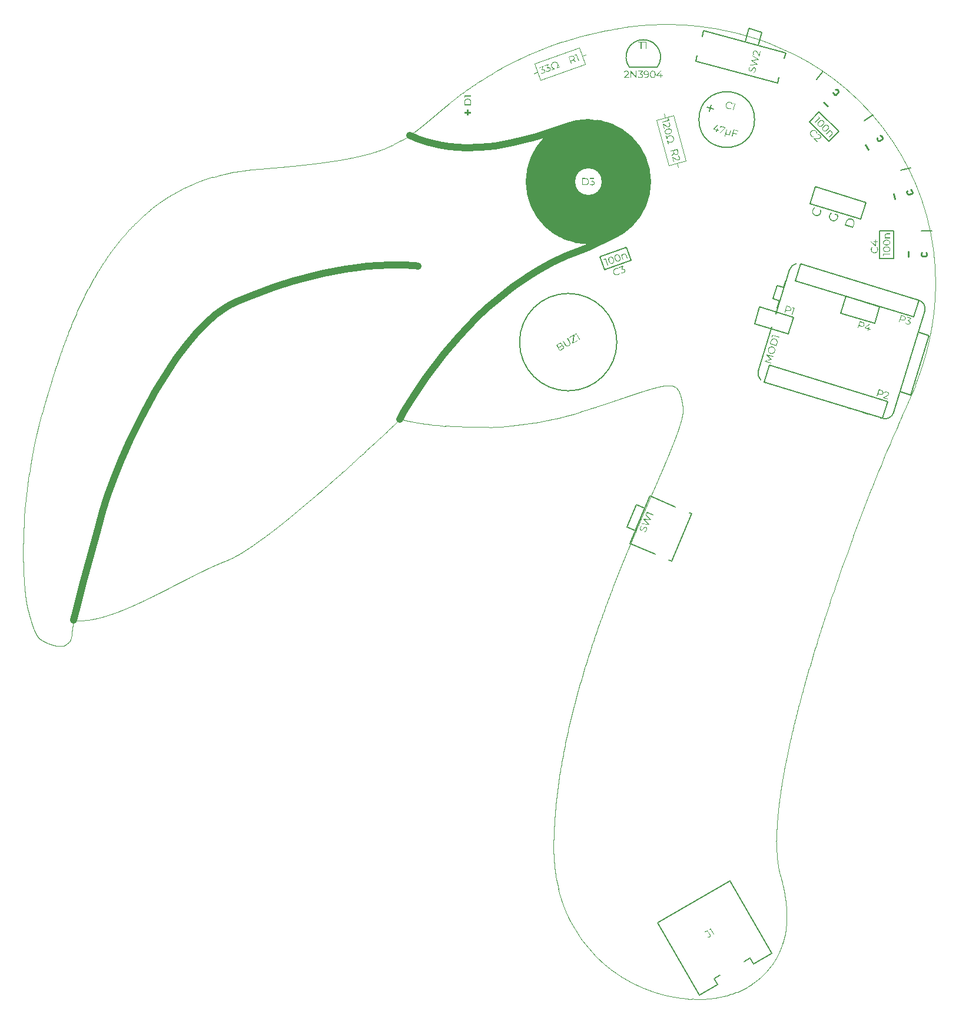
<source format=gto>
G04*
G04 #@! TF.GenerationSoftware,Altium Limited,Altium Designer,24.4.0 (9)*
G04*
G04 Layer_Color=65535*
%FSLAX25Y25*%
%MOIN*%
G70*
G04*
G04 #@! TF.SameCoordinates,6A74A827-5FBE-472E-901E-0A1D8F3314CC*
G04*
G04*
G04 #@! TF.FilePolarity,Positive*
G04*
G01*
G75*
%ADD10C,0.00787*%
%ADD11C,0.00591*%
%ADD12C,0.27559*%
%ADD13C,0.00787*%
%ADD14C,0.00984*%
%ADD15C,0.00394*%
%ADD16C,0.00500*%
%ADD17C,0.03937*%
%ADD18C,0.01000*%
G36*
X164126Y406576D02*
X164120Y406573D01*
X164092Y406558D01*
X164056Y406535D01*
X164008Y406502D01*
X163947Y406459D01*
X163879Y406409D01*
X163804Y406351D01*
X163726Y406280D01*
X163643Y406195D01*
X163559Y406107D01*
X163475Y406004D01*
X163393Y405891D01*
X163318Y405771D01*
X163248Y405636D01*
X163181Y405494D01*
X163129Y405339D01*
X163112Y405283D01*
X163104Y405242D01*
X163094Y405193D01*
X163079Y405131D01*
X163068Y405063D01*
X163056Y404990D01*
X163049Y404907D01*
X163041Y404819D01*
X163032Y404727D01*
X163031Y404632D01*
X163035Y404535D01*
X163042Y404433D01*
X163053Y404330D01*
X163075Y404228D01*
X163078Y404222D01*
X163081Y404202D01*
X163087Y404177D01*
X163100Y404140D01*
X163114Y404092D01*
X163130Y404035D01*
X163154Y403975D01*
X163176Y403907D01*
X163207Y403836D01*
X163246Y403762D01*
X163284Y403684D01*
X163331Y403603D01*
X163377Y403522D01*
X163434Y403443D01*
X163495Y403362D01*
X163562Y403285D01*
X163565Y403279D01*
X163579Y403265D01*
X163597Y403245D01*
X163628Y403222D01*
X163665Y403187D01*
X163706Y403150D01*
X163760Y403110D01*
X163813Y403065D01*
X163879Y403016D01*
X163951Y402971D01*
X164027Y402923D01*
X164107Y402875D01*
X164195Y402834D01*
X164287Y402792D01*
X164384Y402752D01*
X164487Y402716D01*
X164491Y402715D01*
X164513Y402708D01*
X164544Y402699D01*
X164584Y402691D01*
X164633Y402681D01*
X164691Y402668D01*
X164759Y402657D01*
X164833Y402649D01*
X164915Y402638D01*
X165003Y402630D01*
X165092Y402626D01*
X165186Y402622D01*
X165282Y402625D01*
X165380Y402634D01*
X165479Y402646D01*
X165581Y402667D01*
X165586Y402670D01*
X165606Y402674D01*
X165632Y402680D01*
X165669Y402693D01*
X165717Y402707D01*
X165771Y402728D01*
X165830Y402753D01*
X165896Y402780D01*
X165967Y402811D01*
X166041Y402850D01*
X166119Y402888D01*
X166196Y402936D01*
X166278Y402987D01*
X166357Y403044D01*
X166435Y403111D01*
X166512Y403177D01*
X166518Y403180D01*
X166532Y403195D01*
X166549Y403218D01*
X166577Y403248D01*
X166612Y403285D01*
X166649Y403330D01*
X166688Y403380D01*
X166731Y403443D01*
X166780Y403509D01*
X166826Y403581D01*
X166873Y403657D01*
X166923Y403742D01*
X166969Y403832D01*
X167008Y403929D01*
X167048Y404027D01*
X167084Y404130D01*
X167096Y404169D01*
X167105Y404214D01*
X167119Y404276D01*
X167133Y404353D01*
X167145Y404439D01*
X167157Y404540D01*
X167162Y404649D01*
X167166Y404771D01*
X167166Y404895D01*
X167154Y405027D01*
X167133Y405162D01*
X167104Y405299D01*
X167066Y405439D01*
X167008Y405576D01*
X166941Y405715D01*
X167361Y405939D01*
X167364Y405933D01*
X167370Y405922D01*
X167382Y405899D01*
X167401Y405865D01*
X167417Y405827D01*
X167441Y405781D01*
X167463Y405727D01*
X167488Y405667D01*
X167515Y405602D01*
X167535Y405529D01*
X167560Y405454D01*
X167583Y405372D01*
X167604Y405284D01*
X167620Y405198D01*
X167643Y405010D01*
X167642Y405006D01*
X167646Y404986D01*
X167648Y404961D01*
X167646Y404924D01*
X167645Y404877D01*
X167648Y404823D01*
X167648Y404762D01*
X167641Y404692D01*
X167638Y404617D01*
X167631Y404534D01*
X167620Y404451D01*
X167611Y404359D01*
X167572Y404171D01*
X167521Y403972D01*
X167500Y403903D01*
X167481Y403856D01*
X167457Y403792D01*
X167427Y403725D01*
X167393Y403645D01*
X167352Y403558D01*
X167305Y403468D01*
X167257Y403373D01*
X167198Y403272D01*
X167134Y403173D01*
X167066Y403075D01*
X166988Y402975D01*
X166907Y402880D01*
X166821Y402788D01*
X166816Y402785D01*
X166800Y402766D01*
X166771Y402746D01*
X166737Y402714D01*
X166687Y402676D01*
X166631Y402632D01*
X166569Y402584D01*
X166497Y402535D01*
X166419Y402483D01*
X166331Y402428D01*
X166234Y402377D01*
X166138Y402326D01*
X166028Y402279D01*
X165918Y402231D01*
X165803Y402195D01*
X165683Y402160D01*
X165673Y402159D01*
X165653Y402155D01*
X165617Y402147D01*
X165567Y402139D01*
X165508Y402133D01*
X165439Y402126D01*
X165360Y402116D01*
X165268Y402111D01*
X165172Y402107D01*
X165067Y402106D01*
X164954Y402112D01*
X164839Y402123D01*
X164715Y402138D01*
X164592Y402156D01*
X164463Y402186D01*
X164335Y402220D01*
X164327Y402223D01*
X164305Y402229D01*
X164271Y402245D01*
X164219Y402260D01*
X164160Y402283D01*
X164093Y402314D01*
X164017Y402346D01*
X163934Y402386D01*
X163848Y402431D01*
X163754Y402483D01*
X163658Y402541D01*
X163563Y402604D01*
X163466Y402676D01*
X163375Y402752D01*
X163281Y402833D01*
X163194Y402921D01*
X163191Y402927D01*
X163173Y402947D01*
X163152Y402972D01*
X163121Y403010D01*
X163083Y403055D01*
X163044Y403115D01*
X162997Y403181D01*
X162948Y403253D01*
X162897Y403336D01*
X162847Y403422D01*
X162796Y403519D01*
X162752Y403623D01*
X162703Y403728D01*
X162663Y403845D01*
X162627Y403961D01*
X162598Y404084D01*
X162596Y404094D01*
X162592Y404114D01*
X162584Y404150D01*
X162580Y404199D01*
X162572Y404263D01*
X162564Y404332D01*
X162560Y404414D01*
X162555Y404506D01*
X162553Y404606D01*
X162557Y404715D01*
X162563Y404827D01*
X162572Y404948D01*
X162590Y405071D01*
X162611Y405202D01*
X162641Y405331D01*
X162677Y405463D01*
X162693Y405515D01*
X162709Y405553D01*
X162722Y405597D01*
X162744Y405652D01*
X162767Y405712D01*
X162797Y405779D01*
X162828Y405850D01*
X162865Y405924D01*
X162945Y406076D01*
X163042Y406237D01*
X163154Y406388D01*
X163156Y406392D01*
X163170Y406407D01*
X163185Y406426D01*
X163207Y406452D01*
X163241Y406485D01*
X163278Y406526D01*
X163318Y406566D01*
X163366Y406613D01*
X163477Y406712D01*
X163603Y406812D01*
X163747Y406911D01*
X163906Y406995D01*
X164126Y406576D01*
D02*
G37*
G36*
X173686Y403658D02*
X173680Y403655D01*
X173652Y403640D01*
X173616Y403617D01*
X173568Y403584D01*
X173507Y403541D01*
X173439Y403491D01*
X173363Y403428D01*
X173283Y403353D01*
X173202Y403273D01*
X173120Y403179D01*
X173037Y403076D01*
X172953Y402959D01*
X172877Y402835D01*
X172807Y402699D01*
X172739Y402553D01*
X172685Y402394D01*
X172668Y402337D01*
X172660Y402297D01*
X172649Y402243D01*
X172634Y402181D01*
X172623Y402113D01*
X172609Y402036D01*
X172598Y401954D01*
X172591Y401866D01*
X172586Y401772D01*
X172584Y401673D01*
X172586Y401572D01*
X172589Y401472D01*
X172606Y401371D01*
X172621Y401267D01*
X172624Y401261D01*
X172628Y401241D01*
X172634Y401215D01*
X172645Y401174D01*
X172660Y401126D01*
X172677Y401074D01*
X172700Y401010D01*
X172723Y400945D01*
X172754Y400874D01*
X172792Y400796D01*
X172829Y400718D01*
X172876Y400637D01*
X172923Y400556D01*
X172979Y400477D01*
X173040Y400396D01*
X173107Y400319D01*
X173110Y400313D01*
X173125Y400299D01*
X173143Y400279D01*
X173173Y400256D01*
X173210Y400221D01*
X173256Y400183D01*
X173304Y400140D01*
X173363Y400098D01*
X173425Y400050D01*
X173495Y400000D01*
X173571Y399953D01*
X173657Y399908D01*
X173743Y399863D01*
X173835Y399820D01*
X173932Y399781D01*
X174036Y399745D01*
X174040Y399743D01*
X174062Y399737D01*
X174092Y399727D01*
X174133Y399720D01*
X174182Y399710D01*
X174240Y399697D01*
X174308Y399685D01*
X174381Y399677D01*
X174463Y399666D01*
X174551Y399658D01*
X174641Y399655D01*
X174736Y399654D01*
X174832Y399658D01*
X174930Y399666D01*
X175029Y399679D01*
X175130Y399700D01*
X175136Y399703D01*
X175156Y399707D01*
X175182Y399713D01*
X175219Y399725D01*
X175266Y399740D01*
X175320Y399761D01*
X175380Y399786D01*
X175446Y399813D01*
X175517Y399844D01*
X175591Y399883D01*
X175669Y399921D01*
X175745Y399969D01*
X175828Y400020D01*
X175907Y400077D01*
X175984Y400143D01*
X176062Y400210D01*
X176068Y400213D01*
X176082Y400228D01*
X176098Y400251D01*
X176126Y400281D01*
X176161Y400317D01*
X176199Y400363D01*
X176240Y400417D01*
X176281Y400476D01*
X176330Y400542D01*
X176377Y400618D01*
X176424Y400694D01*
X176474Y400779D01*
X176520Y400869D01*
X176561Y400971D01*
X176600Y401068D01*
X176638Y401176D01*
X176648Y401211D01*
X176655Y401247D01*
X176671Y401299D01*
X176682Y401367D01*
X176696Y401443D01*
X176713Y401529D01*
X176723Y401625D01*
X176735Y401727D01*
X176739Y401835D01*
X176741Y401948D01*
X176738Y402064D01*
X176726Y402181D01*
X176710Y402300D01*
X176686Y402422D01*
X176650Y402538D01*
X175040Y403030D01*
X175188Y403513D01*
X177011Y402955D01*
X177014Y402950D01*
X177020Y402938D01*
X177026Y402913D01*
X177041Y402884D01*
X177057Y402842D01*
X177071Y402794D01*
X177088Y402741D01*
X177108Y402683D01*
X177126Y402616D01*
X177146Y402543D01*
X177162Y402471D01*
X177180Y402390D01*
X177203Y402216D01*
X177218Y402031D01*
X177217Y402027D01*
X177216Y402008D01*
X177218Y401983D01*
X177216Y401946D01*
X177216Y401898D01*
X177214Y401847D01*
X177210Y401786D01*
X177203Y401717D01*
X177199Y401642D01*
X177190Y401564D01*
X177179Y401481D01*
X177162Y401396D01*
X177125Y401212D01*
X177076Y401023D01*
X177055Y400953D01*
X177035Y400902D01*
X177012Y400843D01*
X176980Y400771D01*
X176946Y400691D01*
X176906Y400604D01*
X176859Y400514D01*
X176810Y400414D01*
X176750Y400314D01*
X176686Y400214D01*
X176617Y400112D01*
X176540Y400016D01*
X176458Y399918D01*
X176372Y399825D01*
X176367Y399822D01*
X176351Y399803D01*
X176320Y399779D01*
X176286Y399746D01*
X176237Y399709D01*
X176182Y399669D01*
X176119Y399617D01*
X176046Y399568D01*
X175969Y399515D01*
X175881Y399461D01*
X175784Y399410D01*
X175687Y399359D01*
X175578Y399311D01*
X175468Y399264D01*
X175352Y399228D01*
X175232Y399193D01*
X175222Y399191D01*
X175202Y399188D01*
X175166Y399180D01*
X175116Y399172D01*
X175057Y399166D01*
X174987Y399154D01*
X174910Y399149D01*
X174818Y399144D01*
X174721Y399140D01*
X174616Y399139D01*
X174503Y399140D01*
X174387Y399152D01*
X174263Y399166D01*
X174140Y399185D01*
X174011Y399214D01*
X173884Y399249D01*
X173875Y399251D01*
X173853Y399258D01*
X173820Y399273D01*
X173768Y399289D01*
X173708Y399312D01*
X173641Y399342D01*
X173565Y399375D01*
X173482Y399414D01*
X173396Y399460D01*
X173303Y399512D01*
X173206Y399570D01*
X173113Y399637D01*
X173015Y399705D01*
X172924Y399780D01*
X172831Y399866D01*
X172743Y399954D01*
X172740Y399960D01*
X172723Y399979D01*
X172702Y400005D01*
X172671Y400043D01*
X172632Y400088D01*
X172593Y400148D01*
X172547Y400214D01*
X172498Y400286D01*
X172447Y400368D01*
X172397Y400455D01*
X172346Y400552D01*
X172301Y400656D01*
X172253Y400761D01*
X172212Y400878D01*
X172176Y400993D01*
X172147Y401117D01*
X172146Y401127D01*
X172142Y401147D01*
X172134Y401182D01*
X172130Y401231D01*
X172121Y401296D01*
X172115Y401369D01*
X172112Y401451D01*
X172106Y401543D01*
X172104Y401644D01*
X172108Y401752D01*
X172114Y401864D01*
X172123Y401985D01*
X172143Y402112D01*
X172164Y402244D01*
X172194Y402373D01*
X172231Y402509D01*
X172246Y402561D01*
X172263Y402599D01*
X172277Y402647D01*
X172299Y402702D01*
X172323Y402766D01*
X172353Y402833D01*
X172385Y402904D01*
X172423Y402983D01*
X172504Y403139D01*
X172601Y403300D01*
X172711Y403457D01*
X172712Y403461D01*
X172726Y403476D01*
X172741Y403495D01*
X172765Y403526D01*
X172799Y403558D01*
X172834Y403595D01*
X172876Y403639D01*
X172924Y403686D01*
X173030Y403787D01*
X173160Y403885D01*
X173305Y403984D01*
X173461Y404074D01*
X173686Y403658D01*
D02*
G37*
G36*
X184144Y400722D02*
X184260Y400711D01*
X184379Y400698D01*
X184502Y400679D01*
X184631Y400649D01*
X184758Y400615D01*
X184767Y400612D01*
X184789Y400606D01*
X184828Y400594D01*
X184875Y400575D01*
X184934Y400552D01*
X185001Y400522D01*
X185081Y400488D01*
X185164Y400448D01*
X185250Y400403D01*
X185344Y400351D01*
X185436Y400294D01*
X185535Y400230D01*
X185628Y400159D01*
X185723Y400082D01*
X185813Y400003D01*
X185900Y399914D01*
X185903Y399908D01*
X185918Y399894D01*
X185942Y399863D01*
X185969Y399827D01*
X186007Y399781D01*
X186047Y399726D01*
X186089Y399661D01*
X186137Y399585D01*
X186184Y399504D01*
X186234Y399417D01*
X186281Y399322D01*
X186325Y399218D01*
X186369Y399114D01*
X186410Y398997D01*
X186440Y398878D01*
X186469Y398755D01*
X186471Y398745D01*
X186474Y398725D01*
X186478Y398691D01*
X186486Y398641D01*
X186491Y398577D01*
X186497Y398504D01*
X186499Y398418D01*
X186500Y398327D01*
X186501Y398222D01*
X186496Y398114D01*
X186488Y397993D01*
X186474Y397869D01*
X186458Y397740D01*
X186432Y397606D01*
X186399Y397468D01*
X186361Y397328D01*
X185767Y395387D01*
X180999Y396845D01*
X181614Y398860D01*
X181635Y398910D01*
X181659Y398974D01*
X181692Y399050D01*
X181727Y399134D01*
X181769Y399226D01*
X181813Y399322D01*
X181867Y399420D01*
X181927Y399525D01*
X181988Y399630D01*
X182062Y399732D01*
X182137Y399837D01*
X182219Y399936D01*
X182305Y400028D01*
X182312Y400036D01*
X182326Y400050D01*
X182353Y400076D01*
X182391Y400107D01*
X182436Y400145D01*
X182492Y400190D01*
X182554Y400238D01*
X182628Y400291D01*
X182706Y400344D01*
X182789Y400399D01*
X182881Y400452D01*
X182982Y400502D01*
X183088Y400550D01*
X183197Y400598D01*
X183310Y400639D01*
X183429Y400670D01*
X183434Y400673D01*
X183459Y400675D01*
X183490Y400684D01*
X183540Y400693D01*
X183599Y400698D01*
X183668Y400706D01*
X183747Y400715D01*
X183835Y400722D01*
X183931Y400725D01*
X184036Y400727D01*
X184144Y400722D01*
D02*
G37*
G36*
X-32023Y461064D02*
X-30785D01*
Y460195D01*
X-32023D01*
Y458985D01*
X-32942D01*
Y460195D01*
X-34175D01*
Y461064D01*
X-32942D01*
Y462275D01*
X-32023D01*
Y461064D01*
D02*
G37*
G36*
X56350Y380775D02*
X56434Y380767D01*
X56514Y380750D01*
X56596Y380726D01*
X56678Y380693D01*
X56682Y380691D01*
X56696Y380684D01*
X56720Y380674D01*
X56747Y380652D01*
X56782Y380630D01*
X56824Y380599D01*
X56868Y380565D01*
X56917Y380525D01*
X56971Y380474D01*
X57021Y380419D01*
X57076Y380354D01*
X57129Y380284D01*
X57182Y380203D01*
X57229Y380115D01*
X57277Y380016D01*
X57319Y379912D01*
X57912Y378280D01*
X57533Y378142D01*
X56953Y379736D01*
X56951Y379739D01*
X56945Y379756D01*
X56938Y379777D01*
X56923Y379806D01*
X56906Y379843D01*
X56888Y379883D01*
X56863Y379928D01*
X56834Y379976D01*
X56767Y380075D01*
X56730Y380123D01*
X56690Y380171D01*
X56646Y380217D01*
X56596Y380257D01*
X56543Y380296D01*
X56490Y380327D01*
X56485Y380329D01*
X56476Y380333D01*
X56458Y380338D01*
X56435Y380349D01*
X56408Y380359D01*
X56375Y380366D01*
X56333Y380374D01*
X56287Y380384D01*
X56238Y380390D01*
X56183Y380393D01*
X56125Y380391D01*
X56063Y380392D01*
X55997Y380383D01*
X55928Y380370D01*
X55857Y380352D01*
X55780Y380328D01*
X55736Y380312D01*
X55706Y380297D01*
X55670Y380280D01*
X55628Y380257D01*
X55580Y380228D01*
X55533Y380199D01*
X55480Y380164D01*
X55428Y380126D01*
X55378Y380081D01*
X55326Y380034D01*
X55275Y379981D01*
X55231Y379923D01*
X55191Y379861D01*
X55157Y379795D01*
X55155Y379790D01*
X55152Y379778D01*
X55143Y379759D01*
X55133Y379732D01*
X55124Y379694D01*
X55115Y379656D01*
X55106Y379606D01*
X55098Y379553D01*
X55089Y379491D01*
X55085Y379428D01*
X55087Y379359D01*
X55090Y379287D01*
X55099Y379208D01*
X55114Y379125D01*
X55137Y379040D01*
X55165Y378954D01*
X55703Y377476D01*
X55323Y377338D01*
X54299Y380153D01*
X54661Y380285D01*
X54850Y379765D01*
X54852Y379769D01*
X54853Y379778D01*
X54859Y379795D01*
X54863Y379816D01*
X54871Y379846D01*
X54883Y379877D01*
X54910Y379953D01*
X54949Y380037D01*
X54996Y380131D01*
X55059Y380224D01*
X55137Y380318D01*
X55139Y380323D01*
X55148Y380330D01*
X55159Y380342D01*
X55176Y380360D01*
X55200Y380380D01*
X55227Y380401D01*
X55259Y380429D01*
X55295Y380457D01*
X55335Y380487D01*
X55378Y380518D01*
X55429Y380549D01*
X55480Y380579D01*
X55597Y380641D01*
X55724Y380695D01*
X55748Y380703D01*
X55777Y380710D01*
X55814Y380724D01*
X55861Y380733D01*
X55915Y380745D01*
X55977Y380756D01*
X56042Y380768D01*
X56114Y380774D01*
X56190Y380779D01*
X56270Y380781D01*
X56350Y380775D01*
D02*
G37*
G36*
X52188Y380364D02*
X52262Y380364D01*
X52342Y380355D01*
X52420Y380344D01*
X52500Y380327D01*
X52504Y380325D01*
X52517Y380322D01*
X52543Y380315D01*
X52573Y380307D01*
X52609Y380293D01*
X52654Y380275D01*
X52701Y380253D01*
X52756Y380230D01*
X52813Y380201D01*
X52876Y380166D01*
X52939Y380131D01*
X53006Y380085D01*
X53073Y380040D01*
X53139Y379986D01*
X53207Y379926D01*
X53274Y379861D01*
X53278Y379859D01*
X53288Y379843D01*
X53307Y379823D01*
X53332Y379797D01*
X53360Y379761D01*
X53396Y379716D01*
X53433Y379667D01*
X53474Y379608D01*
X53517Y379543D01*
X53563Y379470D01*
X53610Y379395D01*
X53656Y379311D01*
X53705Y379220D01*
X53750Y379128D01*
X53792Y379023D01*
X53834Y378918D01*
X53836Y378911D01*
X53844Y378891D01*
X53855Y378860D01*
X53866Y378818D01*
X53880Y378769D01*
X53899Y378706D01*
X53916Y378638D01*
X53935Y378564D01*
X53954Y378482D01*
X53970Y378395D01*
X53997Y378215D01*
X54009Y378118D01*
X54016Y378024D01*
X54016Y377927D01*
X54012Y377833D01*
X54010Y377828D01*
X54009Y377808D01*
X54006Y377784D01*
X54004Y377748D01*
X53996Y377707D01*
X53987Y377657D01*
X53977Y377599D01*
X53964Y377540D01*
X53946Y377471D01*
X53923Y377405D01*
X53904Y377332D01*
X53875Y377260D01*
X53843Y377190D01*
X53803Y377118D01*
X53764Y377045D01*
X53719Y376978D01*
X53716Y376974D01*
X53709Y376963D01*
X53692Y376945D01*
X53673Y376923D01*
X53646Y376890D01*
X53615Y376859D01*
X53578Y376822D01*
X53537Y376784D01*
X53491Y376741D01*
X53437Y376698D01*
X53382Y376658D01*
X53320Y376616D01*
X53254Y376573D01*
X53183Y376535D01*
X53106Y376500D01*
X53029Y376468D01*
X52988Y376453D01*
X52956Y376445D01*
X52917Y376435D01*
X52870Y376425D01*
X52816Y376413D01*
X52759Y376400D01*
X52696Y376393D01*
X52629Y376384D01*
X52557Y376381D01*
X52484Y376378D01*
X52406Y376380D01*
X52326Y376386D01*
X52249Y376397D01*
X52169Y376414D01*
X52164Y376416D01*
X52152Y376420D01*
X52130Y376427D01*
X52099Y376435D01*
X52060Y376448D01*
X52018Y376468D01*
X51968Y376488D01*
X51916Y376512D01*
X51856Y376540D01*
X51796Y376577D01*
X51733Y376612D01*
X51666Y376657D01*
X51599Y376703D01*
X51532Y376760D01*
X51465Y376817D01*
X51399Y376882D01*
X51394Y376884D01*
X51384Y376900D01*
X51365Y376920D01*
X51341Y376945D01*
X51312Y376982D01*
X51279Y377028D01*
X51241Y377080D01*
X51202Y377135D01*
X51155Y377200D01*
X51109Y377272D01*
X51066Y377349D01*
X51020Y377433D01*
X50971Y377524D01*
X50925Y377619D01*
X50883Y377724D01*
X50841Y377829D01*
X50838Y377836D01*
X50831Y377856D01*
X50820Y377887D01*
X50808Y377929D01*
X50794Y377978D01*
X50776Y378038D01*
X50758Y378109D01*
X50739Y378183D01*
X50722Y378262D01*
X50702Y378348D01*
X50674Y378531D01*
X50667Y378626D01*
X50660Y378720D01*
X50656Y378815D01*
X50660Y378910D01*
X50662Y378914D01*
X50663Y378934D01*
X50666Y378958D01*
X50668Y378994D01*
X50677Y379036D01*
X50686Y379085D01*
X50695Y379143D01*
X50709Y379203D01*
X50726Y379271D01*
X50744Y379339D01*
X50769Y379410D01*
X50797Y379482D01*
X50829Y379552D01*
X50864Y379627D01*
X50905Y379696D01*
X50950Y379763D01*
X50952Y379768D01*
X50964Y379779D01*
X50977Y379796D01*
X50998Y379823D01*
X51023Y379851D01*
X51053Y379886D01*
X51090Y379922D01*
X51134Y379961D01*
X51181Y380002D01*
X51230Y380047D01*
X51289Y380088D01*
X51351Y380130D01*
X51417Y380173D01*
X51489Y380211D01*
X51565Y380246D01*
X51642Y380278D01*
X51683Y380293D01*
X51715Y380301D01*
X51757Y380312D01*
X51801Y380321D01*
X51855Y380332D01*
X51912Y380345D01*
X51975Y380353D01*
X52043Y380358D01*
X52114Y380365D01*
X52188Y380364D01*
D02*
G37*
G36*
X48641Y379073D02*
X48715Y379073D01*
X48795Y379064D01*
X48873Y379053D01*
X48953Y379036D01*
X48957Y379034D01*
X48970Y379031D01*
X48996Y379024D01*
X49026Y379016D01*
X49062Y379002D01*
X49107Y378984D01*
X49154Y378962D01*
X49209Y378939D01*
X49266Y378910D01*
X49329Y378875D01*
X49392Y378839D01*
X49459Y378794D01*
X49526Y378749D01*
X49592Y378695D01*
X49660Y378635D01*
X49727Y378570D01*
X49731Y378568D01*
X49741Y378552D01*
X49760Y378532D01*
X49785Y378506D01*
X49813Y378470D01*
X49849Y378425D01*
X49886Y378376D01*
X49927Y378317D01*
X49970Y378252D01*
X50016Y378179D01*
X50063Y378104D01*
X50109Y378020D01*
X50157Y377929D01*
X50203Y377837D01*
X50245Y377732D01*
X50287Y377627D01*
X50289Y377620D01*
X50297Y377600D01*
X50308Y377569D01*
X50319Y377527D01*
X50333Y377478D01*
X50352Y377415D01*
X50369Y377347D01*
X50388Y377273D01*
X50407Y377191D01*
X50423Y377103D01*
X50450Y376923D01*
X50462Y376827D01*
X50469Y376733D01*
X50469Y376636D01*
X50465Y376542D01*
X50463Y376537D01*
X50462Y376517D01*
X50459Y376493D01*
X50457Y376457D01*
X50449Y376416D01*
X50440Y376366D01*
X50430Y376308D01*
X50416Y376249D01*
X50399Y376181D01*
X50376Y376114D01*
X50357Y376041D01*
X50328Y375969D01*
X50296Y375899D01*
X50256Y375827D01*
X50217Y375754D01*
X50172Y375687D01*
X50169Y375683D01*
X50162Y375672D01*
X50145Y375654D01*
X50126Y375632D01*
X50099Y375599D01*
X50068Y375568D01*
X50031Y375531D01*
X49990Y375493D01*
X49944Y375450D01*
X49890Y375407D01*
X49835Y375367D01*
X49773Y375325D01*
X49707Y375282D01*
X49635Y375244D01*
X49559Y375209D01*
X49482Y375177D01*
X49441Y375162D01*
X49409Y375154D01*
X49370Y375144D01*
X49323Y375134D01*
X49269Y375122D01*
X49212Y375110D01*
X49149Y375102D01*
X49082Y375093D01*
X49010Y375090D01*
X48937Y375087D01*
X48859Y375089D01*
X48779Y375095D01*
X48702Y375106D01*
X48622Y375123D01*
X48617Y375126D01*
X48605Y375129D01*
X48583Y375136D01*
X48552Y375144D01*
X48513Y375157D01*
X48471Y375177D01*
X48421Y375197D01*
X48370Y375221D01*
X48309Y375249D01*
X48249Y375286D01*
X48186Y375321D01*
X48119Y375366D01*
X48052Y375412D01*
X47985Y375469D01*
X47918Y375525D01*
X47852Y375590D01*
X47847Y375593D01*
X47837Y375608D01*
X47818Y375629D01*
X47793Y375655D01*
X47765Y375691D01*
X47732Y375737D01*
X47694Y375789D01*
X47655Y375844D01*
X47608Y375908D01*
X47562Y375981D01*
X47519Y376058D01*
X47473Y376142D01*
X47424Y376233D01*
X47378Y376328D01*
X47336Y376433D01*
X47294Y376538D01*
X47291Y376545D01*
X47284Y376565D01*
X47273Y376596D01*
X47261Y376638D01*
X47247Y376687D01*
X47229Y376747D01*
X47211Y376818D01*
X47192Y376892D01*
X47175Y376971D01*
X47155Y377057D01*
X47127Y377240D01*
X47120Y377335D01*
X47113Y377429D01*
X47109Y377524D01*
X47113Y377619D01*
X47115Y377624D01*
X47116Y377643D01*
X47119Y377667D01*
X47121Y377703D01*
X47129Y377745D01*
X47139Y377795D01*
X47148Y377852D01*
X47162Y377911D01*
X47179Y377980D01*
X47197Y378048D01*
X47222Y378119D01*
X47250Y378191D01*
X47282Y378261D01*
X47317Y378336D01*
X47358Y378405D01*
X47403Y378472D01*
X47405Y378477D01*
X47417Y378488D01*
X47430Y378505D01*
X47451Y378532D01*
X47476Y378560D01*
X47506Y378594D01*
X47543Y378631D01*
X47587Y378670D01*
X47634Y378711D01*
X47683Y378756D01*
X47742Y378797D01*
X47804Y378839D01*
X47870Y378882D01*
X47941Y378920D01*
X48018Y378955D01*
X48095Y378987D01*
X48136Y379002D01*
X48168Y379010D01*
X48210Y379021D01*
X48254Y379029D01*
X48308Y379041D01*
X48365Y379054D01*
X48428Y379062D01*
X48496Y379067D01*
X48567Y379074D01*
X48641Y379073D01*
D02*
G37*
G36*
X47083Y374339D02*
X46697Y374198D01*
X45458Y377601D01*
X44576Y377280D01*
X44450Y377625D01*
X45719Y378087D01*
X47083Y374339D01*
D02*
G37*
G36*
X206719Y391860D02*
X205023D01*
X205019D01*
X205001D01*
X204979D01*
X204946Y391856D01*
X204906Y391853D01*
X204863Y391849D01*
X204812Y391842D01*
X204757Y391831D01*
X204641Y391802D01*
X204582Y391784D01*
X204524Y391762D01*
X204466Y391736D01*
X204411Y391704D01*
X204357Y391667D01*
X204309Y391627D01*
X204306Y391623D01*
X204298Y391616D01*
X204288Y391602D01*
X204269Y391583D01*
X204251Y391562D01*
X204233Y391532D01*
X204211Y391496D01*
X204186Y391456D01*
X204164Y391412D01*
X204142Y391361D01*
X204124Y391307D01*
X204102Y391248D01*
X204087Y391183D01*
X204077Y391114D01*
X204069Y391041D01*
X204066Y390961D01*
Y390914D01*
X204069Y390881D01*
X204073Y390841D01*
X204080Y390794D01*
X204091Y390739D01*
X204102Y390684D01*
X204117Y390622D01*
X204135Y390561D01*
X204160Y390499D01*
X204186Y390433D01*
X204218Y390368D01*
X204258Y390306D01*
X204302Y390248D01*
X204353Y390193D01*
X204357Y390189D01*
X204368Y390182D01*
X204382Y390167D01*
X204404Y390149D01*
X204437Y390127D01*
X204470Y390106D01*
X204513Y390080D01*
X204561Y390055D01*
X204615Y390025D01*
X204673Y390000D01*
X204739Y389978D01*
X204808Y389956D01*
X204885Y389938D01*
X204968Y389924D01*
X205056Y389916D01*
X205147Y389913D01*
X206719D01*
Y389509D01*
X203723D01*
Y389895D01*
X204277D01*
X204273Y389898D01*
X204266Y389902D01*
X204251Y389913D01*
X204233Y389924D01*
X204207Y389942D01*
X204182Y389964D01*
X204120Y390015D01*
X204055Y390080D01*
X203982Y390157D01*
X203916Y390248D01*
X203854Y390353D01*
X203851Y390357D01*
X203847Y390368D01*
X203840Y390382D01*
X203829Y390404D01*
X203818Y390433D01*
X203807Y390466D01*
X203793Y390506D01*
X203778Y390550D01*
X203763Y390597D01*
X203749Y390648D01*
X203738Y390706D01*
X203727Y390764D01*
X203709Y390896D01*
X203701Y391034D01*
Y391059D01*
X203705Y391088D01*
Y391128D01*
X203713Y391176D01*
X203720Y391230D01*
X203731Y391292D01*
X203742Y391358D01*
X203760Y391427D01*
X203782Y391500D01*
X203807Y391576D01*
X203840Y391649D01*
X203876Y391725D01*
X203920Y391794D01*
X203971Y391864D01*
X204029Y391929D01*
X204033Y391933D01*
X204044Y391944D01*
X204062Y391962D01*
X204091Y391980D01*
X204124Y392006D01*
X204168Y392035D01*
X204215Y392064D01*
X204269Y392097D01*
X204335Y392129D01*
X204404Y392159D01*
X204484Y392188D01*
X204568Y392213D01*
X204662Y392235D01*
X204761Y392249D01*
X204870Y392261D01*
X204983Y392264D01*
X206719D01*
Y391860D01*
D02*
G37*
G36*
X204830Y388646D02*
X204881Y388642D01*
X204946Y388639D01*
X205016Y388631D01*
X205092Y388624D01*
X205176Y388613D01*
X205263Y388599D01*
X205441Y388562D01*
X205536Y388540D01*
X205627Y388515D01*
X205718Y388482D01*
X205805Y388446D01*
X205809Y388442D01*
X205827Y388435D01*
X205849Y388424D01*
X205882Y388409D01*
X205918Y388387D01*
X205962Y388362D01*
X206013Y388333D01*
X206064Y388300D01*
X206122Y388260D01*
X206177Y388216D01*
X206239Y388173D01*
X206297Y388122D01*
X206351Y388067D01*
X206406Y388005D01*
X206461Y387943D01*
X206508Y387878D01*
X206512Y387874D01*
X206519Y387863D01*
X206530Y387842D01*
X206544Y387816D01*
X206566Y387780D01*
X206584Y387740D01*
X206606Y387692D01*
X206628Y387641D01*
X206654Y387583D01*
X206675Y387517D01*
X206694Y387452D01*
X206712Y387379D01*
X206730Y387303D01*
X206741Y387223D01*
X206748Y387139D01*
X206752Y387055D01*
Y387012D01*
X206748Y386979D01*
X206745Y386939D01*
X206737Y386892D01*
X206730Y386837D01*
X206723Y386779D01*
X206708Y386717D01*
X206694Y386651D01*
X206672Y386582D01*
X206650Y386513D01*
X206621Y386440D01*
X206588Y386367D01*
X206552Y386298D01*
X206508Y386229D01*
X206504Y386225D01*
X206497Y386214D01*
X206483Y386196D01*
X206464Y386171D01*
X206439Y386138D01*
X206406Y386105D01*
X206370Y386065D01*
X206330Y386025D01*
X206282Y385978D01*
X206228Y385934D01*
X206173Y385887D01*
X206108Y385840D01*
X206042Y385792D01*
X205966Y385749D01*
X205889Y385705D01*
X205805Y385665D01*
X205802Y385661D01*
X205784Y385658D01*
X205758Y385647D01*
X205725Y385632D01*
X205682Y385617D01*
X205627Y385603D01*
X205565Y385585D01*
X205500Y385566D01*
X205423Y385545D01*
X205340Y385526D01*
X205252Y385512D01*
X205157Y385497D01*
X205056Y385483D01*
X204950Y385472D01*
X204837Y385468D01*
X204724Y385465D01*
X204717D01*
X204695D01*
X204662D01*
X204619Y385468D01*
X204568Y385472D01*
X204506Y385475D01*
X204433Y385483D01*
X204357Y385490D01*
X204277Y385501D01*
X204189Y385512D01*
X204007Y385548D01*
X203916Y385574D01*
X203825Y385599D01*
X203734Y385628D01*
X203647Y385665D01*
X203643Y385668D01*
X203625Y385676D01*
X203603Y385687D01*
X203571Y385701D01*
X203534Y385723D01*
X203490Y385749D01*
X203439Y385778D01*
X203389Y385810D01*
X203330Y385850D01*
X203272Y385891D01*
X203214Y385938D01*
X203155Y385989D01*
X203101Y386043D01*
X203043Y386102D01*
X202992Y386163D01*
X202944Y386229D01*
X202941Y386233D01*
X202934Y386247D01*
X202923Y386265D01*
X202904Y386295D01*
X202886Y386327D01*
X202864Y386367D01*
X202842Y386415D01*
X202821Y386469D01*
X202799Y386527D01*
X202773Y386589D01*
X202755Y386659D01*
X202737Y386731D01*
X202719Y386808D01*
X202708Y386888D01*
X202700Y386971D01*
X202697Y387055D01*
Y387099D01*
X202700Y387132D01*
X202704Y387175D01*
X202712Y387219D01*
X202719Y387274D01*
X202726Y387332D01*
X202741Y387394D01*
X202759Y387459D01*
X202777Y387528D01*
X202802Y387598D01*
X202828Y387667D01*
X202864Y387740D01*
X202901Y387809D01*
X202944Y387878D01*
X202948Y387882D01*
X202955Y387893D01*
X202970Y387914D01*
X202988Y387940D01*
X203014Y387969D01*
X203046Y388005D01*
X203083Y388042D01*
X203123Y388085D01*
X203170Y388129D01*
X203225Y388176D01*
X203279Y388224D01*
X203345Y388271D01*
X203410Y388318D01*
X203483Y388362D01*
X203563Y388406D01*
X203647Y388446D01*
X203651Y388449D01*
X203669Y388453D01*
X203694Y388464D01*
X203727Y388478D01*
X203771Y388493D01*
X203825Y388511D01*
X203884Y388529D01*
X203953Y388548D01*
X204029Y388566D01*
X204113Y388584D01*
X204200Y388602D01*
X204295Y388617D01*
X204397Y388631D01*
X204499Y388642D01*
X204612Y388646D01*
X204724Y388650D01*
X204732D01*
X204753D01*
X204786D01*
X204830Y388646D01*
D02*
G37*
G36*
Y384871D02*
X204881Y384868D01*
X204946Y384864D01*
X205016Y384857D01*
X205092Y384849D01*
X205176Y384839D01*
X205263Y384824D01*
X205441Y384788D01*
X205536Y384766D01*
X205627Y384740D01*
X205718Y384707D01*
X205805Y384671D01*
X205809Y384667D01*
X205827Y384660D01*
X205849Y384649D01*
X205882Y384635D01*
X205918Y384613D01*
X205962Y384587D01*
X206013Y384558D01*
X206064Y384525D01*
X206122Y384485D01*
X206177Y384442D01*
X206239Y384398D01*
X206297Y384347D01*
X206351Y384293D01*
X206406Y384231D01*
X206461Y384169D01*
X206508Y384103D01*
X206512Y384100D01*
X206519Y384089D01*
X206530Y384067D01*
X206544Y384041D01*
X206566Y384005D01*
X206584Y383965D01*
X206606Y383918D01*
X206628Y383867D01*
X206654Y383808D01*
X206675Y383743D01*
X206694Y383677D01*
X206712Y383605D01*
X206730Y383528D01*
X206741Y383448D01*
X206748Y383364D01*
X206752Y383281D01*
Y383237D01*
X206748Y383204D01*
X206745Y383164D01*
X206737Y383117D01*
X206730Y383062D01*
X206723Y383004D01*
X206708Y382942D01*
X206694Y382876D01*
X206672Y382807D01*
X206650Y382738D01*
X206621Y382665D01*
X206588Y382593D01*
X206552Y382523D01*
X206508Y382454D01*
X206504Y382451D01*
X206497Y382440D01*
X206483Y382421D01*
X206464Y382396D01*
X206439Y382363D01*
X206406Y382330D01*
X206370Y382291D01*
X206330Y382250D01*
X206282Y382203D01*
X206228Y382159D01*
X206173Y382112D01*
X206108Y382065D01*
X206042Y382017D01*
X205966Y381974D01*
X205889Y381930D01*
X205805Y381890D01*
X205802Y381887D01*
X205784Y381883D01*
X205758Y381872D01*
X205725Y381857D01*
X205682Y381843D01*
X205627Y381828D01*
X205565Y381810D01*
X205500Y381792D01*
X205423Y381770D01*
X205340Y381752D01*
X205252Y381737D01*
X205157Y381723D01*
X205056Y381708D01*
X204950Y381697D01*
X204837Y381694D01*
X204724Y381690D01*
X204717D01*
X204695D01*
X204662D01*
X204619Y381694D01*
X204568Y381697D01*
X204506Y381701D01*
X204433Y381708D01*
X204357Y381715D01*
X204277Y381726D01*
X204189Y381737D01*
X204007Y381774D01*
X203916Y381799D01*
X203825Y381825D01*
X203734Y381854D01*
X203647Y381890D01*
X203643Y381894D01*
X203625Y381901D01*
X203603Y381912D01*
X203571Y381926D01*
X203534Y381948D01*
X203490Y381974D01*
X203439Y382003D01*
X203389Y382036D01*
X203330Y382076D01*
X203272Y382116D01*
X203214Y382163D01*
X203155Y382214D01*
X203101Y382269D01*
X203043Y382327D01*
X202992Y382389D01*
X202944Y382454D01*
X202941Y382458D01*
X202934Y382472D01*
X202923Y382491D01*
X202904Y382520D01*
X202886Y382553D01*
X202864Y382593D01*
X202842Y382640D01*
X202821Y382695D01*
X202799Y382753D01*
X202773Y382815D01*
X202755Y382884D01*
X202737Y382957D01*
X202719Y383033D01*
X202708Y383113D01*
X202700Y383197D01*
X202697Y383281D01*
Y383324D01*
X202700Y383357D01*
X202704Y383401D01*
X202712Y383444D01*
X202719Y383499D01*
X202726Y383557D01*
X202741Y383619D01*
X202759Y383685D01*
X202777Y383754D01*
X202802Y383823D01*
X202828Y383892D01*
X202864Y383965D01*
X202901Y384034D01*
X202944Y384103D01*
X202948Y384107D01*
X202955Y384118D01*
X202970Y384140D01*
X202988Y384165D01*
X203014Y384194D01*
X203046Y384231D01*
X203083Y384267D01*
X203123Y384311D01*
X203170Y384354D01*
X203225Y384402D01*
X203279Y384449D01*
X203345Y384496D01*
X203410Y384544D01*
X203483Y384587D01*
X203563Y384631D01*
X203647Y384671D01*
X203651Y384675D01*
X203669Y384678D01*
X203694Y384689D01*
X203727Y384704D01*
X203771Y384718D01*
X203825Y384737D01*
X203884Y384755D01*
X203953Y384773D01*
X204029Y384791D01*
X204113Y384809D01*
X204200Y384828D01*
X204295Y384842D01*
X204397Y384857D01*
X204499Y384868D01*
X204612Y384871D01*
X204724Y384875D01*
X204732D01*
X204753D01*
X204786D01*
X204830Y384871D01*
D02*
G37*
G36*
X206719Y380328D02*
X203097D01*
Y379389D01*
X202730D01*
Y380740D01*
X206719D01*
Y380328D01*
D02*
G37*
G36*
X167923Y456420D02*
X168006D01*
X168086Y456412D01*
X168165Y456399D01*
X168170D01*
X168186Y456394D01*
X168207Y456389D01*
X168240Y456381D01*
X168276Y456371D01*
X168320Y456358D01*
X168369Y456340D01*
X168423Y456317D01*
X168479Y456291D01*
X168541Y456265D01*
X168603Y456229D01*
X168667Y456191D01*
X168734Y456149D01*
X168798Y456101D01*
X168863Y456047D01*
X168925Y455990D01*
X168956Y455959D01*
X168976Y455933D01*
X169004Y455900D01*
X169030Y455864D01*
X169064Y455820D01*
X169100Y455774D01*
X169133Y455720D01*
X169167Y455660D01*
X169202Y455599D01*
X169233Y455532D01*
X169264Y455465D01*
X169290Y455388D01*
X169313Y455313D01*
X169331Y455233D01*
Y455228D01*
X169334Y455215D01*
X169339Y455190D01*
X169344Y455159D01*
X169347Y455120D01*
X169349Y455071D01*
Y455020D01*
X169352Y454960D01*
X169349Y454896D01*
X169344Y454824D01*
X169339Y454752D01*
X169326Y454672D01*
X169313Y454592D01*
X169293Y454510D01*
X169267Y454423D01*
X169236Y454335D01*
Y454330D01*
X169226Y454314D01*
X169215Y454289D01*
X169202Y454255D01*
X169182Y454214D01*
X169156Y454163D01*
X169128Y454108D01*
X169092Y454047D01*
X169051Y453980D01*
X169004Y453908D01*
X168956Y453833D01*
X168899Y453756D01*
X168837Y453674D01*
X168773Y453594D01*
X168695Y453511D01*
X168618Y453429D01*
X168613Y453424D01*
X168598Y453408D01*
X168575Y453385D01*
X168541Y453357D01*
X168502Y453323D01*
X168454Y453280D01*
X168400Y453236D01*
X168340Y453187D01*
X168273Y453135D01*
X168201Y453084D01*
X168050Y452984D01*
X167967Y452932D01*
X167885Y452886D01*
X167797Y452845D01*
X167710Y452809D01*
X167705D01*
X167686Y452801D01*
X167663Y452793D01*
X167630Y452780D01*
X167589Y452770D01*
X167540Y452757D01*
X167483Y452742D01*
X167424Y452729D01*
X167355Y452716D01*
X167285Y452708D01*
X167210Y452695D01*
X167133Y452690D01*
X167056D01*
X166974Y452695D01*
X166891Y452701D01*
X166811Y452713D01*
X166806D01*
X166793Y452716D01*
X166770Y452724D01*
X166742Y452732D01*
X166701Y452742D01*
X166660Y452757D01*
X166611Y452775D01*
X166559Y452796D01*
X166500Y452819D01*
X166438Y452850D01*
X166379Y452883D01*
X166315Y452922D01*
X166248Y452963D01*
X166183Y453012D01*
X166119Y453066D01*
X166057Y453123D01*
X166026Y453154D01*
X166006Y453179D01*
X165980Y453210D01*
X165952Y453249D01*
X165918Y453293D01*
X165882Y453339D01*
X165849Y453393D01*
X165813Y453450D01*
X165779Y453514D01*
X165746Y453578D01*
X165715Y453650D01*
X165687Y453725D01*
X165664Y453800D01*
X165646Y453879D01*
Y453885D01*
X165643Y453897D01*
X165640Y453921D01*
X165635Y453952D01*
X165630Y453993D01*
Y454039D01*
X165627Y454093D01*
Y454150D01*
Y454217D01*
X165635Y454286D01*
X165640Y454358D01*
X165653Y454438D01*
X165666Y454518D01*
X165689Y454603D01*
X165712Y454688D01*
X165743Y454775D01*
Y454780D01*
X165754Y454796D01*
X165764Y454821D01*
X165777Y454855D01*
X165797Y454896D01*
X165826Y454945D01*
X165857Y455002D01*
X165890Y455061D01*
X165929Y455130D01*
X165975Y455202D01*
X166026Y455274D01*
X166083Y455352D01*
X166145Y455434D01*
X166212Y455516D01*
X166289Y455599D01*
X166366Y455681D01*
X166371Y455686D01*
X166387Y455702D01*
X166410Y455725D01*
X166443Y455753D01*
X166482Y455787D01*
X166528Y455828D01*
X166585Y455874D01*
X166644Y455923D01*
X166709Y455972D01*
X166778Y456026D01*
X166932Y456129D01*
X167015Y456175D01*
X167097Y456222D01*
X167182Y456265D01*
X167270Y456301D01*
X167275D01*
X167293Y456309D01*
X167316Y456317D01*
X167349Y456330D01*
X167391Y456340D01*
X167439Y456353D01*
X167496Y456368D01*
X167555Y456381D01*
X167625Y456394D01*
X167694Y456407D01*
X167769Y456415D01*
X167846Y456420D01*
X167923D01*
D02*
G37*
G36*
X167105Y457763D02*
X164284Y454942D01*
X163993Y455233D01*
X166554Y457794D01*
X165890Y458458D01*
X166150Y458718D01*
X167105Y457763D01*
D02*
G37*
G36*
X170592Y453751D02*
X170675D01*
X170755Y453743D01*
X170834Y453730D01*
X170840D01*
X170855Y453725D01*
X170876Y453720D01*
X170909Y453712D01*
X170945Y453702D01*
X170989Y453689D01*
X171038Y453671D01*
X171092Y453648D01*
X171148Y453622D01*
X171210Y453596D01*
X171272Y453560D01*
X171336Y453522D01*
X171403Y453480D01*
X171468Y453432D01*
X171532Y453377D01*
X171594Y453321D01*
X171625Y453290D01*
X171645Y453264D01*
X171674Y453231D01*
X171699Y453195D01*
X171733Y453151D01*
X171769Y453105D01*
X171802Y453051D01*
X171836Y452991D01*
X171872Y452930D01*
X171903Y452863D01*
X171933Y452796D01*
X171959Y452719D01*
X171982Y452644D01*
X172000Y452564D01*
Y452559D01*
X172003Y452546D01*
X172008Y452520D01*
X172013Y452490D01*
X172016Y452451D01*
X172018Y452402D01*
Y452351D01*
X172021Y452291D01*
X172018Y452227D01*
X172013Y452155D01*
X172008Y452083D01*
X171995Y452003D01*
X171982Y451923D01*
X171962Y451841D01*
X171936Y451753D01*
X171905Y451666D01*
Y451661D01*
X171895Y451645D01*
X171885Y451619D01*
X171872Y451586D01*
X171851Y451545D01*
X171825Y451493D01*
X171797Y451439D01*
X171761Y451378D01*
X171720Y451311D01*
X171674Y451239D01*
X171625Y451164D01*
X171568Y451087D01*
X171506Y451004D01*
X171442Y450925D01*
X171365Y450842D01*
X171287Y450760D01*
X171282Y450755D01*
X171267Y450739D01*
X171244Y450716D01*
X171210Y450688D01*
X171172Y450654D01*
X171123Y450611D01*
X171069Y450567D01*
X171009Y450518D01*
X170942Y450466D01*
X170870Y450415D01*
X170719Y450315D01*
X170636Y450263D01*
X170554Y450217D01*
X170466Y450176D01*
X170379Y450140D01*
X170374D01*
X170356Y450132D01*
X170333Y450124D01*
X170299Y450111D01*
X170258Y450101D01*
X170209Y450088D01*
X170152Y450073D01*
X170093Y450060D01*
X170024Y450047D01*
X169954Y450039D01*
X169879Y450026D01*
X169802Y450021D01*
X169725D01*
X169643Y450026D01*
X169560Y450032D01*
X169481Y450044D01*
X169475D01*
X169463Y450047D01*
X169439Y450055D01*
X169411Y450062D01*
X169370Y450073D01*
X169329Y450088D01*
X169280Y450106D01*
X169228Y450127D01*
X169169Y450150D01*
X169107Y450181D01*
X169048Y450214D01*
X168984Y450253D01*
X168917Y450294D01*
X168852Y450343D01*
X168788Y450397D01*
X168726Y450454D01*
X168695Y450485D01*
X168675Y450510D01*
X168649Y450541D01*
X168621Y450580D01*
X168587Y450623D01*
X168551Y450670D01*
X168518Y450724D01*
X168482Y450780D01*
X168448Y450845D01*
X168415Y450909D01*
X168384Y450981D01*
X168356Y451056D01*
X168333Y451130D01*
X168315Y451210D01*
Y451215D01*
X168312Y451228D01*
X168309Y451252D01*
X168304Y451282D01*
X168299Y451324D01*
Y451370D01*
X168297Y451424D01*
Y451481D01*
Y451547D01*
X168304Y451617D01*
X168309Y451689D01*
X168322Y451769D01*
X168335Y451849D01*
X168358Y451934D01*
X168382Y452018D01*
X168412Y452106D01*
Y452111D01*
X168423Y452127D01*
X168433Y452152D01*
X168446Y452186D01*
X168466Y452227D01*
X168495Y452276D01*
X168526Y452332D01*
X168559Y452392D01*
X168598Y452461D01*
X168644Y452533D01*
X168695Y452605D01*
X168752Y452682D01*
X168814Y452765D01*
X168881Y452847D01*
X168958Y452930D01*
X169035Y453012D01*
X169040Y453017D01*
X169056Y453033D01*
X169079Y453056D01*
X169113Y453084D01*
X169151Y453118D01*
X169197Y453159D01*
X169254Y453205D01*
X169313Y453254D01*
X169378Y453303D01*
X169447Y453357D01*
X169602Y453460D01*
X169684Y453506D01*
X169766Y453552D01*
X169851Y453596D01*
X169939Y453632D01*
X169944D01*
X169962Y453640D01*
X169985Y453648D01*
X170018Y453661D01*
X170060Y453671D01*
X170108Y453684D01*
X170165Y453699D01*
X170224Y453712D01*
X170294Y453725D01*
X170363Y453738D01*
X170438Y453746D01*
X170515Y453751D01*
X170592D01*
D02*
G37*
G36*
X172875Y450587D02*
X172484Y450196D01*
X172489D01*
X172497Y450199D01*
X172515Y450201D01*
X172536Y450207D01*
X172567Y450212D01*
X172600Y450214D01*
X172680Y450222D01*
X172773D01*
X172878Y450219D01*
X172989Y450201D01*
X173107Y450170D01*
X173112D01*
X173123Y450165D01*
X173138Y450160D01*
X173161Y450152D01*
X173189Y450140D01*
X173220Y450124D01*
X173259Y450106D01*
X173300Y450085D01*
X173344Y450062D01*
X173390Y450037D01*
X173439Y450003D01*
X173488Y449970D01*
X173594Y449890D01*
X173696Y449797D01*
X173714Y449779D01*
X173733Y449756D01*
X173761Y449728D01*
X173789Y449689D01*
X173823Y449645D01*
X173859Y449594D01*
X173897Y449540D01*
X173933Y449478D01*
X173969Y449411D01*
X174005Y449339D01*
X174034Y449264D01*
X174062Y449185D01*
X174080Y449105D01*
X174093Y449020D01*
X174098Y448932D01*
Y448927D01*
Y448912D01*
Y448886D01*
X174090Y448853D01*
X174085Y448811D01*
X174075Y448760D01*
X174062Y448706D01*
X174047Y448644D01*
X174023Y448575D01*
X173995Y448505D01*
X173959Y448428D01*
X173918Y448351D01*
X173866Y448268D01*
X173807Y448189D01*
X173738Y448104D01*
X173661Y448021D01*
X172433Y446794D01*
X172147Y447079D01*
X173346Y448279D01*
X173349Y448281D01*
X173362Y448294D01*
X173377Y448310D01*
X173398Y448335D01*
X173424Y448366D01*
X173452Y448400D01*
X173483Y448441D01*
X173514Y448487D01*
X173575Y448590D01*
X173604Y448644D01*
X173630Y448701D01*
X173653Y448760D01*
X173668Y448822D01*
X173681Y448886D01*
X173686Y448948D01*
Y448953D01*
Y448963D01*
X173684Y448981D01*
Y449007D01*
X173681Y449035D01*
X173673Y449069D01*
X173663Y449110D01*
X173653Y449156D01*
X173637Y449203D01*
X173617Y449254D01*
X173591Y449306D01*
X173565Y449362D01*
X173529Y449419D01*
X173488Y449475D01*
X173442Y449532D01*
X173388Y449591D01*
X173354Y449625D01*
X173328Y449645D01*
X173298Y449671D01*
X173259Y449699D01*
X173213Y449730D01*
X173166Y449761D01*
X173112Y449795D01*
X173056Y449826D01*
X172994Y449851D01*
X172930Y449880D01*
X172860Y449903D01*
X172788Y449918D01*
X172716Y449929D01*
X172641Y449931D01*
X172636D01*
X172623Y449929D01*
X172603D01*
X172574Y449926D01*
X172536Y449918D01*
X172497Y449910D01*
X172448Y449898D01*
X172397Y449882D01*
X172337Y449864D01*
X172278Y449841D01*
X172217Y449810D01*
X172152Y449777D01*
X172085Y449735D01*
X172016Y449687D01*
X171949Y449630D01*
X171882Y449568D01*
X170770Y448456D01*
X170484Y448742D01*
X172603Y450860D01*
X172875Y450587D01*
D02*
G37*
G36*
X63087Y480289D02*
X62741D01*
X60175Y483525D01*
Y480289D01*
X59753D01*
Y484278D01*
X60102D01*
X62672Y481039D01*
Y484278D01*
X63087D01*
Y480289D01*
D02*
G37*
G36*
X66520Y483987D02*
X65391Y482567D01*
X65399D01*
X65420Y482564D01*
X65450D01*
X65493Y482556D01*
X65548Y482549D01*
X65606Y482542D01*
X65675Y482527D01*
X65744Y482513D01*
X65821Y482495D01*
X65901Y482469D01*
X65977Y482444D01*
X66057Y482411D01*
X66134Y482374D01*
X66210Y482331D01*
X66279Y482283D01*
X66345Y482229D01*
X66349Y482225D01*
X66360Y482214D01*
X66374Y482196D01*
X66396Y482174D01*
X66421Y482141D01*
X66451Y482105D01*
X66480Y482065D01*
X66509Y482014D01*
X66538Y481959D01*
X66571Y481901D01*
X66596Y481836D01*
X66622Y481763D01*
X66643Y481686D01*
X66658Y481606D01*
X66669Y481523D01*
X66672Y481432D01*
Y481428D01*
Y481417D01*
Y481399D01*
X66669Y481374D01*
Y481344D01*
X66665Y481308D01*
X66658Y481272D01*
X66651Y481228D01*
X66632Y481133D01*
X66603Y481031D01*
X66560Y480926D01*
X66534Y480875D01*
X66505Y480824D01*
Y480820D01*
X66498Y480813D01*
X66487Y480798D01*
X66476Y480780D01*
X66458Y480758D01*
X66436Y480733D01*
X66410Y480704D01*
X66381Y480675D01*
X66349Y480642D01*
X66316Y480609D01*
X66276Y480573D01*
X66232Y480540D01*
X66181Y480504D01*
X66130Y480471D01*
X66075Y480438D01*
X66017Y480409D01*
X66014D01*
X66003Y480402D01*
X65985Y480394D01*
X65959Y480383D01*
X65926Y480372D01*
X65890Y480362D01*
X65846Y480347D01*
X65795Y480332D01*
X65741Y480318D01*
X65682Y480303D01*
X65617Y480292D01*
X65548Y480281D01*
X65471Y480270D01*
X65391Y480263D01*
X65311Y480260D01*
X65224Y480256D01*
X65180D01*
X65151Y480260D01*
X65111D01*
X65067Y480263D01*
X65016Y480267D01*
X64958Y480274D01*
X64900Y480281D01*
X64834Y480289D01*
X64696Y480314D01*
X64550Y480347D01*
X64405Y480394D01*
X64401D01*
X64387Y480402D01*
X64368Y480409D01*
X64343Y480420D01*
X64310Y480434D01*
X64270Y480449D01*
X64230Y480471D01*
X64186Y480493D01*
X64088Y480547D01*
X63983Y480609D01*
X63884Y480682D01*
X63790Y480766D01*
X63986Y481089D01*
X63990Y481086D01*
X63997Y481082D01*
X64008Y481071D01*
X64023Y481057D01*
X64044Y481039D01*
X64066Y481017D01*
X64095Y480995D01*
X64128Y480973D01*
X64165Y480944D01*
X64205Y480919D01*
X64248Y480889D01*
X64296Y480864D01*
X64401Y480806D01*
X64518Y480755D01*
X64521D01*
X64532Y480751D01*
X64550Y480744D01*
X64576Y480736D01*
X64605Y480725D01*
X64641Y480715D01*
X64685Y480704D01*
X64729Y480693D01*
X64780Y480678D01*
X64834Y480667D01*
X64954Y480649D01*
X65086Y480634D01*
X65224Y480627D01*
X65271D01*
X65304Y480631D01*
X65348Y480634D01*
X65395Y480638D01*
X65446Y480646D01*
X65504Y480653D01*
X65624Y480678D01*
X65686Y480696D01*
X65752Y480718D01*
X65813Y480744D01*
X65872Y480773D01*
X65930Y480806D01*
X65981Y480842D01*
X65985Y480846D01*
X65992Y480853D01*
X66006Y480864D01*
X66025Y480882D01*
X66043Y480904D01*
X66065Y480929D01*
X66090Y480962D01*
X66116Y480995D01*
X66141Y481035D01*
X66167Y481082D01*
X66188Y481130D01*
X66207Y481180D01*
X66225Y481239D01*
X66239Y481297D01*
X66247Y481362D01*
X66250Y481432D01*
Y481435D01*
Y481450D01*
Y481468D01*
X66247Y481494D01*
X66243Y481523D01*
X66236Y481559D01*
X66228Y481599D01*
X66217Y481643D01*
X66203Y481690D01*
X66185Y481738D01*
X66163Y481785D01*
X66137Y481836D01*
X66105Y481883D01*
X66068Y481930D01*
X66028Y481974D01*
X65981Y482014D01*
X65977Y482018D01*
X65970Y482025D01*
X65952Y482032D01*
X65930Y482047D01*
X65904Y482061D01*
X65868Y482080D01*
X65828Y482101D01*
X65781Y482120D01*
X65726Y482138D01*
X65668Y482160D01*
X65602Y482178D01*
X65530Y482193D01*
X65450Y482207D01*
X65362Y482218D01*
X65271Y482222D01*
X65173Y482225D01*
X64889D01*
Y482527D01*
X65996Y483911D01*
X63953D01*
Y484278D01*
X66520D01*
Y483987D01*
D02*
G37*
G36*
X68543Y484307D02*
X68565D01*
X68620Y484304D01*
X68685Y484296D01*
X68762Y484282D01*
X68846Y484267D01*
X68940Y484245D01*
X69035Y484220D01*
X69133Y484184D01*
X69235Y484143D01*
X69337Y484093D01*
X69435Y484031D01*
X69530Y483961D01*
X69621Y483881D01*
X69705Y483790D01*
X69708Y483783D01*
X69723Y483765D01*
X69745Y483736D01*
X69770Y483696D01*
X69803Y483641D01*
X69839Y483576D01*
X69876Y483499D01*
X69916Y483412D01*
X69956Y483314D01*
X69992Y483201D01*
X70029Y483081D01*
X70061Y482950D01*
X70087Y482808D01*
X70109Y482655D01*
X70123Y482491D01*
X70127Y482316D01*
Y482309D01*
Y482287D01*
Y482251D01*
X70123Y482203D01*
X70120Y482149D01*
X70116Y482080D01*
X70109Y482007D01*
X70098Y481927D01*
X70087Y481839D01*
X70072Y481748D01*
X70054Y481654D01*
X70029Y481559D01*
X70003Y481464D01*
X69974Y481370D01*
X69938Y481275D01*
X69898Y481188D01*
X69894Y481184D01*
X69887Y481166D01*
X69872Y481144D01*
X69854Y481111D01*
X69832Y481075D01*
X69803Y481028D01*
X69770Y480980D01*
X69730Y480926D01*
X69690Y480871D01*
X69639Y480813D01*
X69588Y480755D01*
X69530Y480696D01*
X69468Y480642D01*
X69402Y480587D01*
X69333Y480536D01*
X69257Y480489D01*
X69253Y480485D01*
X69239Y480478D01*
X69217Y480467D01*
X69184Y480452D01*
X69144Y480434D01*
X69100Y480416D01*
X69046Y480394D01*
X68984Y480372D01*
X68918Y480351D01*
X68846Y480329D01*
X68765Y480311D01*
X68682Y480292D01*
X68594Y480278D01*
X68500Y480267D01*
X68405Y480260D01*
X68303Y480256D01*
X68245D01*
X68205Y480260D01*
X68154Y480263D01*
X68096Y480267D01*
X68034Y480274D01*
X67961Y480281D01*
X67888Y480296D01*
X67812Y480307D01*
X67732Y480325D01*
X67655Y480347D01*
X67575Y480372D01*
X67499Y480402D01*
X67426Y480434D01*
X67357Y480471D01*
X67521Y480798D01*
X67524Y480795D01*
X67535Y480791D01*
X67550Y480780D01*
X67572Y480769D01*
X67601Y480755D01*
X67637Y480740D01*
X67677Y480722D01*
X67725Y480707D01*
X67775Y480689D01*
X67834Y480671D01*
X67899Y480656D01*
X67968Y480642D01*
X68041Y480631D01*
X68121Y480620D01*
X68205Y480616D01*
X68296Y480613D01*
X68325D01*
X68362Y480616D01*
X68405Y480620D01*
X68460Y480627D01*
X68525Y480634D01*
X68598Y480649D01*
X68674Y480664D01*
X68755Y480686D01*
X68842Y480715D01*
X68926Y480747D01*
X69013Y480791D01*
X69097Y480838D01*
X69181Y480893D01*
X69261Y480959D01*
X69333Y481031D01*
X69337Y481035D01*
X69348Y481049D01*
X69370Y481075D01*
X69392Y481108D01*
X69421Y481151D01*
X69454Y481206D01*
X69486Y481268D01*
X69523Y481341D01*
X69555Y481421D01*
X69588Y481512D01*
X69621Y481614D01*
X69650Y481719D01*
X69675Y481839D01*
X69694Y481967D01*
X69705Y482101D01*
X69708Y482247D01*
Y482254D01*
Y482272D01*
Y482305D01*
Y482345D01*
X69705Y482393D01*
X69701Y482447D01*
X69697Y482506D01*
X69694Y482571D01*
Y482567D01*
X69686Y482556D01*
X69679Y482538D01*
X69665Y482516D01*
X69650Y482491D01*
X69628Y482458D01*
X69606Y482425D01*
X69577Y482385D01*
X69548Y482349D01*
X69512Y482305D01*
X69475Y482265D01*
X69432Y482222D01*
X69384Y482182D01*
X69333Y482141D01*
X69279Y482105D01*
X69221Y482069D01*
X69217Y482065D01*
X69206Y482061D01*
X69188Y482054D01*
X69162Y482040D01*
X69133Y482029D01*
X69097Y482014D01*
X69053Y481996D01*
X69006Y481981D01*
X68955Y481963D01*
X68897Y481949D01*
X68835Y481930D01*
X68769Y481919D01*
X68627Y481898D01*
X68551Y481894D01*
X68474Y481890D01*
X68438D01*
X68409Y481894D01*
X68372D01*
X68332Y481898D01*
X68289Y481901D01*
X68241Y481909D01*
X68132Y481927D01*
X68012Y481952D01*
X67892Y481989D01*
X67775Y482036D01*
X67772Y482040D01*
X67761Y482043D01*
X67746Y482051D01*
X67725Y482065D01*
X67699Y482080D01*
X67670Y482098D01*
X67601Y482145D01*
X67524Y482203D01*
X67444Y482276D01*
X67368Y482360D01*
X67299Y482454D01*
Y482458D01*
X67291Y482466D01*
X67284Y482484D01*
X67273Y482502D01*
X67259Y482527D01*
X67244Y482560D01*
X67229Y482596D01*
X67215Y482636D01*
X67197Y482680D01*
X67182Y482727D01*
X67153Y482837D01*
X67135Y482953D01*
X67131Y483019D01*
X67128Y483084D01*
Y483088D01*
Y483103D01*
Y483121D01*
X67131Y483146D01*
Y483179D01*
X67138Y483215D01*
X67142Y483255D01*
X67149Y483303D01*
X67171Y483405D01*
X67200Y483510D01*
X67244Y483623D01*
X67273Y483678D01*
X67302Y483729D01*
X67306Y483732D01*
X67309Y483740D01*
X67320Y483754D01*
X67335Y483776D01*
X67353Y483798D01*
X67375Y483827D01*
X67400Y483856D01*
X67430Y483889D01*
X67499Y483958D01*
X67582Y484027D01*
X67681Y484096D01*
X67790Y484158D01*
X67794Y484162D01*
X67804Y484165D01*
X67823Y484173D01*
X67845Y484184D01*
X67874Y484195D01*
X67910Y484205D01*
X67950Y484220D01*
X67994Y484235D01*
X68045Y484249D01*
X68099Y484264D01*
X68158Y484274D01*
X68216Y484285D01*
X68347Y484304D01*
X68489Y484311D01*
X68525D01*
X68543Y484307D01*
D02*
G37*
G36*
X74957Y481701D02*
X76690D01*
Y482626D01*
X77087D01*
Y481701D01*
X77887D01*
Y481337D01*
X77087D01*
Y480289D01*
X76679D01*
Y481337D01*
X74426D01*
Y481632D01*
X76540Y484278D01*
X76996D01*
X74957Y481701D01*
D02*
G37*
G36*
X57485Y484307D02*
X57536Y484304D01*
X57594Y484296D01*
X57660Y484285D01*
X57733Y484274D01*
X57809Y484260D01*
X57889Y484242D01*
X57969Y484216D01*
X58049Y484191D01*
X58129Y484158D01*
X58206Y484118D01*
X58279Y484074D01*
X58348Y484023D01*
X58351Y484020D01*
X58362Y484009D01*
X58381Y483994D01*
X58402Y483972D01*
X58432Y483940D01*
X58461Y483907D01*
X58493Y483863D01*
X58526Y483816D01*
X58559Y483765D01*
X58592Y483703D01*
X58621Y483641D01*
X58650Y483568D01*
X58672Y483492D01*
X58690Y483412D01*
X58701Y483324D01*
X58705Y483233D01*
Y483230D01*
Y483219D01*
Y483204D01*
X58701Y483182D01*
Y483153D01*
X58697Y483121D01*
X58694Y483084D01*
X58686Y483044D01*
X58672Y482953D01*
X58646Y482855D01*
X58614Y482749D01*
X58566Y482640D01*
Y482636D01*
X58559Y482626D01*
X58552Y482611D01*
X58541Y482589D01*
X58523Y482564D01*
X58504Y482531D01*
X58479Y482495D01*
X58450Y482451D01*
X58417Y482407D01*
X58381Y482356D01*
X58337Y482302D01*
X58293Y482243D01*
X58239Y482185D01*
X58180Y482120D01*
X58118Y482054D01*
X58049Y481985D01*
X56695Y480653D01*
X58886D01*
Y480289D01*
X56091D01*
Y480576D01*
X57747Y482203D01*
X57751Y482207D01*
X57762Y482218D01*
X57776Y482233D01*
X57798Y482254D01*
X57824Y482280D01*
X57853Y482313D01*
X57886Y482345D01*
X57918Y482385D01*
X57987Y482469D01*
X58057Y482556D01*
X58118Y482648D01*
X58148Y482691D01*
X58170Y482735D01*
Y482738D01*
X58173Y482746D01*
X58180Y482757D01*
X58188Y482775D01*
X58195Y482793D01*
X58206Y482819D01*
X58228Y482877D01*
X58246Y482946D01*
X58264Y483022D01*
X58279Y483106D01*
X58282Y483190D01*
Y483193D01*
Y483204D01*
Y483223D01*
X58279Y483248D01*
X58275Y483277D01*
X58268Y483314D01*
X58261Y483350D01*
X58253Y483390D01*
X58224Y483481D01*
X58202Y483525D01*
X58180Y483572D01*
X58151Y483616D01*
X58118Y483659D01*
X58082Y483699D01*
X58038Y483740D01*
X58035Y483743D01*
X58027Y483747D01*
X58013Y483758D01*
X57995Y483769D01*
X57969Y483787D01*
X57940Y483801D01*
X57904Y483819D01*
X57864Y483838D01*
X57816Y483856D01*
X57765Y483874D01*
X57707Y483892D01*
X57645Y483907D01*
X57580Y483918D01*
X57507Y483929D01*
X57431Y483932D01*
X57350Y483936D01*
X57321D01*
X57285Y483932D01*
X57234Y483929D01*
X57176Y483921D01*
X57107Y483914D01*
X57034Y483900D01*
X56950Y483881D01*
X56866Y483856D01*
X56775Y483827D01*
X56684Y483790D01*
X56593Y483750D01*
X56506Y483699D01*
X56419Y483638D01*
X56339Y483572D01*
X56262Y483492D01*
X55971Y483743D01*
X55975Y483747D01*
X55982Y483754D01*
X55996Y483769D01*
X56015Y483787D01*
X56036Y483812D01*
X56065Y483838D01*
X56095Y483867D01*
X56131Y483900D01*
X56175Y483932D01*
X56218Y483965D01*
X56266Y484001D01*
X56320Y484034D01*
X56437Y484103D01*
X56564Y484162D01*
X56568D01*
X56582Y484169D01*
X56601Y484176D01*
X56630Y484184D01*
X56662Y484198D01*
X56703Y484209D01*
X56750Y484224D01*
X56805Y484238D01*
X56863Y484249D01*
X56925Y484264D01*
X56990Y484278D01*
X57063Y484289D01*
X57139Y484296D01*
X57216Y484304D01*
X57383Y484311D01*
X57442D01*
X57485Y484307D01*
D02*
G37*
G36*
X72387D02*
X72431Y484304D01*
X72475Y484296D01*
X72529Y484289D01*
X72588Y484282D01*
X72649Y484267D01*
X72715Y484249D01*
X72784Y484231D01*
X72853Y484205D01*
X72922Y484180D01*
X72995Y484143D01*
X73064Y484107D01*
X73133Y484063D01*
X73137Y484060D01*
X73148Y484053D01*
X73170Y484038D01*
X73195Y484020D01*
X73225Y483994D01*
X73261Y483961D01*
X73297Y483925D01*
X73341Y483885D01*
X73385Y483838D01*
X73432Y483783D01*
X73479Y483729D01*
X73527Y483663D01*
X73574Y483598D01*
X73618Y483525D01*
X73661Y483445D01*
X73701Y483361D01*
X73705Y483357D01*
X73709Y483339D01*
X73720Y483314D01*
X73734Y483281D01*
X73749Y483237D01*
X73767Y483182D01*
X73785Y483124D01*
X73803Y483055D01*
X73822Y482979D01*
X73840Y482895D01*
X73858Y482808D01*
X73872Y482713D01*
X73887Y482611D01*
X73898Y482509D01*
X73901Y482396D01*
X73905Y482283D01*
Y482276D01*
Y482254D01*
Y482222D01*
X73901Y482178D01*
X73898Y482127D01*
X73894Y482061D01*
X73887Y481992D01*
X73880Y481916D01*
X73869Y481832D01*
X73854Y481745D01*
X73818Y481566D01*
X73796Y481472D01*
X73770Y481381D01*
X73738Y481290D01*
X73701Y481202D01*
X73698Y481199D01*
X73690Y481180D01*
X73680Y481159D01*
X73665Y481126D01*
X73643Y481089D01*
X73618Y481046D01*
X73589Y480995D01*
X73556Y480944D01*
X73516Y480886D01*
X73472Y480831D01*
X73428Y480769D01*
X73377Y480711D01*
X73323Y480656D01*
X73261Y480602D01*
X73199Y480547D01*
X73133Y480500D01*
X73130Y480496D01*
X73119Y480489D01*
X73097Y480478D01*
X73072Y480464D01*
X73035Y480442D01*
X72995Y480423D01*
X72948Y480402D01*
X72897Y480380D01*
X72839Y480354D01*
X72773Y480332D01*
X72708Y480314D01*
X72635Y480296D01*
X72558Y480278D01*
X72478Y480267D01*
X72395Y480260D01*
X72311Y480256D01*
X72267D01*
X72234Y480260D01*
X72194Y480263D01*
X72147Y480270D01*
X72092Y480278D01*
X72034Y480285D01*
X71972Y480300D01*
X71907Y480314D01*
X71838Y480336D01*
X71768Y480358D01*
X71696Y480387D01*
X71623Y480420D01*
X71554Y480456D01*
X71485Y480500D01*
X71481Y480504D01*
X71470Y480511D01*
X71452Y480525D01*
X71426Y480544D01*
X71394Y480569D01*
X71361Y480602D01*
X71321Y480638D01*
X71281Y480678D01*
X71233Y480725D01*
X71190Y480780D01*
X71142Y480835D01*
X71095Y480900D01*
X71048Y480966D01*
X71004Y481042D01*
X70960Y481119D01*
X70920Y481202D01*
X70917Y481206D01*
X70913Y481224D01*
X70902Y481250D01*
X70888Y481283D01*
X70873Y481326D01*
X70859Y481381D01*
X70840Y481443D01*
X70822Y481508D01*
X70800Y481585D01*
X70782Y481668D01*
X70767Y481756D01*
X70753Y481850D01*
X70738Y481952D01*
X70727Y482058D01*
X70724Y482171D01*
X70720Y482283D01*
Y482291D01*
Y482313D01*
Y482345D01*
X70724Y482389D01*
X70727Y482440D01*
X70731Y482502D01*
X70738Y482575D01*
X70746Y482651D01*
X70757Y482731D01*
X70767Y482819D01*
X70804Y483001D01*
X70829Y483091D01*
X70855Y483182D01*
X70884Y483274D01*
X70920Y483361D01*
X70924Y483364D01*
X70931Y483383D01*
X70942Y483405D01*
X70957Y483437D01*
X70979Y483474D01*
X71004Y483517D01*
X71033Y483568D01*
X71066Y483619D01*
X71106Y483678D01*
X71146Y483736D01*
X71193Y483794D01*
X71244Y483852D01*
X71299Y483907D01*
X71357Y483965D01*
X71419Y484016D01*
X71485Y484063D01*
X71488Y484067D01*
X71503Y484074D01*
X71521Y484085D01*
X71550Y484103D01*
X71583Y484122D01*
X71623Y484143D01*
X71670Y484165D01*
X71725Y484187D01*
X71783Y484209D01*
X71845Y484235D01*
X71914Y484253D01*
X71987Y484271D01*
X72063Y484289D01*
X72143Y484300D01*
X72227Y484307D01*
X72311Y484311D01*
X72355D01*
X72387Y484307D01*
D02*
G37*
G36*
X16997Y489363D02*
X17095Y489360D01*
X17197Y489347D01*
X17205Y489346D01*
X17221Y489344D01*
X17250Y489339D01*
X17288Y489330D01*
X17335Y489320D01*
X17387Y489304D01*
X17451Y489288D01*
X17517Y489266D01*
X17588Y489241D01*
X17663Y489215D01*
X17742Y489181D01*
X17822Y489141D01*
X17904Y489097D01*
X17987Y489049D01*
X18064Y488996D01*
X18144Y488936D01*
X18149Y488934D01*
X18162Y488920D01*
X18183Y488904D01*
X18213Y488876D01*
X18245Y488841D01*
X18286Y488802D01*
X18330Y488756D01*
X18376Y488703D01*
X18425Y488644D01*
X18472Y488579D01*
X18526Y488506D01*
X18573Y488430D01*
X18622Y488347D01*
X18669Y488260D01*
X18712Y488163D01*
X18752Y488065D01*
X18754Y488058D01*
X18759Y488045D01*
X18769Y488017D01*
X18778Y487982D01*
X18790Y487940D01*
X18804Y487890D01*
X18817Y487833D01*
X18833Y487769D01*
X18844Y487696D01*
X18855Y487622D01*
X18868Y487545D01*
X18874Y487463D01*
X18879Y487375D01*
X18880Y487287D01*
X18877Y487200D01*
X18868Y487108D01*
X18866Y487103D01*
X18864Y487087D01*
X18861Y487063D01*
X18855Y487026D01*
X18847Y486984D01*
X18835Y486933D01*
X18820Y486877D01*
X18803Y486817D01*
X18781Y486751D01*
X18756Y486680D01*
X18730Y486604D01*
X18698Y486531D01*
X18661Y486452D01*
X18620Y486375D01*
X18576Y486293D01*
X18523Y486215D01*
X19723Y486652D01*
X19849Y486307D01*
X18040Y485648D01*
X17924Y485966D01*
X17929Y485972D01*
X17941Y485984D01*
X17962Y486011D01*
X17990Y486041D01*
X18021Y486083D01*
X18057Y486131D01*
X18096Y486184D01*
X18139Y486246D01*
X18181Y486312D01*
X18224Y486386D01*
X18266Y486463D01*
X18310Y486545D01*
X18348Y486632D01*
X18382Y486718D01*
X18411Y486810D01*
X18435Y486904D01*
X18437Y486908D01*
X18438Y486928D01*
X18444Y486954D01*
X18450Y486991D01*
X18456Y487036D01*
X18460Y487091D01*
X18465Y487151D01*
X18466Y487221D01*
X18468Y487292D01*
X18466Y487372D01*
X18459Y487455D01*
X18451Y487541D01*
X18438Y487629D01*
X18421Y487720D01*
X18395Y487811D01*
X18365Y487905D01*
X18362Y487912D01*
X18357Y487925D01*
X18349Y487949D01*
X18334Y487979D01*
X18317Y488015D01*
X18296Y488062D01*
X18272Y488107D01*
X18244Y488163D01*
X18212Y488217D01*
X18175Y488277D01*
X18134Y488336D01*
X18089Y488397D01*
X18040Y488457D01*
X17991Y488517D01*
X17932Y488572D01*
X17874Y488625D01*
X17869Y488627D01*
X17858Y488638D01*
X17841Y488652D01*
X17815Y488669D01*
X17784Y488693D01*
X17747Y488718D01*
X17703Y488745D01*
X17654Y488773D01*
X17601Y488801D01*
X17544Y488830D01*
X17482Y488862D01*
X17414Y488888D01*
X17344Y488912D01*
X17269Y488936D01*
X17193Y488954D01*
X17114Y488968D01*
X17109Y488970D01*
X17093Y488972D01*
X17070Y488972D01*
X17041Y488976D01*
X17002Y488978D01*
X16955Y488980D01*
X16899Y488983D01*
X16842Y488981D01*
X16778Y488977D01*
X16709Y488975D01*
X16637Y488969D01*
X16560Y488956D01*
X16480Y488943D01*
X16401Y488926D01*
X16318Y488899D01*
X16235Y488873D01*
X16190Y488857D01*
X16161Y488842D01*
X16121Y488824D01*
X16078Y488804D01*
X16029Y488778D01*
X15973Y488750D01*
X15915Y488718D01*
X15855Y488680D01*
X15797Y488640D01*
X15731Y488596D01*
X15671Y488548D01*
X15609Y488494D01*
X15552Y488438D01*
X15496Y488379D01*
X15494Y488375D01*
X15483Y488363D01*
X15469Y488346D01*
X15450Y488324D01*
X15427Y488292D01*
X15402Y488256D01*
X15372Y488210D01*
X15342Y488164D01*
X15311Y488110D01*
X15282Y488053D01*
X15250Y487991D01*
X15224Y487924D01*
X15195Y487855D01*
X15172Y487781D01*
X15152Y487708D01*
X15134Y487628D01*
X15132Y487623D01*
X15134Y487608D01*
X15130Y487587D01*
X15126Y487555D01*
X15125Y487516D01*
X15121Y487472D01*
X15117Y487420D01*
X15119Y487362D01*
X15123Y487298D01*
X15123Y487232D01*
X15131Y487158D01*
X15142Y487084D01*
X15155Y487008D01*
X15177Y486927D01*
X15198Y486845D01*
X15225Y486762D01*
X15227Y486755D01*
X15232Y486741D01*
X15246Y486715D01*
X15258Y486681D01*
X15278Y486638D01*
X15303Y486589D01*
X15331Y486533D01*
X15367Y486477D01*
X15406Y486413D01*
X15449Y486348D01*
X15497Y486280D01*
X15550Y486210D01*
X15609Y486143D01*
X15672Y486076D01*
X15742Y486013D01*
X15815Y485950D01*
X15819Y485948D01*
X15835Y485938D01*
X15857Y485919D01*
X15888Y485899D01*
X15927Y485875D01*
X15976Y485846D01*
X16030Y485816D01*
X16092Y485784D01*
X16162Y485751D01*
X16237Y485716D01*
X16318Y485684D01*
X16407Y485654D01*
X16500Y485622D01*
X16597Y485600D01*
X16702Y485576D01*
X16809Y485561D01*
X16925Y485242D01*
X15115Y484584D01*
X14989Y484929D01*
X16186Y485365D01*
X16182Y485367D01*
X16164Y485372D01*
X16139Y485379D01*
X16107Y485391D01*
X16063Y485405D01*
X16013Y485426D01*
X15960Y485445D01*
X15899Y485473D01*
X15838Y485502D01*
X15771Y485539D01*
X15699Y485575D01*
X15630Y485616D01*
X15559Y485663D01*
X15486Y485714D01*
X15417Y485767D01*
X15348Y485827D01*
X15344Y485829D01*
X15332Y485840D01*
X15313Y485860D01*
X15291Y485887D01*
X15260Y485919D01*
X15227Y485957D01*
X15191Y486002D01*
X15150Y486053D01*
X15107Y486107D01*
X15065Y486169D01*
X15020Y486238D01*
X14976Y486307D01*
X14936Y486386D01*
X14896Y486464D01*
X14858Y486547D01*
X14822Y486635D01*
X14819Y486642D01*
X14813Y486659D01*
X14807Y486687D01*
X14792Y486728D01*
X14779Y486774D01*
X14764Y486835D01*
X14749Y486899D01*
X14734Y486971D01*
X14722Y487048D01*
X14712Y487129D01*
X14702Y487219D01*
X14700Y487311D01*
X14697Y487403D01*
X14702Y487497D01*
X14713Y487594D01*
X14727Y487693D01*
X14729Y487697D01*
X14733Y487718D01*
X14740Y487744D01*
X14749Y487782D01*
X14761Y487825D01*
X14780Y487878D01*
X14800Y487940D01*
X14824Y488003D01*
X14852Y488075D01*
X14883Y488148D01*
X14921Y488224D01*
X14966Y488303D01*
X15011Y488381D01*
X15067Y488463D01*
X15124Y488538D01*
X15189Y488616D01*
X15195Y488622D01*
X15206Y488634D01*
X15225Y488656D01*
X15254Y488682D01*
X15289Y488714D01*
X15333Y488754D01*
X15382Y488799D01*
X15439Y488846D01*
X15503Y488893D01*
X15569Y488944D01*
X15647Y488996D01*
X15727Y489044D01*
X15814Y489091D01*
X15908Y489141D01*
X16005Y489184D01*
X16106Y489225D01*
X16161Y489245D01*
X16203Y489256D01*
X16252Y489270D01*
X16310Y489284D01*
X16377Y489300D01*
X16453Y489316D01*
X16533Y489330D01*
X16617Y489345D01*
X16706Y489354D01*
X16801Y489361D01*
X16899Y489366D01*
X16997Y489363D01*
D02*
G37*
G36*
X13395Y487893D02*
X12821Y486173D01*
X12827Y486176D01*
X12849Y486180D01*
X12876Y486190D01*
X12920Y486198D01*
X12974Y486210D01*
X13031Y486223D01*
X13101Y486233D01*
X13171Y486243D01*
X13249Y486252D01*
X13333Y486256D01*
X13413Y486258D01*
X13500Y486254D01*
X13584Y486246D01*
X13671Y486231D01*
X13752Y486210D01*
X13832Y486182D01*
X13837Y486179D01*
X13851Y486173D01*
X13871Y486161D01*
X13899Y486148D01*
X13934Y486126D01*
X13974Y486101D01*
X14015Y486074D01*
X14060Y486036D01*
X14106Y485994D01*
X14156Y485951D01*
X14203Y485898D01*
X14252Y485838D01*
X14298Y485774D01*
X14339Y485704D01*
X14378Y485629D01*
X14413Y485545D01*
X14414Y485541D01*
X14418Y485531D01*
X14424Y485514D01*
X14429Y485489D01*
X14439Y485461D01*
X14448Y485426D01*
X14454Y485389D01*
X14462Y485346D01*
X14477Y485250D01*
X14485Y485145D01*
X14480Y485031D01*
X14473Y484974D01*
X14464Y484916D01*
X14465Y484913D01*
X14460Y484903D01*
X14455Y484886D01*
X14451Y484865D01*
X14441Y484838D01*
X14430Y484807D01*
X14416Y484771D01*
X14398Y484733D01*
X14379Y484691D01*
X14359Y484650D01*
X14334Y484602D01*
X14304Y484556D01*
X14269Y484504D01*
X14232Y484456D01*
X14192Y484407D01*
X14147Y484359D01*
X14144Y484358D01*
X14136Y484347D01*
X14121Y484334D01*
X14101Y484315D01*
X14074Y484294D01*
X14043Y484271D01*
X14007Y484243D01*
X13964Y484212D01*
X13918Y484179D01*
X13869Y484146D01*
X13811Y484113D01*
X13749Y484079D01*
X13681Y484043D01*
X13609Y484008D01*
X13534Y483978D01*
X13454Y483944D01*
X13413Y483929D01*
X13384Y483923D01*
X13346Y483909D01*
X13304Y483898D01*
X13255Y483884D01*
X13198Y483871D01*
X13140Y483857D01*
X13077Y483842D01*
X12938Y483818D01*
X12790Y483800D01*
X12637Y483794D01*
X12633Y483793D01*
X12617Y483795D01*
X12598Y483795D01*
X12570Y483797D01*
X12534Y483799D01*
X12491Y483799D01*
X12446Y483806D01*
X12398Y483812D01*
X12287Y483829D01*
X12167Y483851D01*
X12049Y483886D01*
X11932Y483933D01*
X12006Y484304D01*
X12010Y484302D01*
X12018Y484301D01*
X12032Y484295D01*
X12051Y484286D01*
X12078Y484276D01*
X12106Y484263D01*
X12141Y484253D01*
X12179Y484243D01*
X12223Y484229D01*
X12269Y484218D01*
X12320Y484206D01*
X12374Y484198D01*
X12493Y484179D01*
X12619Y484171D01*
X12623Y484173D01*
X12634Y484173D01*
X12654Y484172D01*
X12680Y484174D01*
X12712Y484174D01*
X12750Y484176D01*
X12794Y484181D01*
X12839Y484185D01*
X12892Y484189D01*
X12947Y484198D01*
X13066Y484222D01*
X13194Y484253D01*
X13327Y484293D01*
X13371Y484309D01*
X13401Y484324D01*
X13441Y484342D01*
X13484Y484362D01*
X13529Y484386D01*
X13581Y484413D01*
X13686Y484478D01*
X13737Y484516D01*
X13792Y484559D01*
X13841Y484604D01*
X13886Y484652D01*
X13929Y484702D01*
X13965Y484754D01*
X13967Y484759D01*
X13971Y484768D01*
X13981Y484783D01*
X13992Y484806D01*
X14002Y484833D01*
X14014Y484865D01*
X14026Y484904D01*
X14039Y484944D01*
X14049Y484990D01*
X14057Y485043D01*
X14061Y485095D01*
X14061Y485149D01*
X14058Y485210D01*
X14052Y485270D01*
X14036Y485334D01*
X14016Y485400D01*
X14015Y485404D01*
X14010Y485417D01*
X14004Y485434D01*
X13992Y485457D01*
X13978Y485483D01*
X13959Y485515D01*
X13938Y485550D01*
X13913Y485587D01*
X13883Y485627D01*
X13850Y485665D01*
X13813Y485702D01*
X13772Y485741D01*
X13725Y485775D01*
X13675Y485807D01*
X13622Y485834D01*
X13564Y485855D01*
X13559Y485857D01*
X13550Y485862D01*
X13530Y485862D01*
X13505Y485869D01*
X13476Y485874D01*
X13435Y485878D01*
X13390Y485885D01*
X13340Y485886D01*
X13282Y485885D01*
X13220Y485885D01*
X13152Y485880D01*
X13079Y485869D01*
X12998Y485855D01*
X12913Y485835D01*
X12826Y485808D01*
X12732Y485777D01*
X12466Y485680D01*
X12362Y485964D01*
X12929Y487642D01*
X11010Y486944D01*
X10884Y487289D01*
X13296Y488167D01*
X13395Y487893D01*
D02*
G37*
G36*
X10375Y486794D02*
X9800Y485074D01*
X9807Y485077D01*
X9829Y485081D01*
X9856Y485091D01*
X9900Y485099D01*
X9954Y485111D01*
X10011Y485124D01*
X10081Y485134D01*
X10151Y485144D01*
X10229Y485153D01*
X10313Y485156D01*
X10393Y485158D01*
X10480Y485155D01*
X10564Y485147D01*
X10651Y485132D01*
X10732Y485111D01*
X10812Y485082D01*
X10817Y485080D01*
X10831Y485074D01*
X10851Y485062D01*
X10879Y485048D01*
X10914Y485026D01*
X10954Y485002D01*
X10995Y484974D01*
X11039Y484937D01*
X11085Y484895D01*
X11136Y484852D01*
X11183Y484799D01*
X11231Y484739D01*
X11278Y484675D01*
X11319Y484605D01*
X11358Y484530D01*
X11393Y484445D01*
X11394Y484442D01*
X11398Y484432D01*
X11404Y484414D01*
X11409Y484389D01*
X11419Y484362D01*
X11428Y484327D01*
X11434Y484290D01*
X11442Y484246D01*
X11457Y484151D01*
X11465Y484045D01*
X11460Y483931D01*
X11453Y483875D01*
X11443Y483817D01*
X11444Y483813D01*
X11440Y483804D01*
X11435Y483787D01*
X11431Y483766D01*
X11421Y483739D01*
X11409Y483708D01*
X11395Y483672D01*
X11378Y483634D01*
X11358Y483592D01*
X11339Y483550D01*
X11314Y483502D01*
X11284Y483457D01*
X11248Y483405D01*
X11212Y483357D01*
X11171Y483307D01*
X11127Y483260D01*
X11123Y483259D01*
X11116Y483248D01*
X11101Y483235D01*
X11081Y483216D01*
X11054Y483195D01*
X11023Y483172D01*
X10987Y483143D01*
X10944Y483112D01*
X10898Y483080D01*
X10848Y483046D01*
X10790Y483014D01*
X10729Y482980D01*
X10661Y482943D01*
X10588Y482909D01*
X10514Y482878D01*
X10433Y482845D01*
X10392Y482830D01*
X10364Y482824D01*
X10326Y482810D01*
X10284Y482798D01*
X10235Y482784D01*
X10177Y482771D01*
X10120Y482758D01*
X10056Y482743D01*
X9917Y482719D01*
X9770Y482700D01*
X9617Y482695D01*
X9613Y482694D01*
X9597Y482695D01*
X9577Y482696D01*
X9550Y482698D01*
X9514Y482700D01*
X9471Y482700D01*
X9426Y482707D01*
X9378Y482713D01*
X9267Y482730D01*
X9146Y482752D01*
X9029Y482787D01*
X8911Y482833D01*
X8985Y483205D01*
X8990Y483203D01*
X8998Y483202D01*
X9012Y483195D01*
X9031Y483187D01*
X9058Y483177D01*
X9086Y483164D01*
X9120Y483153D01*
X9159Y483144D01*
X9203Y483129D01*
X9249Y483119D01*
X9300Y483107D01*
X9353Y483099D01*
X9472Y483080D01*
X9599Y483072D01*
X9603Y483073D01*
X9614Y483074D01*
X9634Y483073D01*
X9660Y483075D01*
X9691Y483075D01*
X9729Y483077D01*
X9774Y483081D01*
X9819Y483086D01*
X9872Y483090D01*
X9927Y483098D01*
X10046Y483122D01*
X10174Y483153D01*
X10306Y483194D01*
X10351Y483210D01*
X10380Y483225D01*
X10420Y483243D01*
X10463Y483263D01*
X10509Y483287D01*
X10561Y483314D01*
X10665Y483379D01*
X10717Y483417D01*
X10771Y483460D01*
X10821Y483505D01*
X10865Y483552D01*
X10909Y483603D01*
X10944Y483655D01*
X10947Y483659D01*
X10951Y483669D01*
X10961Y483684D01*
X10972Y483707D01*
X10981Y483734D01*
X10993Y483765D01*
X11006Y483805D01*
X11019Y483844D01*
X11029Y483891D01*
X11037Y483944D01*
X11041Y483996D01*
X11041Y484050D01*
X11038Y484111D01*
X11032Y484171D01*
X11016Y484235D01*
X10996Y484301D01*
X10995Y484304D01*
X10990Y484318D01*
X10983Y484335D01*
X10971Y484358D01*
X10958Y484384D01*
X10939Y484416D01*
X10918Y484451D01*
X10893Y484488D01*
X10863Y484527D01*
X10830Y484566D01*
X10793Y484603D01*
X10752Y484642D01*
X10705Y484675D01*
X10654Y484707D01*
X10602Y484735D01*
X10543Y484756D01*
X10539Y484758D01*
X10530Y484763D01*
X10510Y484763D01*
X10484Y484769D01*
X10456Y484774D01*
X10415Y484779D01*
X10370Y484786D01*
X10319Y484787D01*
X10262Y484785D01*
X10200Y484786D01*
X10132Y484781D01*
X10058Y484769D01*
X9978Y484756D01*
X9892Y484736D01*
X9806Y484708D01*
X9712Y484678D01*
X9445Y484581D01*
X9342Y484865D01*
X9909Y486543D01*
X7990Y485845D01*
X7864Y486190D01*
X10275Y487068D01*
X10375Y486794D01*
D02*
G37*
G36*
X81535Y456057D02*
X77682Y455024D01*
X77575Y455421D01*
X81073Y456359D01*
X80830Y457266D01*
X81186Y457361D01*
X81535Y456057D01*
D02*
G37*
G36*
X81219Y455184D02*
X81227Y455179D01*
X81245Y455169D01*
X81268Y455156D01*
X81298Y455141D01*
X81330Y455120D01*
X81366Y455099D01*
X81407Y455073D01*
X81450Y455039D01*
X81493Y455005D01*
X81540Y454969D01*
X81586Y454925D01*
X81683Y454830D01*
X81772Y454722D01*
X81773Y454718D01*
X81784Y454706D01*
X81796Y454691D01*
X81810Y454664D01*
X81833Y454636D01*
X81854Y454601D01*
X81880Y454559D01*
X81908Y454510D01*
X81934Y454456D01*
X81964Y454400D01*
X81995Y454341D01*
X82024Y454273D01*
X82051Y454201D01*
X82078Y454129D01*
X82128Y453970D01*
X82143Y453913D01*
X82151Y453870D01*
X82161Y453820D01*
X82169Y453762D01*
X82175Y453696D01*
X82183Y453623D01*
X82189Y453545D01*
X82192Y453463D01*
X82188Y453379D01*
X82185Y453295D01*
X82174Y453209D01*
X82155Y453125D01*
X82131Y453043D01*
X82100Y452963D01*
X82098Y452959D01*
X82090Y452946D01*
X82080Y452924D01*
X82065Y452898D01*
X82041Y452861D01*
X82017Y452824D01*
X81983Y452781D01*
X81946Y452737D01*
X81905Y452693D01*
X81854Y452645D01*
X81802Y452601D01*
X81739Y452554D01*
X81671Y452513D01*
X81598Y452475D01*
X81516Y452442D01*
X81429Y452414D01*
X81426Y452414D01*
X81415Y452411D01*
X81401Y452407D01*
X81379Y452405D01*
X81351Y452397D01*
X81319Y452392D01*
X81283Y452386D01*
X81242Y452383D01*
X81150Y452374D01*
X81049Y452373D01*
X80938Y452377D01*
X80821Y452394D01*
X80817Y452393D01*
X80805Y452398D01*
X80789Y452401D01*
X80765Y452406D01*
X80735Y452417D01*
X80699Y452426D01*
X80657Y452441D01*
X80608Y452458D01*
X80557Y452478D01*
X80498Y452500D01*
X80434Y452528D01*
X80367Y452556D01*
X80296Y452593D01*
X80218Y452632D01*
X80139Y452675D01*
X80054Y452724D01*
X78417Y453687D01*
X78984Y451571D01*
X78632Y451476D01*
X77909Y454177D01*
X78186Y454251D01*
X80187Y453073D01*
X80191Y453070D01*
X80204Y453062D01*
X80222Y453052D01*
X80249Y453036D01*
X80280Y453019D01*
X80319Y452999D01*
X80360Y452976D01*
X80407Y452954D01*
X80506Y452909D01*
X80608Y452865D01*
X80712Y452829D01*
X80761Y452812D01*
X80809Y452802D01*
X80813Y452803D01*
X80821Y452802D01*
X80833Y452797D01*
X80853Y452795D01*
X80872Y452793D01*
X80900Y452789D01*
X80962Y452783D01*
X81033Y452783D01*
X81112Y452785D01*
X81196Y452793D01*
X81278Y452811D01*
X81282Y452812D01*
X81292Y452815D01*
X81310Y452819D01*
X81333Y452830D01*
X81361Y452841D01*
X81394Y452857D01*
X81427Y452874D01*
X81464Y452891D01*
X81544Y452943D01*
X81581Y452975D01*
X81621Y453008D01*
X81655Y453048D01*
X81689Y453091D01*
X81718Y453136D01*
X81746Y453189D01*
X81748Y453193D01*
X81750Y453201D01*
X81757Y453218D01*
X81763Y453238D01*
X81774Y453268D01*
X81780Y453300D01*
X81788Y453340D01*
X81796Y453383D01*
X81801Y453433D01*
X81805Y453487D01*
X81808Y453548D01*
X81806Y453612D01*
X81799Y453678D01*
X81791Y453751D01*
X81775Y453826D01*
X81758Y453904D01*
X81750Y453932D01*
X81737Y453967D01*
X81720Y454015D01*
X81698Y454069D01*
X81673Y454134D01*
X81640Y454201D01*
X81601Y454277D01*
X81555Y454351D01*
X81503Y454431D01*
X81445Y454510D01*
X81382Y454588D01*
X81310Y454659D01*
X81228Y454727D01*
X81144Y454787D01*
X81047Y454841D01*
X81214Y455187D01*
X81219Y455184D01*
D02*
G37*
G36*
X81501Y451601D02*
X81595Y451600D01*
X81691Y451595D01*
X81784Y451582D01*
X81789Y451580D01*
X81808Y451578D01*
X81832Y451573D01*
X81867Y451567D01*
X81908Y451555D01*
X81957Y451542D01*
X82014Y451527D01*
X82072Y451509D01*
X82138Y451485D01*
X82205Y451462D01*
X82273Y451431D01*
X82343Y451397D01*
X82410Y451358D01*
X82481Y451317D01*
X82546Y451270D01*
X82609Y451219D01*
X82613Y451217D01*
X82624Y451205D01*
X82639Y451190D01*
X82665Y451166D01*
X82691Y451139D01*
X82722Y451106D01*
X82755Y451066D01*
X82791Y451019D01*
X82827Y450969D01*
X82867Y450915D01*
X82903Y450853D01*
X82939Y450788D01*
X82977Y450719D01*
X83008Y450644D01*
X83037Y450565D01*
X83062Y450485D01*
X83073Y450443D01*
X83078Y450411D01*
X83086Y450367D01*
X83090Y450323D01*
X83097Y450269D01*
X83105Y450211D01*
X83107Y450147D01*
X83107Y450079D01*
X83107Y450007D01*
X83100Y449934D01*
X83094Y449861D01*
X83077Y449781D01*
X83060Y449705D01*
X83036Y449627D01*
X83033Y449622D01*
X83029Y449610D01*
X83021Y449585D01*
X83009Y449555D01*
X82992Y449521D01*
X82970Y449477D01*
X82944Y449433D01*
X82917Y449380D01*
X82883Y449326D01*
X82842Y449266D01*
X82802Y449206D01*
X82751Y449143D01*
X82700Y449081D01*
X82641Y449019D01*
X82574Y448957D01*
X82504Y448896D01*
X82502Y448892D01*
X82485Y448884D01*
X82463Y448866D01*
X82435Y448844D01*
X82397Y448818D01*
X82349Y448787D01*
X82297Y448754D01*
X82235Y448719D01*
X82166Y448681D01*
X82090Y448642D01*
X82010Y448602D01*
X81923Y448563D01*
X81828Y448523D01*
X81732Y448486D01*
X81624Y448453D01*
X81516Y448420D01*
X81509Y448419D01*
X81488Y448413D01*
X81456Y448405D01*
X81413Y448397D01*
X81363Y448387D01*
X81299Y448374D01*
X81230Y448363D01*
X81154Y448350D01*
X81071Y448339D01*
X80983Y448330D01*
X80801Y448319D01*
X80704Y448316D01*
X80609Y448317D01*
X80513Y448325D01*
X80419Y448338D01*
X80415Y448340D01*
X80395Y448343D01*
X80371Y448347D01*
X80336Y448353D01*
X80295Y448365D01*
X80246Y448378D01*
X80189Y448393D01*
X80132Y448411D01*
X80065Y448435D01*
X80001Y448463D01*
X79930Y448489D01*
X79861Y448523D01*
X79794Y448562D01*
X79725Y448608D01*
X79656Y448653D01*
X79593Y448704D01*
X79589Y448707D01*
X79579Y448715D01*
X79563Y448734D01*
X79542Y448755D01*
X79512Y448784D01*
X79484Y448818D01*
X79451Y448858D01*
X79416Y448902D01*
X79377Y448951D01*
X79339Y449009D01*
X79304Y449068D01*
X79268Y449133D01*
X79230Y449202D01*
X79199Y449277D01*
X79170Y449356D01*
X79145Y449436D01*
X79134Y449478D01*
X79129Y449510D01*
X79122Y449550D01*
X79117Y449598D01*
X79110Y449652D01*
X79102Y449711D01*
X79100Y449774D01*
X79097Y449841D01*
X79100Y449914D01*
X79103Y449986D01*
X79112Y450064D01*
X79125Y450143D01*
X79142Y450219D01*
X79167Y450297D01*
X79169Y450302D01*
X79173Y450314D01*
X79183Y450335D01*
X79194Y450365D01*
X79210Y450403D01*
X79233Y450443D01*
X79258Y450491D01*
X79286Y450540D01*
X79320Y450598D01*
X79361Y450654D01*
X79402Y450714D01*
X79453Y450777D01*
X79504Y450840D01*
X79566Y450902D01*
X79629Y450963D01*
X79699Y451024D01*
X79702Y451028D01*
X79719Y451037D01*
X79740Y451054D01*
X79768Y451076D01*
X79807Y451102D01*
X79856Y451130D01*
X79911Y451163D01*
X79969Y451198D01*
X80037Y451239D01*
X80114Y451278D01*
X80194Y451315D01*
X80282Y451353D01*
X80376Y451394D01*
X80476Y451432D01*
X80584Y451464D01*
X80692Y451497D01*
X80699Y451499D01*
X80720Y451505D01*
X80752Y451513D01*
X80795Y451521D01*
X80845Y451531D01*
X80905Y451543D01*
X80978Y451555D01*
X81053Y451568D01*
X81134Y451578D01*
X81221Y451590D01*
X81406Y451602D01*
X81501Y451601D01*
D02*
G37*
G36*
X82432Y447746D02*
X82524Y447741D01*
X82617Y447728D01*
X82713Y447709D01*
X82810Y447686D01*
X82814Y447683D01*
X82835Y447677D01*
X82859Y447669D01*
X82897Y447656D01*
X82938Y447641D01*
X82990Y447617D01*
X83050Y447592D01*
X83110Y447563D01*
X83179Y447529D01*
X83250Y447491D01*
X83322Y447446D01*
X83396Y447394D01*
X83470Y447343D01*
X83548Y447280D01*
X83617Y447216D01*
X83689Y447145D01*
X83695Y447139D01*
X83706Y447127D01*
X83726Y447106D01*
X83750Y447075D01*
X83779Y447037D01*
X83814Y446990D01*
X83854Y446937D01*
X83897Y446877D01*
X83938Y446808D01*
X83983Y446738D01*
X84028Y446655D01*
X84069Y446572D01*
X84108Y446481D01*
X84150Y446383D01*
X84184Y446283D01*
X84216Y446178D01*
X84231Y446122D01*
X84239Y446079D01*
X84248Y446029D01*
X84257Y445970D01*
X84267Y445902D01*
X84277Y445825D01*
X84283Y445744D01*
X84291Y445659D01*
X84292Y445569D01*
X84291Y445475D01*
X84288Y445376D01*
X84276Y445279D01*
X84264Y445181D01*
X84242Y445081D01*
X84241Y445073D01*
X84237Y445057D01*
X84230Y445029D01*
X84217Y444991D01*
X84203Y444946D01*
X84183Y444896D01*
X84162Y444833D01*
X84134Y444769D01*
X84103Y444701D01*
X84070Y444628D01*
X84030Y444553D01*
X83982Y444476D01*
X83931Y444399D01*
X83877Y444320D01*
X83817Y444247D01*
X83751Y444173D01*
X83748Y444169D01*
X83732Y444157D01*
X83715Y444137D01*
X83685Y444110D01*
X83647Y444081D01*
X83605Y444043D01*
X83555Y444004D01*
X83498Y443962D01*
X83434Y443919D01*
X83366Y443878D01*
X83289Y443831D01*
X83209Y443790D01*
X83122Y443748D01*
X83031Y443709D01*
X82931Y443675D01*
X82830Y443644D01*
X82823Y443642D01*
X82809Y443638D01*
X82781Y443631D01*
X82745Y443625D01*
X82701Y443617D01*
X82651Y443607D01*
X82593Y443599D01*
X82528Y443589D01*
X82454Y443584D01*
X82380Y443580D01*
X82302Y443574D01*
X82219Y443574D01*
X82132Y443577D01*
X82043Y443584D01*
X81958Y443595D01*
X81866Y443612D01*
X81862Y443614D01*
X81846Y443617D01*
X81822Y443622D01*
X81786Y443632D01*
X81745Y443643D01*
X81695Y443660D01*
X81641Y443679D01*
X81582Y443701D01*
X81518Y443729D01*
X81450Y443760D01*
X81377Y443793D01*
X81306Y443831D01*
X81230Y443875D01*
X81157Y443923D01*
X81080Y443974D01*
X81007Y444033D01*
X81338Y442799D01*
X80983Y442704D01*
X80484Y444564D01*
X80811Y444652D01*
X80817Y444646D01*
X80827Y444633D01*
X80853Y444610D01*
X80880Y444580D01*
X80919Y444545D01*
X80964Y444504D01*
X81013Y444461D01*
X81071Y444412D01*
X81133Y444365D01*
X81203Y444316D01*
X81276Y444268D01*
X81354Y444217D01*
X81437Y444171D01*
X81520Y444129D01*
X81609Y444093D01*
X81701Y444061D01*
X81705Y444058D01*
X81725Y444056D01*
X81749Y444048D01*
X81786Y444038D01*
X81830Y444028D01*
X81885Y444020D01*
X81944Y444009D01*
X82014Y444002D01*
X82084Y443994D01*
X82165Y443989D01*
X82248Y443989D01*
X82334Y443990D01*
X82423Y443995D01*
X82515Y444004D01*
X82608Y444022D01*
X82704Y444043D01*
X82711Y444045D01*
X82725Y444049D01*
X82750Y444056D01*
X82780Y444068D01*
X82818Y444081D01*
X82866Y444098D01*
X82914Y444118D01*
X82972Y444141D01*
X83029Y444168D01*
X83092Y444200D01*
X83154Y444236D01*
X83218Y444275D01*
X83282Y444319D01*
X83346Y444362D01*
X83407Y444416D01*
X83464Y444469D01*
X83467Y444474D01*
X83479Y444485D01*
X83494Y444500D01*
X83513Y444524D01*
X83539Y444554D01*
X83568Y444588D01*
X83598Y444630D01*
X83631Y444676D01*
X83663Y444726D01*
X83697Y444781D01*
X83734Y444839D01*
X83766Y444905D01*
X83797Y444973D01*
X83826Y445045D01*
X83851Y445120D01*
X83872Y445197D01*
X83875Y445201D01*
X83878Y445217D01*
X83879Y445240D01*
X83887Y445268D01*
X83891Y445307D01*
X83898Y445354D01*
X83906Y445409D01*
X83909Y445467D01*
X83911Y445531D01*
X83915Y445600D01*
X83915Y445672D01*
X83909Y445749D01*
X83902Y445830D01*
X83892Y445911D01*
X83873Y445996D01*
X83854Y446081D01*
X83842Y446127D01*
X83829Y446158D01*
X83815Y446199D01*
X83799Y446244D01*
X83778Y446294D01*
X83755Y446352D01*
X83727Y446413D01*
X83695Y446476D01*
X83660Y446538D01*
X83622Y446607D01*
X83579Y446671D01*
X83531Y446737D01*
X83481Y446799D01*
X83426Y446860D01*
X83422Y446862D01*
X83411Y446875D01*
X83396Y446889D01*
X83375Y446910D01*
X83346Y446936D01*
X83312Y446965D01*
X83269Y446998D01*
X83226Y447032D01*
X83175Y447067D01*
X83121Y447102D01*
X83062Y447139D01*
X82997Y447170D01*
X82931Y447205D01*
X82859Y447235D01*
X82788Y447261D01*
X82709Y447286D01*
X82705Y447288D01*
X82690Y447288D01*
X82670Y447294D01*
X82638Y447300D01*
X82599Y447305D01*
X82555Y447312D01*
X82504Y447321D01*
X82447Y447325D01*
X82382Y447326D01*
X82317Y447331D01*
X82242Y447330D01*
X82168Y447325D01*
X82090Y447319D01*
X82007Y447305D01*
X81924Y447290D01*
X81839Y447271D01*
X81832Y447269D01*
X81818Y447265D01*
X81791Y447254D01*
X81756Y447245D01*
X81711Y447229D01*
X81660Y447208D01*
X81602Y447185D01*
X81543Y447154D01*
X81476Y447121D01*
X81407Y447084D01*
X81335Y447042D01*
X81261Y446996D01*
X81189Y446942D01*
X81117Y446885D01*
X81048Y446822D01*
X80979Y446754D01*
X80976Y446750D01*
X80965Y446735D01*
X80944Y446715D01*
X80922Y446686D01*
X80894Y446649D01*
X80862Y446602D01*
X80826Y446551D01*
X80789Y446492D01*
X80751Y446425D01*
X80709Y446354D01*
X80670Y446276D01*
X80633Y446190D01*
X80593Y446101D01*
X80562Y446005D01*
X80529Y445902D01*
X80504Y445798D01*
X80177Y445710D01*
X79679Y447570D01*
X80034Y447665D01*
X80364Y446435D01*
X80366Y446439D01*
X80373Y446456D01*
X80381Y446481D01*
X80396Y446511D01*
X80415Y446554D01*
X80439Y446602D01*
X80463Y446654D01*
X80497Y446712D01*
X80530Y446770D01*
X80573Y446834D01*
X80615Y446902D01*
X80662Y446967D01*
X80716Y447034D01*
X80773Y447102D01*
X80831Y447167D01*
X80897Y447230D01*
X80899Y447234D01*
X80912Y447245D01*
X80933Y447262D01*
X80962Y447281D01*
X80996Y447309D01*
X81037Y447339D01*
X81085Y447370D01*
X81139Y447408D01*
X81197Y447446D01*
X81262Y447482D01*
X81335Y447520D01*
X81408Y447559D01*
X81489Y447592D01*
X81571Y447625D01*
X81657Y447656D01*
X81747Y447684D01*
X81754Y447685D01*
X81772Y447690D01*
X81801Y447694D01*
X81843Y447706D01*
X81890Y447714D01*
X81952Y447723D01*
X82017Y447733D01*
X82090Y447742D01*
X82168Y447747D01*
X82250Y447750D01*
X82340Y447752D01*
X82432Y447746D01*
D02*
G37*
G36*
X109497Y453428D02*
X106861Y451467D01*
X108535Y451018D01*
X108774Y451911D01*
X109157Y451809D01*
X108918Y450916D01*
X109691Y450708D01*
X109597Y450357D01*
X108824Y450564D01*
X108552Y449551D01*
X108159Y449657D01*
X108430Y450669D01*
X106254Y451253D01*
X106330Y451537D01*
X109057Y453546D01*
X109497Y453428D01*
D02*
G37*
G36*
X120681Y450432D02*
X120586Y450076D01*
X118350Y450676D01*
X117945Y449164D01*
X119938Y448630D01*
X119844Y448278D01*
X117851Y448812D01*
X117413Y447177D01*
X117005Y447287D01*
X118037Y451140D01*
X120681Y450432D01*
D02*
G37*
G36*
X113442Y452371D02*
X113366Y452090D01*
X110795Y448950D01*
X110367Y449065D01*
X112890Y452139D01*
X110907Y452670D01*
X110714Y451949D01*
X110323Y452054D01*
X110611Y453130D01*
X113442Y452371D01*
D02*
G37*
G36*
X114356Y451098D02*
X113917Y449459D01*
X113916Y449456D01*
X113911Y449438D01*
X113905Y449417D01*
X113900Y449385D01*
X113893Y449345D01*
X113885Y449298D01*
X113879Y449247D01*
X113876Y449195D01*
X113874Y449075D01*
X113875Y449011D01*
X113881Y448949D01*
X113891Y448886D01*
X113908Y448821D01*
X113928Y448759D01*
X113955Y448703D01*
X113958Y448698D01*
X113963Y448690D01*
X113974Y448675D01*
X113988Y448656D01*
X114007Y448629D01*
X114030Y448604D01*
X114056Y448574D01*
X114089Y448543D01*
X114128Y448506D01*
X114168Y448472D01*
X114220Y448440D01*
X114271Y448407D01*
X114330Y448373D01*
X114394Y448344D01*
X114466Y448317D01*
X114542Y448293D01*
X114563Y448287D01*
X114585Y448285D01*
X114617Y448277D01*
X114657Y448270D01*
X114704Y448265D01*
X114753Y448263D01*
X114812Y448258D01*
X114868Y448258D01*
X114934Y448264D01*
X114999Y448269D01*
X115067Y448281D01*
X115135Y448296D01*
X115201Y448320D01*
X115269Y448347D01*
X115335Y448382D01*
X115339Y448385D01*
X115349Y448393D01*
X115367Y448404D01*
X115391Y448424D01*
X115420Y448446D01*
X115450Y448476D01*
X115485Y448508D01*
X115522Y448547D01*
X115561Y448593D01*
X115602Y448646D01*
X115640Y448704D01*
X115679Y448765D01*
X115716Y448834D01*
X115752Y448911D01*
X115781Y448994D01*
X115808Y449081D01*
X116216Y450599D01*
X116606Y450495D01*
X115830Y447601D01*
X115458Y447701D01*
X115601Y448236D01*
X115592Y448230D01*
X115580Y448215D01*
X115561Y448201D01*
X115541Y448180D01*
X115517Y448160D01*
X115454Y448109D01*
X115380Y448057D01*
X115291Y448006D01*
X115192Y447961D01*
X115081Y447926D01*
X115077Y447927D01*
X115068Y447922D01*
X115049Y447920D01*
X115030Y447918D01*
X115002Y447914D01*
X114967Y447908D01*
X114932Y447906D01*
X114890Y447902D01*
X114844Y447899D01*
X114795Y447901D01*
X114690Y447903D01*
X114574Y447919D01*
X114453Y447944D01*
X114403Y447957D01*
X114380Y447967D01*
X114349Y447979D01*
X114317Y447988D01*
X114280Y448005D01*
X114202Y448037D01*
X114119Y448078D01*
X114038Y448127D01*
X113960Y448185D01*
X113956Y448186D01*
X113950Y448192D01*
X113941Y448202D01*
X113929Y448212D01*
X113893Y448248D01*
X113854Y448297D01*
X113805Y448355D01*
X113760Y448424D01*
X113720Y448502D01*
X113683Y448587D01*
X113295Y447139D01*
X112904Y447243D01*
X113965Y451202D01*
X114356Y451098D01*
D02*
G37*
G36*
X191007Y342154D02*
X191027Y342144D01*
X191078Y342124D01*
X191136Y342103D01*
X191207Y342073D01*
X191281Y342040D01*
X191362Y341996D01*
X191448Y341950D01*
X191534Y341897D01*
X191620Y341841D01*
X191703Y341777D01*
X191785Y341710D01*
X191864Y341633D01*
X191935Y341554D01*
X191996Y341467D01*
X191999Y341462D01*
X192008Y341444D01*
X192024Y341420D01*
X192043Y341384D01*
X192063Y341336D01*
X192085Y341284D01*
X192105Y341224D01*
X192129Y341152D01*
X192148Y341078D01*
X192160Y340994D01*
X192170Y340904D01*
X192176Y340810D01*
X192175Y340708D01*
X192166Y340604D01*
X192148Y340495D01*
X192118Y340383D01*
X192116Y340376D01*
X192109Y340355D01*
X192096Y340325D01*
X192080Y340284D01*
X192057Y340234D01*
X192032Y340177D01*
X191998Y340115D01*
X191959Y340051D01*
X191915Y339981D01*
X191864Y339913D01*
X191804Y339843D01*
X191742Y339775D01*
X191668Y339710D01*
X191589Y339650D01*
X191504Y339596D01*
X191411Y339552D01*
X191406Y339550D01*
X191389Y339544D01*
X191360Y339534D01*
X191318Y339524D01*
X191268Y339508D01*
X191207Y339497D01*
X191139Y339483D01*
X191059Y339473D01*
X190972Y339462D01*
X190876Y339457D01*
X190773Y339458D01*
X190665Y339465D01*
X190546Y339474D01*
X190422Y339493D01*
X190294Y339521D01*
X190160Y339558D01*
X189137Y339871D01*
X188769Y338666D01*
X188365Y338790D01*
X189531Y342605D01*
X191007Y342154D01*
D02*
G37*
G36*
X195498Y340781D02*
X192795Y338912D01*
X194452Y338406D01*
X194722Y339290D01*
X195101Y339174D01*
X194831Y338290D01*
X195597Y338055D01*
X195491Y337707D01*
X194725Y337942D01*
X194418Y336939D01*
X194028Y337058D01*
X194335Y338061D01*
X192180Y338720D01*
X192266Y339001D01*
X195062Y340914D01*
X195498Y340781D01*
D02*
G37*
G36*
X198781Y387787D02*
X199829D01*
Y387380D01*
X198781D01*
Y385126D01*
X198486D01*
X195840Y387241D01*
Y387696D01*
X198417Y385658D01*
Y387390D01*
X197493D01*
Y387787D01*
X198417D01*
Y388588D01*
X198781D01*
Y387787D01*
D02*
G37*
G36*
X199283Y384646D02*
X199291Y384639D01*
X199305Y384624D01*
X199327Y384602D01*
X199349Y384577D01*
X199378Y384548D01*
X199407Y384511D01*
X199440Y384471D01*
X199476Y384428D01*
X199509Y384377D01*
X199545Y384326D01*
X199582Y384267D01*
X199618Y384206D01*
X199651Y384144D01*
X199713Y384005D01*
Y384002D01*
X199720Y383987D01*
X199727Y383969D01*
X199735Y383940D01*
X199746Y383903D01*
X199760Y383863D01*
X199775Y383816D01*
X199786Y383761D01*
X199800Y383703D01*
X199815Y383638D01*
X199826Y383572D01*
X199840Y383499D01*
X199855Y383347D01*
X199862Y383183D01*
Y383124D01*
X199858Y383084D01*
X199855Y383030D01*
X199848Y382972D01*
X199840Y382902D01*
X199829Y382826D01*
X199815Y382746D01*
X199800Y382662D01*
X199778Y382571D01*
X199753Y382480D01*
X199724Y382389D01*
X199687Y382295D01*
X199647Y382204D01*
X199604Y382113D01*
X199600Y382109D01*
X199593Y382091D01*
X199575Y382069D01*
X199556Y382036D01*
X199527Y381996D01*
X199495Y381949D01*
X199458Y381898D01*
X199414Y381843D01*
X199367Y381785D01*
X199312Y381723D01*
X199251Y381661D01*
X199189Y381599D01*
X199116Y381537D01*
X199043Y381475D01*
X198963Y381421D01*
X198879Y381366D01*
X198872Y381363D01*
X198857Y381355D01*
X198832Y381341D01*
X198796Y381323D01*
X198752Y381304D01*
X198701Y381283D01*
X198643Y381257D01*
X198574Y381232D01*
X198501Y381206D01*
X198421Y381181D01*
X198333Y381159D01*
X198242Y381141D01*
X198144Y381122D01*
X198046Y381108D01*
X197940Y381101D01*
X197835Y381097D01*
X197827D01*
X197809D01*
X197780Y381101D01*
X197736D01*
X197685Y381104D01*
X197627Y381112D01*
X197562Y381119D01*
X197489Y381130D01*
X197412Y381144D01*
X197329Y381163D01*
X197241Y381184D01*
X197154Y381210D01*
X197063Y381242D01*
X196976Y381279D01*
X196885Y381319D01*
X196797Y381366D01*
X196794Y381370D01*
X196775Y381381D01*
X196754Y381395D01*
X196721Y381417D01*
X196681Y381443D01*
X196637Y381479D01*
X196586Y381519D01*
X196531Y381563D01*
X196473Y381614D01*
X196415Y381668D01*
X196353Y381730D01*
X196295Y381800D01*
X196233Y381869D01*
X196175Y381949D01*
X196120Y382029D01*
X196069Y382116D01*
X196066Y382123D01*
X196058Y382138D01*
X196044Y382164D01*
X196029Y382200D01*
X196007Y382247D01*
X195985Y382298D01*
X195964Y382360D01*
X195938Y382429D01*
X195913Y382506D01*
X195891Y382589D01*
X195869Y382677D01*
X195847Y382771D01*
X195833Y382870D01*
X195818Y382975D01*
X195811Y383081D01*
X195807Y383190D01*
Y383234D01*
X195811Y383266D01*
Y383303D01*
X195814Y383350D01*
X195818Y383401D01*
X195825Y383459D01*
X195833Y383521D01*
X195844Y383587D01*
X195869Y383721D01*
X195905Y383867D01*
X195956Y384009D01*
Y384013D01*
X195964Y384027D01*
X195971Y384045D01*
X195982Y384071D01*
X196000Y384104D01*
X196018Y384144D01*
X196040Y384184D01*
X196066Y384231D01*
X196127Y384333D01*
X196200Y384438D01*
X196288Y384548D01*
X196390Y384650D01*
X196655Y384380D01*
X196652Y384377D01*
X196633Y384358D01*
X196612Y384333D01*
X196582Y384296D01*
X196546Y384249D01*
X196506Y384195D01*
X196462Y384133D01*
X196419Y384060D01*
X196375Y383976D01*
X196331Y383889D01*
X196291Y383790D01*
X196255Y383685D01*
X196226Y383576D01*
X196204Y383456D01*
X196186Y383332D01*
X196182Y383201D01*
Y383154D01*
X196186Y383121D01*
X196189Y383081D01*
X196193Y383030D01*
X196200Y382975D01*
X196208Y382917D01*
X196222Y382851D01*
X196237Y382782D01*
X196251Y382710D01*
X196273Y382637D01*
X196299Y382564D01*
X196328Y382487D01*
X196360Y382411D01*
X196400Y382338D01*
X196404Y382334D01*
X196411Y382320D01*
X196422Y382302D01*
X196440Y382276D01*
X196462Y382244D01*
X196488Y382204D01*
X196521Y382164D01*
X196553Y382116D01*
X196593Y382069D01*
X196641Y382021D01*
X196688Y381971D01*
X196743Y381920D01*
X196797Y381869D01*
X196859Y381821D01*
X196925Y381774D01*
X196994Y381730D01*
X196997Y381727D01*
X197012Y381719D01*
X197030Y381709D01*
X197059Y381698D01*
X197096Y381679D01*
X197136Y381661D01*
X197187Y381643D01*
X197238Y381621D01*
X197300Y381599D01*
X197365Y381581D01*
X197434Y381563D01*
X197507Y381545D01*
X197583Y381534D01*
X197664Y381523D01*
X197747Y381516D01*
X197835Y381512D01*
X197838D01*
X197856D01*
X197882D01*
X197915Y381516D01*
X197955Y381519D01*
X198002Y381523D01*
X198057Y381530D01*
X198115Y381541D01*
X198180Y381552D01*
X198250Y381567D01*
X198319Y381585D01*
X198392Y381603D01*
X198464Y381628D01*
X198537Y381658D01*
X198610Y381690D01*
X198683Y381730D01*
X198686Y381734D01*
X198701Y381741D01*
X198719Y381752D01*
X198745Y381770D01*
X198777Y381792D01*
X198814Y381821D01*
X198854Y381854D01*
X198898Y381891D01*
X198945Y381930D01*
X198992Y381978D01*
X199043Y382025D01*
X199090Y382080D01*
X199141Y382138D01*
X199189Y382200D01*
X199232Y382269D01*
X199276Y382338D01*
X199280Y382342D01*
X199287Y382356D01*
X199294Y382378D01*
X199309Y382407D01*
X199327Y382444D01*
X199345Y382487D01*
X199363Y382535D01*
X199382Y382593D01*
X199404Y382655D01*
X199422Y382720D01*
X199440Y382790D01*
X199458Y382866D01*
X199473Y382946D01*
X199480Y383030D01*
X199487Y383114D01*
X199491Y383201D01*
Y383234D01*
X199487Y383270D01*
X199484Y383321D01*
X199476Y383383D01*
X199465Y383452D01*
X199451Y383532D01*
X199429Y383616D01*
X199404Y383711D01*
X199374Y383805D01*
X199334Y383903D01*
X199287Y384002D01*
X199232Y384100D01*
X199170Y384198D01*
X199094Y384289D01*
X199010Y384380D01*
X199280Y384650D01*
X199283Y384646D01*
D02*
G37*
G36*
X163454Y450846D02*
X163544Y450838D01*
X163637Y450833D01*
X163734Y450818D01*
X163830Y450800D01*
X163927Y450774D01*
X163935Y450771D01*
X163951Y450766D01*
X163979Y450759D01*
X164015Y450743D01*
X164064Y450725D01*
X164115Y450704D01*
X164174Y450676D01*
X164241Y450645D01*
X164313Y450609D01*
X164388Y450565D01*
X164465Y450519D01*
X164548Y450468D01*
X164628Y450409D01*
X164712Y450344D01*
X164792Y450275D01*
X164872Y450200D01*
X164903Y450169D01*
X164924Y450143D01*
X164949Y450118D01*
X164980Y450082D01*
X165014Y450043D01*
X165050Y449997D01*
X165088Y449948D01*
X165127Y449894D01*
X165204Y449781D01*
X165281Y449652D01*
X165346Y449515D01*
X165348Y449513D01*
X165353Y449497D01*
X165361Y449479D01*
X165371Y449454D01*
X165382Y449418D01*
X165397Y449376D01*
X165410Y449333D01*
X165425Y449281D01*
X165454Y449165D01*
X165477Y449039D01*
X165492Y448900D01*
Y448756D01*
X165114Y448759D01*
Y448764D01*
Y448790D01*
X165111Y448823D01*
X165106Y448869D01*
X165099Y448928D01*
X165088Y448995D01*
X165075Y449070D01*
X165055Y449153D01*
X165026Y449243D01*
X164996Y449335D01*
X164954Y449433D01*
X164905Y449533D01*
X164849Y449631D01*
X164779Y449732D01*
X164705Y449832D01*
X164615Y449927D01*
X164581Y449961D01*
X164555Y449981D01*
X164524Y450007D01*
X164486Y450040D01*
X164442Y450074D01*
X164396Y450110D01*
X164339Y450146D01*
X164280Y450185D01*
X164218Y450226D01*
X164151Y450262D01*
X164082Y450295D01*
X164007Y450329D01*
X163930Y450360D01*
X163850Y450383D01*
X163845D01*
X163830Y450388D01*
X163809Y450393D01*
X163778Y450398D01*
X163740Y450406D01*
X163693Y450416D01*
X163642Y450421D01*
X163585Y450432D01*
X163523Y450437D01*
X163456D01*
X163387Y450439D01*
X163312Y450437D01*
X163238Y450434D01*
X163160Y450424D01*
X163081Y450411D01*
X163001Y450393D01*
X162996D01*
X162980Y450388D01*
X162960Y450383D01*
X162931Y450370D01*
X162893Y450357D01*
X162852Y450342D01*
X162803Y450318D01*
X162751Y450298D01*
X162692Y450270D01*
X162633Y450236D01*
X162571Y450200D01*
X162507Y450161D01*
X162445Y450115D01*
X162381Y450066D01*
X162316Y450012D01*
X162252Y449953D01*
X162249Y449950D01*
X162236Y449937D01*
X162218Y449920D01*
X162198Y449894D01*
X162172Y449863D01*
X162141Y449827D01*
X162108Y449783D01*
X162074Y449734D01*
X162036Y449680D01*
X161997Y449621D01*
X161961Y449559D01*
X161922Y449495D01*
X161889Y449425D01*
X161858Y449353D01*
X161830Y449279D01*
X161806Y449199D01*
Y449194D01*
X161801Y449178D01*
X161796Y449158D01*
X161791Y449127D01*
X161783Y449088D01*
X161778Y449042D01*
X161773Y448990D01*
X161768Y448934D01*
X161763Y448872D01*
Y448805D01*
X161760Y448736D01*
X161765Y448663D01*
X161770Y448586D01*
X161781Y448509D01*
X161799Y448429D01*
X161817Y448349D01*
Y448344D01*
X161822Y448329D01*
X161832Y448308D01*
X161843Y448277D01*
X161855Y448239D01*
X161873Y448195D01*
X161894Y448149D01*
X161922Y448095D01*
X161951Y448035D01*
X161984Y447976D01*
X162020Y447914D01*
X162061Y447848D01*
X162108Y447781D01*
X162162Y447716D01*
X162216Y447652D01*
X162275Y447588D01*
X162298Y447564D01*
X162326Y447541D01*
X162365Y447508D01*
X162414Y447469D01*
X162471Y447428D01*
X162538Y447382D01*
X162612Y447338D01*
X162697Y447289D01*
X162785Y447243D01*
X162882Y447201D01*
X162985Y447165D01*
X163093Y447135D01*
X163207Y447109D01*
X163325Y447098D01*
X163449Y447093D01*
Y446712D01*
X163444D01*
X163433D01*
X163413D01*
X163382D01*
X163348Y446715D01*
X163307D01*
X163261Y446720D01*
X163209Y446725D01*
X163153Y446731D01*
X163093Y446743D01*
X163032Y446754D01*
X162965Y446769D01*
X162895Y446787D01*
X162828Y446808D01*
X162687Y446862D01*
X162684Y446864D01*
X162669Y446869D01*
X162651Y446877D01*
X162625Y446893D01*
X162592Y446911D01*
X162553Y446929D01*
X162509Y446952D01*
X162463Y446983D01*
X162411Y447014D01*
X162355Y447050D01*
X162301Y447088D01*
X162239Y447129D01*
X162120Y447227D01*
X161999Y447338D01*
X161958Y447379D01*
X161933Y447410D01*
X161897Y447451D01*
X161861Y447498D01*
X161817Y447551D01*
X161770Y447613D01*
X161724Y447680D01*
X161675Y447750D01*
X161626Y447829D01*
X161580Y447912D01*
X161536Y447997D01*
X161495Y448090D01*
X161459Y448182D01*
X161426Y448277D01*
Y448282D01*
X161418Y448301D01*
X161415Y448329D01*
X161405Y448365D01*
X161397Y448414D01*
X161387Y448470D01*
X161377Y448532D01*
X161369Y448602D01*
X161361Y448676D01*
X161356Y448759D01*
Y448846D01*
Y448934D01*
X161364Y449029D01*
X161372Y449124D01*
X161390Y449219D01*
X161410Y449317D01*
X161413Y449325D01*
X161418Y449340D01*
X161426Y449369D01*
X161438Y449407D01*
X161457Y449451D01*
X161477Y449503D01*
X161500Y449562D01*
X161531Y449629D01*
X161565Y449698D01*
X161603Y449773D01*
X161650Y449850D01*
X161701Y449927D01*
X161758Y450010D01*
X161817Y450089D01*
X161886Y450169D01*
X161958Y450246D01*
X161963Y450251D01*
X161976Y450264D01*
X161999Y450282D01*
X162030Y450313D01*
X162069Y450347D01*
X162115Y450383D01*
X162167Y450424D01*
X162226Y450468D01*
X162290Y450512D01*
X162363Y450558D01*
X162440Y450604D01*
X162520Y450648D01*
X162607Y450689D01*
X162695Y450725D01*
X162787Y450761D01*
X162882Y450789D01*
X162888D01*
X162908Y450795D01*
X162934Y450800D01*
X162972Y450808D01*
X163019Y450818D01*
X163075Y450823D01*
X163140Y450831D01*
X163209Y450838D01*
X163286Y450843D01*
X163366Y450846D01*
X163454D01*
D02*
G37*
G36*
X165886Y448517D02*
X165927D01*
X165976Y448514D01*
X166030Y448506D01*
X166084Y448499D01*
X166144Y448491D01*
X166205Y448476D01*
X166337Y448442D01*
X166468Y448393D01*
X166470Y448391D01*
X166486Y448385D01*
X166504Y448378D01*
X166530Y448362D01*
X166563Y448349D01*
X166599Y448329D01*
X166643Y448306D01*
X166692Y448277D01*
X166741Y448244D01*
X166795Y448210D01*
X166851Y448174D01*
X166911Y448131D01*
X166970Y448082D01*
X167029Y448033D01*
X167152Y447920D01*
X167194Y447878D01*
X167222Y447845D01*
X167255Y447806D01*
X167291Y447760D01*
X167330Y447706D01*
X167374Y447647D01*
X167418Y447582D01*
X167461Y447513D01*
X167500Y447438D01*
X167538Y447364D01*
X167572Y447284D01*
X167598Y447201D01*
X167618Y447119D01*
X167631Y447034D01*
Y447029D01*
Y447014D01*
X167634Y446990D01*
Y446959D01*
X167631Y446916D01*
X167629Y446872D01*
X167621Y446818D01*
X167611Y446761D01*
X167598Y446702D01*
X167577Y446635D01*
X167554Y446571D01*
X167523Y446499D01*
X167484Y446429D01*
X167441Y446360D01*
X167387Y446290D01*
X167325Y446223D01*
X167322Y446221D01*
X167315Y446213D01*
X167304Y446203D01*
X167286Y446190D01*
X167266Y446169D01*
X167240Y446149D01*
X167212Y446126D01*
X167178Y446102D01*
X167104Y446048D01*
X167016Y445997D01*
X166918Y445945D01*
X166807Y445902D01*
X166805Y445899D01*
X166792Y445896D01*
X166777Y445891D01*
X166753Y445884D01*
X166723Y445879D01*
X166687Y445868D01*
X166643Y445860D01*
X166591Y445850D01*
X166537Y445843D01*
X166475Y445832D01*
X166406Y445824D01*
X166334Y445814D01*
X166254Y445812D01*
X166167Y445806D01*
X166077Y445804D01*
X165979D01*
X164079Y445819D01*
X165629Y444270D01*
X165371Y444012D01*
X163395Y445989D01*
X163598Y446193D01*
X165920Y446172D01*
X165925D01*
X165940D01*
X165961D01*
X165992D01*
X166028D01*
X166071Y446174D01*
X166118D01*
X166169Y446180D01*
X166277Y446190D01*
X166388Y446203D01*
X166496Y446223D01*
X166548Y446234D01*
X166594Y446249D01*
X166596Y446252D01*
X166604Y446254D01*
X166617Y446257D01*
X166635Y446265D01*
X166653Y446272D01*
X166679Y446283D01*
X166735Y446308D01*
X166797Y446344D01*
X166864Y446386D01*
X166934Y446434D01*
X166995Y446491D01*
X166998Y446494D01*
X167006Y446501D01*
X167019Y446514D01*
X167034Y446535D01*
X167052Y446558D01*
X167073Y446589D01*
X167093Y446620D01*
X167116Y446653D01*
X167160Y446738D01*
X167176Y446784D01*
X167194Y446833D01*
X167204Y446885D01*
X167212Y446939D01*
X167214Y446993D01*
X167212Y447052D01*
Y447057D01*
X167209Y447065D01*
X167207Y447083D01*
X167201Y447104D01*
X167196Y447135D01*
X167186Y447165D01*
X167173Y447204D01*
X167158Y447245D01*
X167137Y447292D01*
X167114Y447340D01*
X167086Y447395D01*
X167052Y447449D01*
X167013Y447503D01*
X166970Y447562D01*
X166918Y447618D01*
X166864Y447678D01*
X166844Y447698D01*
X166815Y447721D01*
X166777Y447755D01*
X166730Y447791D01*
X166676Y447835D01*
X166614Y447876D01*
X166542Y447922D01*
X166465Y447963D01*
X166380Y448007D01*
X166290Y448046D01*
X166198Y448082D01*
X166100Y448107D01*
X165994Y448126D01*
X165891Y448136D01*
X165781Y448133D01*
X165752Y448517D01*
X165757D01*
X165768D01*
X165788D01*
X165814D01*
X165848Y448519D01*
X165886Y448517D01*
D02*
G37*
G36*
X68735Y496707D02*
X68323D01*
Y500329D01*
X67384D01*
Y500697D01*
X68735D01*
Y496707D01*
D02*
G37*
G36*
X67308Y500329D02*
X65906D01*
Y496707D01*
X65484D01*
Y500329D01*
X64083D01*
Y500697D01*
X67308D01*
Y500329D01*
D02*
G37*
G36*
X130357Y495836D02*
X130444Y495824D01*
X130533Y495804D01*
X130536Y495803D01*
X130547Y495800D01*
X130561Y495796D01*
X130581Y495787D01*
X130609Y495779D01*
X130640Y495767D01*
X130674Y495754D01*
X130711Y495737D01*
X130795Y495699D01*
X130883Y495649D01*
X130977Y495590D01*
X131070Y495516D01*
X131073Y495515D01*
X131082Y495506D01*
X131094Y495495D01*
X131113Y495479D01*
X131132Y495454D01*
X131159Y495428D01*
X131188Y495394D01*
X131223Y495355D01*
X131256Y495312D01*
X131296Y495264D01*
X131338Y495207D01*
X131383Y495150D01*
X131425Y495082D01*
X131473Y495009D01*
X131520Y494932D01*
X131569Y494847D01*
X132506Y493195D01*
X133073Y495311D01*
X133424Y495217D01*
X132701Y492517D01*
X132423Y492591D01*
X131280Y494612D01*
X131277Y494617D01*
X131270Y494630D01*
X131259Y494648D01*
X131244Y494675D01*
X131226Y494706D01*
X131202Y494742D01*
X131179Y494783D01*
X131148Y494825D01*
X131085Y494913D01*
X131019Y495003D01*
X130947Y495086D01*
X130912Y495125D01*
X130876Y495158D01*
X130872Y495159D01*
X130866Y495164D01*
X130858Y495174D01*
X130842Y495186D01*
X130826Y495197D01*
X130804Y495215D01*
X130754Y495251D01*
X130692Y495286D01*
X130623Y495324D01*
X130545Y495359D01*
X130466Y495384D01*
X130462Y495385D01*
X130452Y495388D01*
X130434Y495393D01*
X130408Y495396D01*
X130379Y495400D01*
X130342Y495402D01*
X130305Y495405D01*
X130265Y495408D01*
X130169Y495403D01*
X130121Y495394D01*
X130070Y495385D01*
X130020Y495368D01*
X129970Y495348D01*
X129921Y495323D01*
X129872Y495291D01*
X129867Y495289D01*
X129862Y495282D01*
X129847Y495271D01*
X129832Y495256D01*
X129808Y495236D01*
X129786Y495212D01*
X129759Y495182D01*
X129731Y495148D01*
X129702Y495107D01*
X129671Y495062D01*
X129638Y495011D01*
X129608Y494955D01*
X129581Y494894D01*
X129551Y494827D01*
X129528Y494754D01*
X129504Y494677D01*
X129496Y494649D01*
X129490Y494613D01*
X129481Y494563D01*
X129472Y494505D01*
X129462Y494436D01*
X129457Y494362D01*
X129453Y494277D01*
X129456Y494189D01*
X129460Y494094D01*
X129472Y493996D01*
X129487Y493898D01*
X129514Y493800D01*
X129551Y493700D01*
X129593Y493606D01*
X129651Y493511D01*
X129333Y493295D01*
X129330Y493299D01*
X129325Y493308D01*
X129315Y493326D01*
X129302Y493348D01*
X129283Y493376D01*
X129266Y493411D01*
X129245Y493446D01*
X129223Y493490D01*
X129203Y493541D01*
X129183Y493591D01*
X129160Y493647D01*
X129142Y493708D01*
X129105Y493838D01*
X129082Y493976D01*
X129083Y493980D01*
X129080Y493996D01*
X129077Y494015D01*
X129078Y494045D01*
X129072Y494081D01*
X129072Y494122D01*
X129070Y494172D01*
X129070Y494228D01*
X129075Y494287D01*
X129077Y494351D01*
X129080Y494418D01*
X129088Y494491D01*
X129101Y494567D01*
X129114Y494642D01*
X129150Y494806D01*
X129165Y494862D01*
X129180Y494904D01*
X129197Y494952D01*
X129219Y495006D01*
X129246Y495067D01*
X129276Y495134D01*
X129309Y495204D01*
X129348Y495277D01*
X129393Y495348D01*
X129438Y495419D01*
X129491Y495487D01*
X129549Y495551D01*
X129610Y495610D01*
X129677Y495663D01*
X129682Y495666D01*
X129695Y495674D01*
X129714Y495687D01*
X129741Y495703D01*
X129780Y495723D01*
X129819Y495742D01*
X129870Y495763D01*
X129924Y495782D01*
X129982Y495800D01*
X130050Y495816D01*
X130117Y495828D01*
X130195Y495837D01*
X130275Y495839D01*
X130357Y495836D01*
D02*
G37*
G36*
X132241Y490801D02*
X132126Y490372D01*
X128540Y490124D01*
X131520Y488111D01*
X131406Y487686D01*
X127204Y487418D01*
X127316Y487836D01*
X130930Y488062D01*
X127923Y490100D01*
X128025Y490480D01*
X131662Y490723D01*
X128631Y492744D01*
X128736Y493135D01*
X132241Y490801D01*
D02*
G37*
G36*
X127634Y486489D02*
X127629Y486486D01*
X127624Y486480D01*
X127613Y486468D01*
X127598Y486453D01*
X127578Y486436D01*
X127556Y486411D01*
X127531Y486388D01*
X127504Y486357D01*
X127445Y486290D01*
X127383Y486213D01*
X127318Y486128D01*
X127260Y486035D01*
X127259Y486031D01*
X127253Y486025D01*
X127245Y486009D01*
X127233Y485993D01*
X127223Y485969D01*
X127208Y485940D01*
X127192Y485910D01*
X127172Y485877D01*
X127135Y485797D01*
X127101Y485712D01*
X127064Y485616D01*
X127034Y485519D01*
X127021Y485469D01*
X127015Y485433D01*
X127008Y485390D01*
X126999Y485344D01*
X126991Y485285D01*
X126983Y485227D01*
X126974Y485098D01*
X126976Y484962D01*
X126980Y484893D01*
X126988Y484826D01*
X127005Y484761D01*
X127027Y484703D01*
X127030Y484698D01*
X127035Y484690D01*
X127041Y484673D01*
X127052Y484655D01*
X127064Y484629D01*
X127083Y484601D01*
X127104Y484569D01*
X127127Y484541D01*
X127155Y484507D01*
X127187Y484472D01*
X127260Y484407D01*
X127306Y484379D01*
X127351Y484352D01*
X127402Y484331D01*
X127457Y484312D01*
X127461Y484311D01*
X127468Y484310D01*
X127479Y484307D01*
X127497Y484306D01*
X127515Y484301D01*
X127540Y484298D01*
X127596Y484294D01*
X127660Y484296D01*
X127730Y484303D01*
X127799Y484323D01*
X127868Y484353D01*
X127877Y484358D01*
X127899Y484371D01*
X127932Y484396D01*
X127975Y484430D01*
X128020Y484471D01*
X128075Y484520D01*
X128125Y484582D01*
X128176Y484647D01*
X128177Y484651D01*
X128183Y484657D01*
X128189Y484666D01*
X128201Y484682D01*
X128214Y484701D01*
X128227Y484724D01*
X128246Y484753D01*
X128266Y484785D01*
X128287Y484821D01*
X128309Y484861D01*
X128335Y484902D01*
X128364Y484951D01*
X128392Y485000D01*
X128425Y485055D01*
X128455Y485112D01*
X128491Y485174D01*
X128492Y485177D01*
X128499Y485190D01*
X128513Y485213D01*
X128527Y485239D01*
X128547Y485272D01*
X128569Y485311D01*
X128595Y485353D01*
X128624Y485402D01*
X128684Y485502D01*
X128750Y485605D01*
X128815Y485709D01*
X128851Y485759D01*
X128882Y485804D01*
X128883Y485807D01*
X128888Y485813D01*
X128899Y485825D01*
X128912Y485845D01*
X128928Y485863D01*
X128949Y485884D01*
X129001Y485938D01*
X129062Y485997D01*
X129134Y486056D01*
X129217Y486113D01*
X129310Y486164D01*
X129315Y486166D01*
X129323Y486168D01*
X129336Y486176D01*
X129356Y486181D01*
X129381Y486190D01*
X129410Y486197D01*
X129442Y486207D01*
X129482Y486216D01*
X129526Y486223D01*
X129572Y486229D01*
X129622Y486231D01*
X129675Y486232D01*
X129731Y486228D01*
X129790Y486224D01*
X129854Y486210D01*
X129918Y486197D01*
X129922Y486196D01*
X129932Y486193D01*
X129946Y486189D01*
X129966Y486180D01*
X129991Y486173D01*
X130022Y486162D01*
X130052Y486146D01*
X130088Y486129D01*
X130164Y486089D01*
X130248Y486037D01*
X130329Y485974D01*
X130368Y485937D01*
X130407Y485896D01*
X130410Y485895D01*
X130415Y485886D01*
X130427Y485872D01*
X130438Y485858D01*
X130454Y485835D01*
X130473Y485807D01*
X130491Y485776D01*
X130512Y485740D01*
X130531Y485701D01*
X130554Y485657D01*
X130575Y485610D01*
X130595Y485559D01*
X130614Y485502D01*
X130632Y485444D01*
X130645Y485380D01*
X130657Y485313D01*
X130656Y485309D01*
X130660Y485297D01*
X130663Y485277D01*
X130663Y485251D01*
X130665Y485217D01*
X130666Y485175D01*
X130667Y485125D01*
X130665Y485073D01*
X130664Y485013D01*
X130662Y484950D01*
X130655Y484884D01*
X130646Y484807D01*
X130633Y484731D01*
X130620Y484652D01*
X130604Y484566D01*
X130569Y484436D01*
X130557Y484405D01*
X130547Y484366D01*
X130532Y484325D01*
X130514Y484273D01*
X130492Y484219D01*
X130469Y484161D01*
X130444Y484096D01*
X130383Y483966D01*
X130312Y483826D01*
X130227Y483691D01*
X130226Y483687D01*
X130215Y483675D01*
X130202Y483656D01*
X130185Y483634D01*
X130161Y483603D01*
X130133Y483569D01*
X130105Y483532D01*
X130068Y483492D01*
X129990Y483412D01*
X129903Y483326D01*
X129802Y483247D01*
X129751Y483212D01*
X129698Y483181D01*
X129428Y483426D01*
X129433Y483429D01*
X129442Y483434D01*
X129455Y483442D01*
X129474Y483456D01*
X129497Y483472D01*
X129525Y483491D01*
X129553Y483513D01*
X129591Y483541D01*
X129625Y483570D01*
X129664Y483604D01*
X129705Y483642D01*
X129746Y483684D01*
X129788Y483729D01*
X129832Y483778D01*
X129917Y483887D01*
X129918Y483890D01*
X129928Y483899D01*
X129937Y483919D01*
X129954Y483941D01*
X129970Y483971D01*
X129991Y484007D01*
X130016Y484045D01*
X130040Y484092D01*
X130064Y484138D01*
X130093Y484190D01*
X130143Y484309D01*
X130192Y484435D01*
X130236Y484570D01*
X130249Y484620D01*
X130255Y484656D01*
X130263Y484699D01*
X130273Y484749D01*
X130281Y484807D01*
X130290Y484869D01*
X130302Y485001D01*
X130301Y485137D01*
X130297Y485206D01*
X130288Y485272D01*
X130272Y485337D01*
X130254Y485398D01*
X130252Y485403D01*
X130247Y485412D01*
X130240Y485428D01*
X130230Y485450D01*
X130218Y485472D01*
X130199Y485500D01*
X130181Y485531D01*
X130156Y485564D01*
X130131Y485597D01*
X130098Y485632D01*
X130024Y485694D01*
X129983Y485723D01*
X129938Y485750D01*
X129887Y485772D01*
X129832Y485790D01*
X129828Y485791D01*
X129821Y485793D01*
X129811Y485796D01*
X129792Y485797D01*
X129771Y485803D01*
X129749Y485805D01*
X129693Y485809D01*
X129629Y485807D01*
X129563Y485798D01*
X129493Y485779D01*
X129425Y485749D01*
X129416Y485743D01*
X129397Y485730D01*
X129364Y485705D01*
X129322Y485674D01*
X129274Y485635D01*
X129223Y485584D01*
X129173Y485526D01*
X129122Y485461D01*
X129121Y485457D01*
X129115Y485451D01*
X129109Y485441D01*
X129097Y485426D01*
X129085Y485406D01*
X129071Y485384D01*
X129053Y485358D01*
X129033Y485326D01*
X129012Y485290D01*
X128990Y485251D01*
X128964Y485209D01*
X128937Y485163D01*
X128904Y485112D01*
X128875Y485059D01*
X128844Y485000D01*
X128808Y484938D01*
X128807Y484934D01*
X128800Y484921D01*
X128786Y484898D01*
X128772Y484872D01*
X128751Y484836D01*
X128726Y484798D01*
X128702Y484752D01*
X128671Y484707D01*
X128609Y484603D01*
X128543Y484496D01*
X128474Y484394D01*
X128438Y484344D01*
X128407Y484299D01*
X128406Y484296D01*
X128401Y484290D01*
X128390Y484277D01*
X128378Y484262D01*
X128358Y484241D01*
X128341Y484219D01*
X128289Y484169D01*
X128228Y484110D01*
X128156Y484050D01*
X128073Y483993D01*
X127979Y483939D01*
X127975Y483936D01*
X127967Y483935D01*
X127953Y483927D01*
X127933Y483921D01*
X127908Y483913D01*
X127880Y483905D01*
X127843Y483896D01*
X127803Y483888D01*
X127760Y483881D01*
X127713Y483875D01*
X127664Y483873D01*
X127611Y483872D01*
X127552Y483876D01*
X127492Y483881D01*
X127428Y483894D01*
X127364Y483908D01*
X127361Y483909D01*
X127350Y483912D01*
X127336Y483915D01*
X127316Y483924D01*
X127291Y483931D01*
X127260Y483943D01*
X127231Y483959D01*
X127193Y483973D01*
X127118Y484015D01*
X127033Y484064D01*
X126952Y484128D01*
X126912Y484161D01*
X126874Y484201D01*
X126871Y484206D01*
X126865Y484211D01*
X126854Y484226D01*
X126842Y484240D01*
X126826Y484263D01*
X126807Y484291D01*
X126789Y484322D01*
X126764Y484355D01*
X126744Y484394D01*
X126722Y484438D01*
X126701Y484485D01*
X126682Y484539D01*
X126662Y484593D01*
X126644Y484651D01*
X126631Y484715D01*
X126618Y484779D01*
X126619Y484782D01*
X126614Y484795D01*
X126612Y484814D01*
X126612Y484840D01*
X126606Y484876D01*
X126606Y484917D01*
X126603Y484963D01*
X126602Y485016D01*
X126607Y485076D01*
X126609Y485139D01*
X126612Y485210D01*
X126621Y485283D01*
X126634Y485358D01*
X126648Y485441D01*
X126663Y485524D01*
X126701Y485668D01*
X126713Y485699D01*
X126723Y485734D01*
X126737Y485772D01*
X126752Y485813D01*
X126772Y485860D01*
X126788Y485909D01*
X126835Y486013D01*
X126888Y486123D01*
X126951Y486234D01*
X126952Y486238D01*
X126958Y486247D01*
X126970Y486263D01*
X126983Y486282D01*
X126997Y486309D01*
X127020Y486336D01*
X127040Y486369D01*
X127068Y486403D01*
X127127Y486481D01*
X127193Y486561D01*
X127267Y486640D01*
X127348Y486716D01*
X127634Y486489D01*
D02*
G37*
G36*
X72541Y233034D02*
X72381Y232656D01*
X69047Y234071D01*
X68680Y233206D01*
X68341Y233350D01*
X68869Y234593D01*
X72541Y233034D01*
D02*
G37*
G36*
X71386Y230313D02*
X71213Y229905D01*
X67627Y230157D01*
X70298Y227750D01*
X70126Y227345D01*
X65928Y227664D01*
X66097Y228063D01*
X69708Y227783D01*
X67013Y230220D01*
X67167Y230582D01*
X70802Y230316D01*
X68083Y232740D01*
X68240Y233112D01*
X71386Y230313D01*
D02*
G37*
G36*
X66224Y226684D02*
X66219Y226682D01*
X66213Y226677D01*
X66200Y226666D01*
X66183Y226654D01*
X66161Y226639D01*
X66137Y226618D01*
X66108Y226599D01*
X66077Y226572D01*
X66009Y226514D01*
X65937Y226446D01*
X65862Y226371D01*
X65790Y226287D01*
X65789Y226284D01*
X65783Y226278D01*
X65772Y226263D01*
X65758Y226249D01*
X65745Y226227D01*
X65725Y226200D01*
X65706Y226172D01*
X65682Y226143D01*
X65634Y226068D01*
X65589Y225989D01*
X65539Y225899D01*
X65496Y225807D01*
X65476Y225760D01*
X65465Y225725D01*
X65451Y225683D01*
X65436Y225638D01*
X65420Y225582D01*
X65404Y225525D01*
X65377Y225398D01*
X65360Y225264D01*
X65354Y225195D01*
X65354Y225128D01*
X65361Y225061D01*
X65375Y225000D01*
X65377Y224995D01*
X65380Y224986D01*
X65385Y224968D01*
X65392Y224949D01*
X65401Y224922D01*
X65416Y224892D01*
X65432Y224857D01*
X65451Y224826D01*
X65474Y224788D01*
X65501Y224749D01*
X65565Y224674D01*
X65606Y224641D01*
X65647Y224608D01*
X65694Y224580D01*
X65746Y224554D01*
X65750Y224552D01*
X65757Y224549D01*
X65767Y224545D01*
X65785Y224541D01*
X65802Y224534D01*
X65826Y224528D01*
X65881Y224516D01*
X65945Y224509D01*
X66015Y224507D01*
X66087Y224516D01*
X66159Y224537D01*
X66168Y224541D01*
X66192Y224550D01*
X66228Y224571D01*
X66276Y224598D01*
X66325Y224632D01*
X66387Y224673D01*
X66445Y224728D01*
X66505Y224785D01*
X66507Y224788D01*
X66513Y224794D01*
X66520Y224802D01*
X66534Y224816D01*
X66549Y224834D01*
X66566Y224854D01*
X66589Y224880D01*
X66613Y224909D01*
X66639Y224942D01*
X66666Y224978D01*
X66698Y225016D01*
X66733Y225060D01*
X66767Y225105D01*
X66808Y225155D01*
X66846Y225206D01*
X66890Y225262D01*
X66891Y225266D01*
X66900Y225278D01*
X66917Y225299D01*
X66935Y225322D01*
X66959Y225352D01*
X66986Y225388D01*
X67018Y225426D01*
X67053Y225470D01*
X67127Y225561D01*
X67206Y225654D01*
X67285Y225747D01*
X67328Y225792D01*
X67365Y225832D01*
X67366Y225835D01*
X67372Y225841D01*
X67385Y225851D01*
X67400Y225868D01*
X67419Y225884D01*
X67442Y225902D01*
X67501Y225948D01*
X67570Y225998D01*
X67650Y226047D01*
X67740Y226092D01*
X67839Y226129D01*
X67844Y226131D01*
X67852Y226131D01*
X67866Y226137D01*
X67887Y226140D01*
X67913Y226145D01*
X67942Y226149D01*
X67976Y226154D01*
X68016Y226156D01*
X68060Y226157D01*
X68108Y226157D01*
X68157Y226152D01*
X68210Y226146D01*
X68264Y226134D01*
X68322Y226122D01*
X68384Y226099D01*
X68445Y226077D01*
X68449Y226076D01*
X68459Y226071D01*
X68472Y226066D01*
X68491Y226054D01*
X68515Y226044D01*
X68543Y226028D01*
X68571Y226008D01*
X68604Y225986D01*
X68674Y225936D01*
X68750Y225873D01*
X68822Y225799D01*
X68855Y225757D01*
X68888Y225712D01*
X68891Y225710D01*
X68895Y225701D01*
X68904Y225685D01*
X68913Y225669D01*
X68926Y225644D01*
X68941Y225614D01*
X68954Y225580D01*
X68970Y225542D01*
X68984Y225501D01*
X69000Y225454D01*
X69014Y225405D01*
X69027Y225352D01*
X69038Y225292D01*
X69048Y225232D01*
X69052Y225167D01*
X69055Y225099D01*
X69053Y225096D01*
X69055Y225083D01*
X69055Y225063D01*
X69052Y225037D01*
X69049Y225002D01*
X69043Y224961D01*
X69038Y224912D01*
X69029Y224861D01*
X69019Y224801D01*
X69008Y224739D01*
X68993Y224674D01*
X68973Y224600D01*
X68950Y224527D01*
X68925Y224450D01*
X68898Y224367D01*
X68845Y224243D01*
X68829Y224214D01*
X68814Y224177D01*
X68793Y224138D01*
X68768Y224089D01*
X68739Y224039D01*
X68708Y223985D01*
X68674Y223924D01*
X68595Y223803D01*
X68506Y223675D01*
X68402Y223553D01*
X68401Y223550D01*
X68388Y223539D01*
X68373Y223522D01*
X68353Y223502D01*
X68326Y223475D01*
X68293Y223445D01*
X68259Y223412D01*
X68217Y223378D01*
X68129Y223309D01*
X68031Y223236D01*
X67920Y223172D01*
X67865Y223144D01*
X67808Y223121D01*
X67575Y223402D01*
X67580Y223404D01*
X67589Y223408D01*
X67603Y223413D01*
X67624Y223425D01*
X67649Y223438D01*
X67679Y223452D01*
X67711Y223471D01*
X67752Y223493D01*
X67790Y223516D01*
X67834Y223545D01*
X67879Y223577D01*
X67926Y223613D01*
X67974Y223652D01*
X68023Y223694D01*
X68123Y223790D01*
X68125Y223793D01*
X68136Y223800D01*
X68147Y223819D01*
X68168Y223838D01*
X68187Y223866D01*
X68213Y223898D01*
X68243Y223933D01*
X68273Y223975D01*
X68303Y224018D01*
X68339Y224066D01*
X68406Y224176D01*
X68472Y224294D01*
X68534Y224422D01*
X68554Y224469D01*
X68565Y224504D01*
X68578Y224546D01*
X68595Y224594D01*
X68611Y224651D01*
X68629Y224710D01*
X68660Y224839D01*
X68677Y224974D01*
X68683Y225043D01*
X68684Y225110D01*
X68676Y225177D01*
X68667Y225239D01*
X68665Y225244D01*
X68662Y225254D01*
X68657Y225272D01*
X68651Y225294D01*
X68641Y225318D01*
X68626Y225348D01*
X68613Y225381D01*
X68593Y225418D01*
X68572Y225454D01*
X68546Y225493D01*
X68481Y225564D01*
X68444Y225599D01*
X68403Y225633D01*
X68356Y225660D01*
X68304Y225687D01*
X68300Y225688D01*
X68293Y225691D01*
X68283Y225695D01*
X68265Y225699D01*
X68245Y225707D01*
X68224Y225713D01*
X68169Y225724D01*
X68105Y225731D01*
X68038Y225732D01*
X67967Y225723D01*
X67895Y225702D01*
X67885Y225698D01*
X67865Y225687D01*
X67829Y225667D01*
X67783Y225643D01*
X67729Y225610D01*
X67672Y225567D01*
X67614Y225517D01*
X67554Y225459D01*
X67553Y225455D01*
X67547Y225450D01*
X67539Y225442D01*
X67525Y225428D01*
X67510Y225411D01*
X67493Y225390D01*
X67472Y225367D01*
X67448Y225338D01*
X67422Y225306D01*
X67395Y225270D01*
X67363Y225232D01*
X67330Y225190D01*
X67290Y225144D01*
X67254Y225096D01*
X67215Y225041D01*
X67171Y224985D01*
X67170Y224981D01*
X67161Y224970D01*
X67144Y224949D01*
X67126Y224925D01*
X67100Y224892D01*
X67070Y224858D01*
X67040Y224815D01*
X67003Y224775D01*
X66928Y224681D01*
X66847Y224585D01*
X66765Y224493D01*
X66722Y224448D01*
X66685Y224408D01*
X66684Y224405D01*
X66678Y224400D01*
X66665Y224389D01*
X66651Y224375D01*
X66628Y224357D01*
X66608Y224338D01*
X66550Y224295D01*
X66482Y224246D01*
X66402Y224196D01*
X66311Y224152D01*
X66211Y224111D01*
X66206Y224109D01*
X66198Y224109D01*
X66184Y224103D01*
X66163Y224100D01*
X66137Y224095D01*
X66108Y224092D01*
X66071Y224088D01*
X66030Y224085D01*
X65986Y224084D01*
X65939Y224084D01*
X65890Y224090D01*
X65837Y224096D01*
X65779Y224109D01*
X65721Y224121D01*
X65659Y224144D01*
X65598Y224166D01*
X65594Y224167D01*
X65584Y224172D01*
X65571Y224177D01*
X65552Y224189D01*
X65529Y224199D01*
X65500Y224215D01*
X65473Y224235D01*
X65437Y224254D01*
X65369Y224307D01*
X65292Y224367D01*
X65220Y224441D01*
X65185Y224480D01*
X65153Y224525D01*
X65151Y224530D01*
X65146Y224536D01*
X65137Y224552D01*
X65127Y224567D01*
X65114Y224592D01*
X65100Y224623D01*
X65086Y224656D01*
X65066Y224692D01*
X65052Y224734D01*
X65036Y224780D01*
X65022Y224830D01*
X65010Y224886D01*
X64998Y224942D01*
X64988Y225002D01*
X64984Y225067D01*
X64980Y225132D01*
X64981Y225135D01*
X64979Y225148D01*
X64979Y225168D01*
X64982Y225194D01*
X64982Y225230D01*
X64987Y225271D01*
X64991Y225317D01*
X64998Y225370D01*
X65010Y225428D01*
X65021Y225490D01*
X65035Y225560D01*
X65053Y225631D01*
X65076Y225704D01*
X65102Y225784D01*
X65128Y225864D01*
X65187Y226001D01*
X65203Y226030D01*
X65217Y226063D01*
X65236Y226099D01*
X65256Y226138D01*
X65283Y226182D01*
X65306Y226227D01*
X65367Y226324D01*
X65434Y226426D01*
X65513Y226527D01*
X65514Y226531D01*
X65522Y226539D01*
X65535Y226553D01*
X65551Y226570D01*
X65569Y226594D01*
X65595Y226619D01*
X65619Y226648D01*
X65652Y226678D01*
X65721Y226747D01*
X65798Y226817D01*
X65882Y226885D01*
X65972Y226949D01*
X66224Y226684D01*
D02*
G37*
G36*
X86635Y438550D02*
X86637Y438528D01*
X86648Y438475D01*
X86660Y438414D01*
X86673Y438338D01*
X86683Y438258D01*
X86689Y438165D01*
X86696Y438069D01*
X86697Y437968D01*
X86694Y437865D01*
X86685Y437761D01*
X86671Y437656D01*
X86647Y437547D01*
X86618Y437445D01*
X86577Y437348D01*
X86574Y437343D01*
X86564Y437325D01*
X86552Y437300D01*
X86531Y437264D01*
X86501Y437222D01*
X86468Y437175D01*
X86428Y437127D01*
X86380Y437069D01*
X86327Y437013D01*
X86263Y436958D01*
X86191Y436902D01*
X86115Y436847D01*
X86028Y436794D01*
X85935Y436746D01*
X85834Y436704D01*
X85722Y436670D01*
X85718Y436669D01*
X85701Y436664D01*
X85680Y436659D01*
X85644Y436653D01*
X85604Y436646D01*
X85561Y436638D01*
X85506Y436631D01*
X85447Y436627D01*
X85387Y436626D01*
X85320Y436623D01*
X85252Y436623D01*
X85183Y436628D01*
X85109Y436638D01*
X85037Y436653D01*
X84964Y436671D01*
X84894Y436693D01*
X84890Y436696D01*
X84877Y436700D01*
X84859Y436710D01*
X84834Y436722D01*
X84799Y436739D01*
X84763Y436760D01*
X84723Y436783D01*
X84678Y436812D01*
X84630Y436849D01*
X84578Y436888D01*
X84529Y436931D01*
X84475Y436977D01*
X84423Y437031D01*
X84373Y437092D01*
X84322Y437154D01*
X84273Y437224D01*
X83206Y435932D01*
X83088Y436375D01*
X84089Y437589D01*
X84087Y437596D01*
X84079Y437613D01*
X84067Y437644D01*
X84056Y437682D01*
X84041Y437727D01*
X84023Y437779D01*
X84004Y437834D01*
X83711Y438928D01*
X82491Y438601D01*
X82382Y439009D01*
X86236Y440041D01*
X86635Y438550D01*
D02*
G37*
G36*
X86648Y436447D02*
X86657Y436442D01*
X86675Y436432D01*
X86697Y436419D01*
X86728Y436405D01*
X86760Y436383D01*
X86795Y436362D01*
X86836Y436336D01*
X86879Y436302D01*
X86922Y436268D01*
X86970Y436232D01*
X87016Y436188D01*
X87112Y436093D01*
X87202Y435985D01*
X87203Y435982D01*
X87213Y435969D01*
X87225Y435954D01*
X87240Y435927D01*
X87262Y435900D01*
X87283Y435864D01*
X87310Y435822D01*
X87338Y435773D01*
X87363Y435719D01*
X87393Y435664D01*
X87424Y435604D01*
X87454Y435536D01*
X87481Y435464D01*
X87507Y435393D01*
X87558Y435233D01*
X87573Y435177D01*
X87581Y435133D01*
X87590Y435083D01*
X87599Y435025D01*
X87605Y434959D01*
X87613Y434886D01*
X87619Y434808D01*
X87622Y434726D01*
X87618Y434642D01*
X87614Y434558D01*
X87603Y434472D01*
X87585Y434388D01*
X87561Y434306D01*
X87530Y434227D01*
X87527Y434222D01*
X87520Y434209D01*
X87510Y434187D01*
X87495Y434161D01*
X87471Y434124D01*
X87446Y434087D01*
X87413Y434045D01*
X87375Y434001D01*
X87335Y433956D01*
X87283Y433908D01*
X87231Y433864D01*
X87169Y433817D01*
X87100Y433776D01*
X87028Y433738D01*
X86946Y433705D01*
X86859Y433677D01*
X86856Y433677D01*
X86845Y433674D01*
X86831Y433670D01*
X86809Y433668D01*
X86781Y433660D01*
X86748Y433655D01*
X86712Y433649D01*
X86672Y433646D01*
X86580Y433637D01*
X86478Y433636D01*
X86368Y433640D01*
X86250Y433658D01*
X86247Y433657D01*
X86234Y433661D01*
X86218Y433664D01*
X86194Y433669D01*
X86165Y433680D01*
X86129Y433689D01*
X86087Y433704D01*
X86037Y433721D01*
X85987Y433741D01*
X85928Y433763D01*
X85864Y433791D01*
X85796Y433819D01*
X85726Y433856D01*
X85648Y433896D01*
X85568Y433938D01*
X85484Y433987D01*
X83846Y434950D01*
X84413Y432834D01*
X84062Y432740D01*
X83338Y435440D01*
X83616Y435514D01*
X85616Y434336D01*
X85621Y434333D01*
X85634Y434325D01*
X85652Y434315D01*
X85679Y434300D01*
X85710Y434282D01*
X85749Y434262D01*
X85789Y434239D01*
X85836Y434218D01*
X85935Y434172D01*
X86037Y434128D01*
X86141Y434092D01*
X86191Y434075D01*
X86239Y434065D01*
X86243Y434066D01*
X86251Y434065D01*
X86263Y434060D01*
X86282Y434058D01*
X86302Y434056D01*
X86329Y434052D01*
X86391Y434046D01*
X86463Y434046D01*
X86541Y434048D01*
X86626Y434056D01*
X86708Y434074D01*
X86711Y434075D01*
X86722Y434078D01*
X86739Y434083D01*
X86763Y434093D01*
X86790Y434104D01*
X86823Y434120D01*
X86857Y434137D01*
X86893Y434154D01*
X86974Y434206D01*
X87010Y434238D01*
X87050Y434271D01*
X87085Y434311D01*
X87119Y434354D01*
X87148Y434399D01*
X87176Y434452D01*
X87178Y434456D01*
X87180Y434464D01*
X87186Y434481D01*
X87192Y434502D01*
X87203Y434531D01*
X87210Y434563D01*
X87218Y434603D01*
X87225Y434646D01*
X87230Y434697D01*
X87235Y434751D01*
X87237Y434811D01*
X87235Y434875D01*
X87229Y434941D01*
X87221Y435014D01*
X87204Y435089D01*
X87187Y435167D01*
X87180Y435195D01*
X87167Y435230D01*
X87150Y435278D01*
X87128Y435332D01*
X87103Y435397D01*
X87070Y435464D01*
X87031Y435540D01*
X86985Y435614D01*
X86933Y435695D01*
X86874Y435773D01*
X86812Y435851D01*
X86740Y435922D01*
X86658Y435990D01*
X86574Y436051D01*
X86477Y436104D01*
X86644Y436450D01*
X86648Y436447D01*
D02*
G37*
G36*
X214372Y345578D02*
X214392Y345568D01*
X214443Y345549D01*
X214501Y345527D01*
X214572Y345498D01*
X214646Y345464D01*
X214727Y345420D01*
X214813Y345375D01*
X214899Y345322D01*
X214985Y345265D01*
X215068Y345202D01*
X215150Y345135D01*
X215229Y345057D01*
X215300Y344978D01*
X215361Y344891D01*
X215364Y344887D01*
X215373Y344869D01*
X215389Y344845D01*
X215408Y344809D01*
X215428Y344761D01*
X215450Y344708D01*
X215470Y344649D01*
X215493Y344577D01*
X215513Y344503D01*
X215525Y344419D01*
X215535Y344328D01*
X215541Y344235D01*
X215540Y344132D01*
X215531Y344029D01*
X215513Y343920D01*
X215483Y343808D01*
X215481Y343800D01*
X215474Y343780D01*
X215461Y343749D01*
X215445Y343709D01*
X215422Y343659D01*
X215397Y343601D01*
X215363Y343540D01*
X215324Y343475D01*
X215280Y343405D01*
X215229Y343337D01*
X215169Y343268D01*
X215107Y343199D01*
X215033Y343134D01*
X214954Y343075D01*
X214869Y343021D01*
X214776Y342977D01*
X214771Y342974D01*
X214754Y342968D01*
X214725Y342958D01*
X214683Y342948D01*
X214633Y342933D01*
X214572Y342921D01*
X214504Y342908D01*
X214424Y342898D01*
X214337Y342886D01*
X214241Y342882D01*
X214138Y342883D01*
X214030Y342889D01*
X213911Y342899D01*
X213787Y342918D01*
X213659Y342945D01*
X213525Y342982D01*
X212502Y343295D01*
X212134Y342091D01*
X211730Y342214D01*
X212896Y346029D01*
X214372Y345578D01*
D02*
G37*
G36*
X218849Y344210D02*
X218764Y343931D01*
X217269Y342903D01*
X217277Y342901D01*
X217296Y342892D01*
X217324Y342883D01*
X217364Y342863D01*
X217414Y342840D01*
X217467Y342816D01*
X217529Y342782D01*
X217591Y342748D01*
X217659Y342708D01*
X217728Y342660D01*
X217794Y342614D01*
X217861Y342559D01*
X217923Y342502D01*
X217984Y342438D01*
X218036Y342372D01*
X218082Y342301D01*
X218085Y342296D01*
X218092Y342283D01*
X218101Y342261D01*
X218115Y342234D01*
X218130Y342195D01*
X218147Y342152D01*
X218163Y342105D01*
X218176Y342048D01*
X218188Y341987D01*
X218203Y341922D01*
X218208Y341851D01*
X218211Y341775D01*
X218209Y341695D01*
X218200Y341614D01*
X218186Y341531D01*
X218163Y341443D01*
X218162Y341439D01*
X218159Y341429D01*
X218153Y341411D01*
X218142Y341388D01*
X218134Y341360D01*
X218120Y341327D01*
X218102Y341294D01*
X218082Y341254D01*
X218037Y341169D01*
X217980Y341080D01*
X217907Y340992D01*
X217868Y340951D01*
X217825Y340910D01*
X217824Y340907D01*
X217815Y340902D01*
X217800Y340891D01*
X217784Y340877D01*
X217760Y340862D01*
X217732Y340844D01*
X217699Y340823D01*
X217663Y340804D01*
X217622Y340782D01*
X217581Y340760D01*
X217532Y340737D01*
X217481Y340719D01*
X217422Y340699D01*
X217363Y340682D01*
X217301Y340667D01*
X217237Y340656D01*
X217234Y340657D01*
X217221Y340653D01*
X217202Y340652D01*
X217174Y340649D01*
X217140Y340648D01*
X217102Y340648D01*
X217056Y340647D01*
X217003Y340648D01*
X216946Y340650D01*
X216886Y340653D01*
X216820Y340662D01*
X216751Y340672D01*
X216675Y340684D01*
X216596Y340700D01*
X216518Y340720D01*
X216434Y340742D01*
X216392Y340755D01*
X216365Y340767D01*
X216327Y340778D01*
X216286Y340795D01*
X216238Y340813D01*
X216185Y340837D01*
X216131Y340861D01*
X216071Y340887D01*
X215946Y340952D01*
X215816Y341026D01*
X215691Y341114D01*
X215687Y341115D01*
X215676Y341126D01*
X215660Y341138D01*
X215639Y341156D01*
X215612Y341180D01*
X215578Y341205D01*
X215546Y341238D01*
X215511Y341272D01*
X215433Y341353D01*
X215350Y341443D01*
X215277Y341541D01*
X215211Y341649D01*
X215494Y341901D01*
X215496Y341897D01*
X215502Y341891D01*
X215509Y341877D01*
X215519Y341859D01*
X215535Y341835D01*
X215549Y341808D01*
X215571Y341779D01*
X215596Y341748D01*
X215622Y341710D01*
X215653Y341673D01*
X215686Y341633D01*
X215724Y341595D01*
X215808Y341508D01*
X215904Y341425D01*
X215908Y341424D01*
X215917Y341418D01*
X215932Y341405D01*
X215954Y341391D01*
X215979Y341372D01*
X216011Y341351D01*
X216049Y341328D01*
X216088Y341304D01*
X216132Y341276D01*
X216181Y341249D01*
X216291Y341197D01*
X216412Y341144D01*
X216542Y341097D01*
X216587Y341083D01*
X216620Y341077D01*
X216663Y341068D01*
X216709Y341057D01*
X216760Y341050D01*
X216818Y341039D01*
X216940Y341029D01*
X217004Y341028D01*
X217073Y341030D01*
X217140Y341036D01*
X217204Y341047D01*
X217270Y341061D01*
X217329Y341081D01*
X217334Y341084D01*
X217343Y341088D01*
X217360Y341094D01*
X217383Y341107D01*
X217406Y341122D01*
X217435Y341140D01*
X217469Y341164D01*
X217502Y341188D01*
X217538Y341219D01*
X217577Y341257D01*
X217612Y341295D01*
X217644Y341339D01*
X217678Y341389D01*
X217709Y341441D01*
X217735Y341501D01*
X217759Y341566D01*
X217760Y341570D01*
X217764Y341584D01*
X217770Y341601D01*
X217774Y341627D01*
X217779Y341655D01*
X217782Y341692D01*
X217787Y341733D01*
X217789Y341778D01*
X217789Y341827D01*
X217786Y341878D01*
X217779Y341930D01*
X217769Y341986D01*
X217752Y342040D01*
X217731Y342096D01*
X217705Y342150D01*
X217672Y342202D01*
X217669Y342207D01*
X217664Y342216D01*
X217649Y342228D01*
X217633Y342248D01*
X217612Y342270D01*
X217583Y342298D01*
X217551Y342330D01*
X217511Y342361D01*
X217464Y342395D01*
X217415Y342433D01*
X217357Y342469D01*
X217292Y342505D01*
X217220Y342542D01*
X217140Y342578D01*
X217054Y342608D01*
X216961Y342640D01*
X216689Y342723D01*
X216777Y343012D01*
X218240Y344011D01*
X216287Y344608D01*
X216395Y344960D01*
X218849Y344210D01*
D02*
G37*
G36*
X204315Y302701D02*
X204364Y302701D01*
X204421Y302699D01*
X204480Y302692D01*
X204543Y302688D01*
X204610Y302683D01*
X204683Y302672D01*
X204758Y302657D01*
X204833Y302641D01*
X204996Y302599D01*
X205051Y302582D01*
X205092Y302566D01*
X205140Y302548D01*
X205193Y302524D01*
X205253Y302494D01*
X205319Y302462D01*
X205388Y302426D01*
X205459Y302385D01*
X205528Y302338D01*
X205597Y302290D01*
X205664Y302235D01*
X205726Y302174D01*
X205783Y302111D01*
X205834Y302042D01*
X205836Y302038D01*
X205844Y302024D01*
X205857Y302005D01*
X205871Y301978D01*
X205890Y301938D01*
X205908Y301898D01*
X205926Y301847D01*
X205944Y301792D01*
X205960Y301733D01*
X205974Y301665D01*
X205983Y301597D01*
X205990Y301519D01*
X205988Y301439D01*
X205982Y301358D01*
X205967Y301271D01*
X205944Y301183D01*
X205943Y301179D01*
X205940Y301169D01*
X205936Y301155D01*
X205926Y301135D01*
X205917Y301107D01*
X205904Y301077D01*
X205890Y301043D01*
X205871Y301007D01*
X205831Y300924D01*
X205778Y300838D01*
X205716Y300746D01*
X205638Y300656D01*
X205637Y300652D01*
X205627Y300644D01*
X205616Y300632D01*
X205599Y300614D01*
X205574Y300595D01*
X205547Y300569D01*
X205512Y300542D01*
X205472Y300509D01*
X205428Y300477D01*
X205378Y300438D01*
X205320Y300399D01*
X205261Y300356D01*
X205192Y300316D01*
X205117Y300271D01*
X205039Y300226D01*
X204953Y300180D01*
X203268Y299302D01*
X205364Y298661D01*
X205257Y298313D01*
X202584Y299131D01*
X202668Y299406D01*
X204728Y300477D01*
X204732Y300480D01*
X204746Y300487D01*
X204764Y300497D01*
X204791Y300511D01*
X204823Y300528D01*
X204860Y300551D01*
X204901Y300573D01*
X204944Y300602D01*
X205035Y300661D01*
X205127Y300725D01*
X205212Y300794D01*
X205253Y300827D01*
X205287Y300862D01*
X205288Y300866D01*
X205293Y300872D01*
X205304Y300880D01*
X205316Y300895D01*
X205328Y300910D01*
X205346Y300932D01*
X205384Y300981D01*
X205421Y301042D01*
X205461Y301110D01*
X205500Y301185D01*
X205528Y301264D01*
X205529Y301268D01*
X205532Y301278D01*
X205537Y301296D01*
X205541Y301321D01*
X205546Y301350D01*
X205550Y301387D01*
X205554Y301424D01*
X205558Y301464D01*
X205557Y301560D01*
X205549Y301608D01*
X205542Y301660D01*
X205527Y301710D01*
X205508Y301761D01*
X205485Y301810D01*
X205455Y301861D01*
X205453Y301866D01*
X205447Y301871D01*
X205436Y301886D01*
X205422Y301902D01*
X205403Y301927D01*
X205379Y301949D01*
X205350Y301977D01*
X205317Y302006D01*
X205277Y302038D01*
X205233Y302070D01*
X205183Y302104D01*
X205128Y302136D01*
X205069Y302166D01*
X205002Y302198D01*
X204930Y302223D01*
X204855Y302250D01*
X204827Y302259D01*
X204791Y302266D01*
X204741Y302277D01*
X204683Y302288D01*
X204615Y302301D01*
X204541Y302308D01*
X204456Y302315D01*
X204368Y302315D01*
X204273Y302314D01*
X204175Y302306D01*
X204076Y302294D01*
X203978Y302271D01*
X203876Y302237D01*
X203781Y302198D01*
X203684Y302144D01*
X203479Y302469D01*
X203484Y302472D01*
X203493Y302477D01*
X203511Y302486D01*
X203534Y302498D01*
X203562Y302516D01*
X203597Y302532D01*
X203633Y302551D01*
X203678Y302572D01*
X203729Y302591D01*
X203781Y302609D01*
X203836Y302630D01*
X203898Y302646D01*
X204030Y302678D01*
X204169Y302696D01*
X204172Y302695D01*
X204188Y302698D01*
X204208Y302699D01*
X204238Y302698D01*
X204273Y302702D01*
X204315Y302701D01*
D02*
G37*
G36*
X201721Y303566D02*
X201741Y303556D01*
X201792Y303537D01*
X201850Y303515D01*
X201921Y303486D01*
X201994Y303452D01*
X202076Y303408D01*
X202161Y303363D01*
X202248Y303310D01*
X202333Y303254D01*
X202417Y303190D01*
X202499Y303123D01*
X202578Y303045D01*
X202649Y302967D01*
X202710Y302880D01*
X202712Y302875D01*
X202722Y302857D01*
X202738Y302833D01*
X202757Y302797D01*
X202777Y302749D01*
X202799Y302696D01*
X202818Y302637D01*
X202842Y302565D01*
X202861Y302491D01*
X202874Y302407D01*
X202884Y302316D01*
X202890Y302223D01*
X202889Y302121D01*
X202880Y302017D01*
X202862Y301908D01*
X202832Y301796D01*
X202829Y301789D01*
X202823Y301768D01*
X202810Y301737D01*
X202794Y301697D01*
X202771Y301647D01*
X202746Y301590D01*
X202712Y301528D01*
X202673Y301463D01*
X202628Y301393D01*
X202577Y301325D01*
X202518Y301256D01*
X202455Y301187D01*
X202382Y301122D01*
X202303Y301063D01*
X202218Y301009D01*
X202125Y300965D01*
X202120Y300962D01*
X202103Y300956D01*
X202073Y300946D01*
X202032Y300936D01*
X201982Y300921D01*
X201921Y300909D01*
X201852Y300896D01*
X201773Y300886D01*
X201686Y300874D01*
X201589Y300870D01*
X201487Y300871D01*
X201378Y300877D01*
X201259Y300887D01*
X201136Y300906D01*
X201007Y300934D01*
X200874Y300971D01*
X199851Y301283D01*
X199482Y300079D01*
X199079Y300202D01*
X200245Y304017D01*
X201721Y303566D01*
D02*
G37*
G36*
X149524Y350911D02*
X149543Y350901D01*
X149595Y350882D01*
X149653Y350860D01*
X149724Y350831D01*
X149797Y350797D01*
X149879Y350753D01*
X149964Y350708D01*
X150051Y350655D01*
X150136Y350598D01*
X150219Y350535D01*
X150302Y350468D01*
X150381Y350390D01*
X150452Y350311D01*
X150513Y350224D01*
X150515Y350220D01*
X150525Y350202D01*
X150540Y350178D01*
X150560Y350141D01*
X150579Y350093D01*
X150601Y350041D01*
X150621Y349982D01*
X150645Y349910D01*
X150664Y349835D01*
X150677Y349752D01*
X150687Y349661D01*
X150693Y349568D01*
X150692Y349465D01*
X150683Y349361D01*
X150665Y349253D01*
X150634Y349140D01*
X150632Y349133D01*
X150626Y349112D01*
X150613Y349082D01*
X150596Y349042D01*
X150574Y348991D01*
X150549Y348934D01*
X150514Y348872D01*
X150476Y348808D01*
X150431Y348738D01*
X150380Y348670D01*
X150321Y348601D01*
X150258Y348532D01*
X150185Y348467D01*
X150106Y348407D01*
X150021Y348354D01*
X149927Y348310D01*
X149923Y348307D01*
X149906Y348301D01*
X149876Y348291D01*
X149835Y348281D01*
X149785Y348266D01*
X149724Y348254D01*
X149655Y348241D01*
X149576Y348231D01*
X149489Y348219D01*
X149392Y348215D01*
X149290Y348215D01*
X149181Y348222D01*
X149062Y348232D01*
X148939Y348250D01*
X148810Y348278D01*
X148677Y348315D01*
X147653Y348628D01*
X147285Y347424D01*
X146881Y347547D01*
X148048Y351362D01*
X149524Y350911D01*
D02*
G37*
G36*
X152681Y349946D02*
X151514Y346131D01*
X151121Y346251D01*
X152180Y349714D01*
X151282Y349989D01*
X151390Y350341D01*
X152681Y349946D01*
D02*
G37*
G36*
X107175Y-4579D02*
X106819Y-4785D01*
X105008Y-1648D01*
X104195Y-2118D01*
X104011Y-1799D01*
X105180Y-1124D01*
X107175Y-4579D01*
D02*
G37*
G36*
X104814Y-4530D02*
X104818Y-4536D01*
X104829Y-4555D01*
X104840Y-4582D01*
X104862Y-4620D01*
X104886Y-4669D01*
X104909Y-4723D01*
X104932Y-4786D01*
X104959Y-4854D01*
X104983Y-4924D01*
X105004Y-5005D01*
X105023Y-5082D01*
X105038Y-5166D01*
X105048Y-5248D01*
X105050Y-5331D01*
X105043Y-5415D01*
X105030Y-5494D01*
X105029Y-5499D01*
X105025Y-5514D01*
X105019Y-5534D01*
X105006Y-5562D01*
X104994Y-5599D01*
X104972Y-5641D01*
X104949Y-5688D01*
X104919Y-5739D01*
X104883Y-5793D01*
X104844Y-5849D01*
X104794Y-5908D01*
X104737Y-5970D01*
X104674Y-6027D01*
X104602Y-6086D01*
X104523Y-6144D01*
X104433Y-6200D01*
X104405Y-6216D01*
X104381Y-6226D01*
X104356Y-6241D01*
X104322Y-6256D01*
X104289Y-6271D01*
X104247Y-6286D01*
X104153Y-6320D01*
X104049Y-6350D01*
X103933Y-6375D01*
X103815Y-6389D01*
X103810Y-6387D01*
X103799Y-6390D01*
X103782Y-6391D01*
X103759Y-6387D01*
X103730Y-6387D01*
X103696Y-6386D01*
X103615Y-6378D01*
X103520Y-6366D01*
X103417Y-6341D01*
X103308Y-6303D01*
X103197Y-6258D01*
X103270Y-5888D01*
X103275Y-5890D01*
X103293Y-5900D01*
X103320Y-5910D01*
X103358Y-5925D01*
X103405Y-5941D01*
X103461Y-5958D01*
X103524Y-5973D01*
X103590Y-5985D01*
X103664Y-5997D01*
X103743Y-6002D01*
X103828Y-6003D01*
X103912Y-5996D01*
X103998Y-5985D01*
X104084Y-5960D01*
X104171Y-5927D01*
X104259Y-5884D01*
X104275Y-5875D01*
X104286Y-5865D01*
X104315Y-5844D01*
X104353Y-5813D01*
X104395Y-5777D01*
X104440Y-5725D01*
X104484Y-5670D01*
X104526Y-5604D01*
X104562Y-5529D01*
X104590Y-5445D01*
X104612Y-5353D01*
X104616Y-5300D01*
X104616Y-5250D01*
X104614Y-5196D01*
X104608Y-5141D01*
X104597Y-5080D01*
X104581Y-5022D01*
X104561Y-4958D01*
X104534Y-4889D01*
X104501Y-4825D01*
X104464Y-4753D01*
X103255Y-2660D01*
X101991Y-3390D01*
X101807Y-3072D01*
X103431Y-2134D01*
X104814Y-4530D01*
D02*
G37*
G36*
X39183Y423253D02*
X38054Y421834D01*
X38061D01*
X38083Y421830D01*
X38112D01*
X38156Y421823D01*
X38211Y421815D01*
X38269Y421808D01*
X38338Y421794D01*
X38407Y421779D01*
X38484Y421761D01*
X38564Y421735D01*
X38640Y421710D01*
X38720Y421677D01*
X38797Y421641D01*
X38873Y421597D01*
X38942Y421550D01*
X39008Y421495D01*
X39011Y421491D01*
X39022Y421481D01*
X39037Y421462D01*
X39059Y421441D01*
X39084Y421408D01*
X39113Y421371D01*
X39143Y421331D01*
X39172Y421280D01*
X39201Y421226D01*
X39234Y421168D01*
X39259Y421102D01*
X39285Y421029D01*
X39306Y420953D01*
X39321Y420873D01*
X39332Y420789D01*
X39336Y420698D01*
Y420694D01*
Y420683D01*
Y420665D01*
X39332Y420640D01*
Y420611D01*
X39328Y420574D01*
X39321Y420538D01*
X39314Y420494D01*
X39295Y420400D01*
X39266Y420298D01*
X39223Y420192D01*
X39197Y420141D01*
X39168Y420090D01*
Y420086D01*
X39161Y420079D01*
X39150Y420065D01*
X39139Y420047D01*
X39121Y420025D01*
X39099Y419999D01*
X39073Y419970D01*
X39044Y419941D01*
X39011Y419908D01*
X38979Y419875D01*
X38939Y419839D01*
X38895Y419806D01*
X38844Y419770D01*
X38793Y419737D01*
X38739Y419704D01*
X38680Y419675D01*
X38677D01*
X38666Y419668D01*
X38647Y419661D01*
X38622Y419650D01*
X38589Y419639D01*
X38553Y419628D01*
X38509Y419613D01*
X38458Y419599D01*
X38404Y419584D01*
X38345Y419570D01*
X38280Y419559D01*
X38211Y419548D01*
X38134Y419537D01*
X38054Y419530D01*
X37974Y419526D01*
X37887Y419522D01*
X37843D01*
X37814Y419526D01*
X37774D01*
X37730Y419530D01*
X37679Y419533D01*
X37621Y419541D01*
X37563Y419548D01*
X37497Y419555D01*
X37359Y419581D01*
X37213Y419613D01*
X37068Y419661D01*
X37064D01*
X37050Y419668D01*
X37031Y419675D01*
X37006Y419686D01*
X36973Y419701D01*
X36933Y419715D01*
X36893Y419737D01*
X36849Y419759D01*
X36751Y419813D01*
X36645Y419875D01*
X36547Y419948D01*
X36453Y420032D01*
X36649Y420356D01*
X36653Y420352D01*
X36660Y420349D01*
X36671Y420338D01*
X36686Y420323D01*
X36707Y420305D01*
X36729Y420283D01*
X36758Y420261D01*
X36791Y420239D01*
X36827Y420210D01*
X36868Y420185D01*
X36911Y420156D01*
X36959Y420130D01*
X37064Y420072D01*
X37181Y420021D01*
X37184D01*
X37195Y420017D01*
X37213Y420010D01*
X37239Y420003D01*
X37268Y419992D01*
X37304Y419981D01*
X37348Y419970D01*
X37392Y419959D01*
X37443Y419944D01*
X37497Y419934D01*
X37617Y419915D01*
X37748Y419901D01*
X37887Y419894D01*
X37934D01*
X37967Y419897D01*
X38010Y419901D01*
X38058Y419905D01*
X38109Y419912D01*
X38167Y419919D01*
X38287Y419944D01*
X38349Y419963D01*
X38415Y419985D01*
X38476Y420010D01*
X38535Y420039D01*
X38593Y420072D01*
X38644Y420108D01*
X38647Y420112D01*
X38655Y420119D01*
X38669Y420130D01*
X38688Y420148D01*
X38706Y420170D01*
X38728Y420196D01*
X38753Y420228D01*
X38779Y420261D01*
X38804Y420301D01*
X38829Y420349D01*
X38851Y420396D01*
X38870Y420447D01*
X38888Y420505D01*
X38902Y420563D01*
X38910Y420629D01*
X38913Y420698D01*
Y420702D01*
Y420716D01*
Y420734D01*
X38910Y420760D01*
X38906Y420789D01*
X38899Y420825D01*
X38891Y420865D01*
X38881Y420909D01*
X38866Y420957D01*
X38848Y421004D01*
X38826Y421051D01*
X38800Y421102D01*
X38768Y421149D01*
X38731Y421197D01*
X38691Y421240D01*
X38644Y421280D01*
X38640Y421284D01*
X38633Y421291D01*
X38615Y421299D01*
X38593Y421313D01*
X38567Y421328D01*
X38531Y421346D01*
X38491Y421368D01*
X38444Y421386D01*
X38389Y421404D01*
X38331Y421426D01*
X38265Y421444D01*
X38192Y421459D01*
X38112Y421473D01*
X38025Y421484D01*
X37934Y421488D01*
X37836Y421491D01*
X37552D01*
Y421794D01*
X38658Y423177D01*
X36616D01*
Y423545D01*
X39183D01*
Y423253D01*
D02*
G37*
G36*
X34068Y423541D02*
X34123Y423537D01*
X34189Y423530D01*
X34261Y423523D01*
X34341Y423512D01*
X34425Y423501D01*
X34512Y423483D01*
X34607Y423461D01*
X34702Y423439D01*
X34796Y423406D01*
X34895Y423373D01*
X34989Y423333D01*
X35080Y423290D01*
X35088Y423286D01*
X35102Y423279D01*
X35128Y423264D01*
X35160Y423242D01*
X35200Y423217D01*
X35248Y423184D01*
X35299Y423148D01*
X35357Y423104D01*
X35415Y423057D01*
X35477Y423006D01*
X35539Y422948D01*
X35601Y422882D01*
X35663Y422813D01*
X35725Y422740D01*
X35783Y422664D01*
X35834Y422580D01*
X35837Y422576D01*
X35845Y422558D01*
X35859Y422536D01*
X35877Y422500D01*
X35896Y422456D01*
X35917Y422405D01*
X35943Y422347D01*
X35969Y422281D01*
X35994Y422209D01*
X36019Y422128D01*
X36041Y422045D01*
X36059Y421954D01*
X36078Y421859D01*
X36092Y421761D01*
X36099Y421655D01*
X36103Y421550D01*
Y421543D01*
Y421524D01*
Y421491D01*
X36099Y421452D01*
X36096Y421400D01*
X36089Y421342D01*
X36081Y421273D01*
X36070Y421200D01*
X36056Y421124D01*
X36038Y421040D01*
X36016Y420957D01*
X35990Y420865D01*
X35958Y420778D01*
X35921Y420687D01*
X35881Y420600D01*
X35834Y420512D01*
X35830Y420509D01*
X35823Y420494D01*
X35805Y420469D01*
X35783Y420440D01*
X35757Y420400D01*
X35725Y420356D01*
X35685Y420308D01*
X35637Y420254D01*
X35586Y420199D01*
X35532Y420141D01*
X35470Y420083D01*
X35401Y420025D01*
X35331Y419966D01*
X35251Y419908D01*
X35168Y419857D01*
X35080Y419806D01*
X35073Y419803D01*
X35059Y419795D01*
X35033Y419784D01*
X34997Y419766D01*
X34949Y419748D01*
X34895Y419726D01*
X34829Y419704D01*
X34760Y419683D01*
X34680Y419657D01*
X34596Y419635D01*
X34502Y419613D01*
X34403Y419595D01*
X34301Y419577D01*
X34192Y419566D01*
X34079Y419559D01*
X33963Y419555D01*
X32339D01*
Y423545D01*
X34025D01*
X34068Y423541D01*
D02*
G37*
G36*
X-30486Y469840D02*
X-34107D01*
Y468901D01*
X-34475D01*
Y470252D01*
X-30486D01*
Y469840D01*
D02*
G37*
G36*
X-32382Y468548D02*
X-32331Y468544D01*
X-32273Y468537D01*
X-32204Y468530D01*
X-32131Y468519D01*
X-32054Y468504D01*
X-31971Y468486D01*
X-31887Y468464D01*
X-31796Y468439D01*
X-31709Y468406D01*
X-31618Y468370D01*
X-31530Y468330D01*
X-31443Y468282D01*
X-31439Y468279D01*
X-31425Y468271D01*
X-31399Y468253D01*
X-31370Y468231D01*
X-31330Y468206D01*
X-31286Y468173D01*
X-31239Y468133D01*
X-31185Y468086D01*
X-31130Y468035D01*
X-31072Y467980D01*
X-31013Y467918D01*
X-30955Y467849D01*
X-30897Y467780D01*
X-30839Y467700D01*
X-30788Y467616D01*
X-30737Y467529D01*
X-30733Y467521D01*
X-30726Y467507D01*
X-30715Y467482D01*
X-30697Y467445D01*
X-30678Y467398D01*
X-30657Y467343D01*
X-30635Y467278D01*
X-30613Y467208D01*
X-30588Y467128D01*
X-30566Y467045D01*
X-30544Y466950D01*
X-30526Y466852D01*
X-30507Y466750D01*
X-30496Y466641D01*
X-30489Y466528D01*
X-30486Y466411D01*
Y464788D01*
X-34475D01*
Y466473D01*
X-34471Y466517D01*
X-34468Y466572D01*
X-34460Y466637D01*
X-34453Y466710D01*
X-34442Y466790D01*
X-34431Y466874D01*
X-34413Y466961D01*
X-34391Y467056D01*
X-34370Y467150D01*
X-34337Y467245D01*
X-34304Y467343D01*
X-34264Y467438D01*
X-34220Y467529D01*
X-34217Y467536D01*
X-34209Y467551D01*
X-34195Y467576D01*
X-34173Y467609D01*
X-34147Y467649D01*
X-34115Y467696D01*
X-34078Y467747D01*
X-34035Y467805D01*
X-33987Y467864D01*
X-33936Y467926D01*
X-33878Y467987D01*
X-33813Y468049D01*
X-33743Y468111D01*
X-33671Y468173D01*
X-33594Y468231D01*
X-33510Y468282D01*
X-33507Y468286D01*
X-33489Y468293D01*
X-33467Y468308D01*
X-33430Y468326D01*
X-33387Y468344D01*
X-33336Y468366D01*
X-33277Y468392D01*
X-33212Y468417D01*
X-33139Y468442D01*
X-33059Y468468D01*
X-32975Y468490D01*
X-32884Y468508D01*
X-32790Y468526D01*
X-32691Y468541D01*
X-32586Y468548D01*
X-32480Y468552D01*
X-32473D01*
X-32455D01*
X-32422D01*
X-32382Y468548D01*
D02*
G37*
G36*
X52097Y372671D02*
X52117Y372671D01*
X52145Y372669D01*
X52182Y372663D01*
X52226Y372660D01*
X52271Y372653D01*
X52324Y372645D01*
X52441Y372622D01*
X52565Y372589D01*
X52697Y372545D01*
X52828Y372484D01*
X52666Y372142D01*
X52661Y372144D01*
X52638Y372155D01*
X52606Y372167D01*
X52562Y372182D01*
X52505Y372200D01*
X52440Y372219D01*
X52367Y372239D01*
X52284Y372255D01*
X52190Y372267D01*
X52093Y372278D01*
X51987Y372282D01*
X51876Y372280D01*
X51763Y372270D01*
X51643Y372250D01*
X51520Y372225D01*
X51396Y372183D01*
X51351Y372167D01*
X51322Y372152D01*
X51285Y372135D01*
X51239Y372114D01*
X51190Y372089D01*
X51138Y372062D01*
X51081Y372026D01*
X51021Y371989D01*
X50958Y371950D01*
X50897Y371905D01*
X50837Y371856D01*
X50775Y371802D01*
X50714Y371745D01*
X50660Y371683D01*
X50658Y371678D01*
X50647Y371667D01*
X50633Y371650D01*
X50615Y371624D01*
X50592Y371592D01*
X50563Y371555D01*
X50537Y371510D01*
X50503Y371463D01*
X50473Y371410D01*
X50444Y371349D01*
X50413Y371287D01*
X50384Y371218D01*
X50354Y371150D01*
X50331Y371075D01*
X50309Y370998D01*
X50292Y370918D01*
X50289Y370913D01*
X50287Y370897D01*
X50283Y370876D01*
X50283Y370845D01*
X50279Y370804D01*
X50275Y370760D01*
X50275Y370706D01*
X50272Y370651D01*
X50273Y370585D01*
X50278Y370518D01*
X50285Y370446D01*
X50293Y370372D01*
X50309Y370296D01*
X50326Y370217D01*
X50347Y370136D01*
X50374Y370053D01*
X50375Y370049D01*
X50381Y370032D01*
X50390Y370008D01*
X50405Y369979D01*
X50422Y369942D01*
X50441Y369899D01*
X50467Y369850D01*
X50497Y369799D01*
X50530Y369742D01*
X50567Y369682D01*
X50608Y369623D01*
X50650Y369561D01*
X50699Y369501D01*
X50751Y369442D01*
X50807Y369385D01*
X50869Y369330D01*
X50874Y369328D01*
X50886Y369317D01*
X50902Y369304D01*
X50928Y369286D01*
X50960Y369263D01*
X50999Y369238D01*
X51044Y369212D01*
X51093Y369183D01*
X51147Y369153D01*
X51208Y369124D01*
X51270Y369093D01*
X51337Y369067D01*
X51409Y369039D01*
X51484Y369016D01*
X51563Y368998D01*
X51643Y368981D01*
X51648Y368979D01*
X51664Y368977D01*
X51687Y368977D01*
X51719Y368974D01*
X51760Y368969D01*
X51807Y368967D01*
X51858Y368966D01*
X51919Y368969D01*
X51985Y368969D01*
X52052Y368975D01*
X52123Y368981D01*
X52202Y368990D01*
X52282Y369004D01*
X52363Y369026D01*
X52444Y369048D01*
X52527Y369074D01*
X52558Y369085D01*
X52591Y369101D01*
X52638Y369122D01*
X52693Y369150D01*
X52755Y369184D01*
X52825Y369225D01*
X52896Y369274D01*
X52976Y369330D01*
X53055Y369390D01*
X53134Y369461D01*
X53210Y369539D01*
X53284Y369624D01*
X53355Y369716D01*
X53414Y369819D01*
X53471Y369929D01*
X53817Y369768D01*
X53814Y369763D01*
X53810Y369754D01*
X53801Y369735D01*
X53788Y369707D01*
X53772Y369678D01*
X53754Y369641D01*
X53730Y369601D01*
X53704Y369556D01*
X53675Y369507D01*
X53638Y369459D01*
X53603Y369407D01*
X53561Y369353D01*
X53515Y369298D01*
X53468Y369246D01*
X53359Y369141D01*
X53356Y369139D01*
X53345Y369127D01*
X53330Y369114D01*
X53305Y369098D01*
X53275Y369075D01*
X53242Y369047D01*
X53203Y369018D01*
X53155Y368989D01*
X53105Y368955D01*
X53049Y368919D01*
X52991Y368886D01*
X52927Y368848D01*
X52789Y368782D01*
X52637Y368719D01*
X52583Y368699D01*
X52544Y368689D01*
X52491Y368673D01*
X52434Y368660D01*
X52367Y368644D01*
X52291Y368628D01*
X52211Y368614D01*
X52127Y368599D01*
X52034Y368588D01*
X51940Y368581D01*
X51844Y368578D01*
X51743Y368579D01*
X51644Y368586D01*
X51543Y368596D01*
X51539Y368598D01*
X51519Y368599D01*
X51492Y368608D01*
X51455Y368614D01*
X51408Y368628D01*
X51352Y368642D01*
X51292Y368659D01*
X51226Y368682D01*
X51155Y368706D01*
X51078Y368736D01*
X50998Y368773D01*
X50919Y368810D01*
X50836Y368857D01*
X50753Y368905D01*
X50674Y368961D01*
X50594Y369021D01*
X50589Y369027D01*
X50577Y369038D01*
X50554Y369057D01*
X50525Y369085D01*
X50493Y369120D01*
X50455Y369160D01*
X50411Y369206D01*
X50363Y369263D01*
X50314Y369322D01*
X50263Y369389D01*
X50213Y369463D01*
X50164Y369543D01*
X50114Y369629D01*
X50066Y369716D01*
X50024Y369813D01*
X49984Y369911D01*
X49981Y369918D01*
X49975Y369935D01*
X49969Y369963D01*
X49954Y370004D01*
X49940Y370054D01*
X49927Y370111D01*
X49911Y370175D01*
X49896Y370247D01*
X49884Y370324D01*
X49872Y370409D01*
X49863Y370498D01*
X49857Y370589D01*
X49857Y370686D01*
X49861Y370780D01*
X49868Y370880D01*
X49882Y370978D01*
X49884Y370982D01*
X49889Y371003D01*
X49895Y371029D01*
X49904Y371067D01*
X49914Y371113D01*
X49933Y371167D01*
X49954Y371228D01*
X49976Y371295D01*
X50004Y371367D01*
X50035Y371440D01*
X50072Y371519D01*
X50117Y371598D01*
X50161Y371680D01*
X50217Y371762D01*
X50273Y371841D01*
X50338Y371918D01*
X50344Y371924D01*
X50355Y371936D01*
X50374Y371958D01*
X50403Y371985D01*
X50440Y372021D01*
X50480Y372059D01*
X50531Y372101D01*
X50587Y372148D01*
X50650Y372199D01*
X50722Y372248D01*
X50796Y372298D01*
X50878Y372351D01*
X50965Y372398D01*
X51059Y372448D01*
X51156Y372491D01*
X51257Y372532D01*
X51298Y372547D01*
X51330Y372555D01*
X51365Y372567D01*
X51410Y372580D01*
X51459Y372594D01*
X51517Y372607D01*
X51577Y372621D01*
X51643Y372633D01*
X51778Y372656D01*
X51927Y372671D01*
X52078Y372672D01*
X52081Y372673D01*
X52097Y372671D01*
D02*
G37*
G36*
X55589Y373764D02*
X55014Y372044D01*
X55021Y372046D01*
X55043Y372050D01*
X55070Y372060D01*
X55114Y372068D01*
X55168Y372080D01*
X55225Y372093D01*
X55295Y372103D01*
X55365Y372113D01*
X55443Y372122D01*
X55527Y372126D01*
X55607Y372128D01*
X55694Y372125D01*
X55778Y372116D01*
X55865Y372102D01*
X55946Y372081D01*
X56026Y372052D01*
X56031Y372050D01*
X56045Y372043D01*
X56065Y372031D01*
X56093Y372018D01*
X56128Y371996D01*
X56168Y371972D01*
X56209Y371944D01*
X56253Y371906D01*
X56300Y371865D01*
X56350Y371821D01*
X56397Y371768D01*
X56445Y371709D01*
X56492Y371644D01*
X56533Y371574D01*
X56572Y371499D01*
X56607Y371415D01*
X56608Y371411D01*
X56612Y371401D01*
X56618Y371384D01*
X56623Y371359D01*
X56633Y371332D01*
X56642Y371296D01*
X56648Y371259D01*
X56656Y371216D01*
X56671Y371121D01*
X56678Y371015D01*
X56674Y370901D01*
X56667Y370844D01*
X56657Y370786D01*
X56658Y370783D01*
X56654Y370774D01*
X56649Y370756D01*
X56645Y370735D01*
X56635Y370709D01*
X56623Y370677D01*
X56609Y370641D01*
X56592Y370604D01*
X56572Y370562D01*
X56553Y370520D01*
X56528Y370472D01*
X56498Y370426D01*
X56462Y370374D01*
X56426Y370326D01*
X56385Y370277D01*
X56341Y370230D01*
X56337Y370228D01*
X56330Y370218D01*
X56315Y370205D01*
X56295Y370186D01*
X56268Y370164D01*
X56237Y370142D01*
X56201Y370113D01*
X56158Y370082D01*
X56112Y370049D01*
X56062Y370016D01*
X56004Y369983D01*
X55943Y369949D01*
X55875Y369913D01*
X55802Y369879D01*
X55728Y369848D01*
X55647Y369814D01*
X55606Y369800D01*
X55578Y369793D01*
X55540Y369779D01*
X55498Y369768D01*
X55449Y369754D01*
X55391Y369741D01*
X55334Y369728D01*
X55270Y369712D01*
X55132Y369689D01*
X54983Y369670D01*
X54830Y369664D01*
X54827Y369663D01*
X54811Y369665D01*
X54791Y369666D01*
X54764Y369667D01*
X54728Y369670D01*
X54685Y369670D01*
X54640Y369676D01*
X54592Y369682D01*
X54481Y369700D01*
X54360Y369722D01*
X54243Y369757D01*
X54125Y369803D01*
X54199Y370175D01*
X54204Y370172D01*
X54212Y370171D01*
X54226Y370165D01*
X54245Y370156D01*
X54272Y370146D01*
X54299Y370133D01*
X54334Y370123D01*
X54373Y370114D01*
X54417Y370099D01*
X54463Y370088D01*
X54514Y370076D01*
X54567Y370068D01*
X54686Y370050D01*
X54813Y370042D01*
X54817Y370043D01*
X54828Y370043D01*
X54848Y370042D01*
X54874Y370044D01*
X54905Y370044D01*
X54943Y370046D01*
X54988Y370051D01*
X55033Y370056D01*
X55086Y370059D01*
X55141Y370068D01*
X55260Y370092D01*
X55388Y370123D01*
X55520Y370163D01*
X55565Y370180D01*
X55594Y370194D01*
X55634Y370213D01*
X55677Y370232D01*
X55723Y370256D01*
X55775Y370283D01*
X55879Y370348D01*
X55931Y370387D01*
X55985Y370429D01*
X56035Y370475D01*
X56079Y370522D01*
X56123Y370572D01*
X56158Y370624D01*
X56161Y370629D01*
X56165Y370638D01*
X56175Y370653D01*
X56186Y370677D01*
X56195Y370704D01*
X56207Y370735D01*
X56220Y370774D01*
X56233Y370814D01*
X56243Y370860D01*
X56251Y370913D01*
X56255Y370965D01*
X56255Y371019D01*
X56252Y371080D01*
X56246Y371140D01*
X56230Y371204D01*
X56210Y371270D01*
X56209Y371274D01*
X56204Y371287D01*
X56197Y371305D01*
X56185Y371327D01*
X56172Y371353D01*
X56152Y371385D01*
X56132Y371420D01*
X56107Y371458D01*
X56077Y371497D01*
X56044Y371535D01*
X56007Y371572D01*
X55966Y371611D01*
X55919Y371645D01*
X55868Y371677D01*
X55816Y371704D01*
X55757Y371726D01*
X55753Y371728D01*
X55743Y371732D01*
X55724Y371733D01*
X55698Y371739D01*
X55669Y371744D01*
X55629Y371748D01*
X55584Y371755D01*
X55533Y371756D01*
X55476Y371755D01*
X55414Y371755D01*
X55346Y371750D01*
X55272Y371739D01*
X55192Y371725D01*
X55106Y371706D01*
X55020Y371678D01*
X54926Y371648D01*
X54659Y371550D01*
X54556Y371834D01*
X55123Y373513D01*
X53204Y372814D01*
X53078Y373160D01*
X55489Y374037D01*
X55589Y373764D01*
D02*
G37*
G36*
X115572Y466732D02*
X115663Y466730D01*
X115760Y466727D01*
X115858Y466715D01*
X115964Y466702D01*
X116068Y466682D01*
X116174Y466657D01*
X116216Y466646D01*
X116247Y466634D01*
X116282Y466624D01*
X116327Y466609D01*
X116375Y466592D01*
X116430Y466570D01*
X116488Y466547D01*
X116548Y466519D01*
X116672Y466460D01*
X116803Y466387D01*
X116927Y466301D01*
X116930Y466300D01*
X116942Y466289D01*
X116958Y466278D01*
X116980Y466260D01*
X117007Y466234D01*
X117041Y466207D01*
X117074Y466175D01*
X117113Y466138D01*
X117195Y466052D01*
X117279Y465954D01*
X117361Y465842D01*
X117433Y465717D01*
X117104Y465530D01*
X117102Y465534D01*
X117089Y465557D01*
X117070Y465584D01*
X117042Y465622D01*
X117006Y465669D01*
X116964Y465722D01*
X116915Y465780D01*
X116856Y465841D01*
X116787Y465905D01*
X116714Y465970D01*
X116629Y466034D01*
X116536Y466097D01*
X116439Y466153D01*
X116328Y466205D01*
X116213Y466255D01*
X116088Y466292D01*
X116042Y466304D01*
X116009Y466309D01*
X115970Y466316D01*
X115920Y466326D01*
X115865Y466333D01*
X115807Y466341D01*
X115740Y466344D01*
X115669Y466348D01*
X115595Y466353D01*
X115519Y466350D01*
X115442Y466345D01*
X115361Y466336D01*
X115279Y466324D01*
X115198Y466305D01*
X115193Y466302D01*
X115178Y466299D01*
X115157Y466293D01*
X115128Y466282D01*
X115091Y466269D01*
X115045Y466255D01*
X114998Y466234D01*
X114944Y466214D01*
X114888Y466188D01*
X114830Y466154D01*
X114768Y466122D01*
X114705Y466082D01*
X114642Y466043D01*
X114580Y465995D01*
X114517Y465944D01*
X114457Y465889D01*
X114453Y465886D01*
X114442Y465874D01*
X114427Y465859D01*
X114409Y465834D01*
X114382Y465803D01*
X114354Y465770D01*
X114323Y465725D01*
X114289Y465682D01*
X114251Y465627D01*
X114217Y465569D01*
X114181Y465507D01*
X114145Y465441D01*
X114115Y465370D01*
X114084Y465296D01*
X114055Y465217D01*
X114029Y465133D01*
X114028Y465130D01*
X114023Y465112D01*
X114016Y465087D01*
X114011Y465055D01*
X114005Y465015D01*
X113996Y464969D01*
X113989Y464914D01*
X113984Y464855D01*
X113978Y464789D01*
X113974Y464718D01*
X113974Y464647D01*
X113972Y464572D01*
X113978Y464495D01*
X113987Y464417D01*
X114000Y464338D01*
X114020Y464257D01*
X114023Y464253D01*
X114026Y464237D01*
X114032Y464217D01*
X114043Y464187D01*
X114055Y464150D01*
X114074Y464107D01*
X114095Y464060D01*
X114119Y464009D01*
X114146Y463952D01*
X114179Y463895D01*
X114212Y463833D01*
X114252Y463773D01*
X114295Y463709D01*
X114343Y463647D01*
X114398Y463587D01*
X114454Y463527D01*
X114456Y463522D01*
X114468Y463512D01*
X114488Y463499D01*
X114512Y463477D01*
X114542Y463450D01*
X114580Y463421D01*
X114621Y463392D01*
X114673Y463359D01*
X114727Y463322D01*
X114785Y463287D01*
X114847Y463252D01*
X114916Y463214D01*
X114990Y463180D01*
X115069Y463151D01*
X115148Y463122D01*
X115231Y463096D01*
X115263Y463088D01*
X115299Y463082D01*
X115349Y463072D01*
X115411Y463063D01*
X115481Y463056D01*
X115562Y463049D01*
X115648Y463049D01*
X115746Y463049D01*
X115845Y463052D01*
X115951Y463066D01*
X116058Y463086D01*
X116167Y463113D01*
X116278Y463147D01*
X116385Y463198D01*
X116495Y463255D01*
X116685Y462925D01*
X116681Y462923D01*
X116672Y462918D01*
X116654Y462907D01*
X116627Y462892D01*
X116597Y462877D01*
X116561Y462857D01*
X116519Y462838D01*
X116472Y462817D01*
X116420Y462793D01*
X116362Y462774D01*
X116304Y462752D01*
X116238Y462732D01*
X116169Y462713D01*
X116101Y462698D01*
X115951Y462674D01*
X115947Y462675D01*
X115931Y462671D01*
X115912Y462669D01*
X115882Y462669D01*
X115844Y462668D01*
X115802Y462665D01*
X115752Y462663D01*
X115697Y462666D01*
X115637Y462667D01*
X115569Y462670D01*
X115503Y462677D01*
X115429Y462681D01*
X115278Y462707D01*
X115118Y462742D01*
X115061Y462757D01*
X115024Y462771D01*
X114972Y462789D01*
X114918Y462811D01*
X114853Y462836D01*
X114782Y462866D01*
X114708Y462901D01*
X114631Y462937D01*
X114549Y462982D01*
X114467Y463030D01*
X114387Y463081D01*
X114305Y463141D01*
X114227Y463203D01*
X114151Y463269D01*
X114148Y463273D01*
X114133Y463285D01*
X114116Y463308D01*
X114089Y463334D01*
X114058Y463373D01*
X114021Y463417D01*
X113981Y463465D01*
X113940Y463521D01*
X113896Y463582D01*
X113850Y463651D01*
X113806Y463727D01*
X113763Y463803D01*
X113722Y463889D01*
X113681Y463975D01*
X113649Y464067D01*
X113618Y464162D01*
X113616Y464170D01*
X113613Y464186D01*
X113605Y464214D01*
X113597Y464254D01*
X113591Y464301D01*
X113583Y464356D01*
X113573Y464419D01*
X113567Y464492D01*
X113561Y464569D01*
X113557Y464653D01*
X113558Y464743D01*
X113565Y464835D01*
X113572Y464935D01*
X113584Y465034D01*
X113604Y465138D01*
X113628Y465240D01*
X113630Y465248D01*
X113634Y465265D01*
X113646Y465292D01*
X113657Y465335D01*
X113673Y465383D01*
X113696Y465437D01*
X113720Y465499D01*
X113749Y465566D01*
X113783Y465636D01*
X113822Y465712D01*
X113866Y465791D01*
X113913Y465869D01*
X113968Y465948D01*
X114026Y466023D01*
X114088Y466101D01*
X114156Y466173D01*
X114161Y466175D01*
X114176Y466190D01*
X114196Y466208D01*
X114225Y466233D01*
X114260Y466266D01*
X114307Y466298D01*
X114359Y466337D01*
X114415Y466379D01*
X114479Y466422D01*
X114547Y466464D01*
X114623Y466508D01*
X114705Y466546D01*
X114788Y466588D01*
X114880Y466623D01*
X114972Y466655D01*
X115069Y466682D01*
X115077Y466684D01*
X115093Y466687D01*
X115121Y466694D01*
X115160Y466699D01*
X115212Y466708D01*
X115267Y466716D01*
X115332Y466721D01*
X115405Y466727D01*
X115486Y466732D01*
X115572Y466732D01*
D02*
G37*
G36*
X119172Y465820D02*
X118139Y461967D01*
X117742Y462073D01*
X118679Y465571D01*
X117772Y465814D01*
X117868Y466170D01*
X119172Y465820D01*
D02*
G37*
G36*
X31147Y332314D02*
X30791Y332109D01*
X28980Y335245D01*
X28166Y334776D01*
X27983Y335094D01*
X29152Y335769D01*
X31147Y332314D01*
D02*
G37*
G36*
X27867Y334691D02*
X27248Y330484D01*
X29594Y331838D01*
X29776Y331523D01*
X26942Y329887D01*
X26798Y330136D01*
X27422Y334346D01*
X25166Y333043D01*
X24982Y333362D01*
X27721Y334943D01*
X27867Y334691D01*
D02*
G37*
G36*
X25330Y330923D02*
X25332Y330920D01*
X25336Y330914D01*
X25341Y330904D01*
X25348Y330892D01*
X25359Y330873D01*
X25367Y330852D01*
X25393Y330800D01*
X25423Y330733D01*
X25457Y330660D01*
X25490Y330574D01*
X25523Y330480D01*
X25557Y330378D01*
X25585Y330272D01*
X25609Y330164D01*
X25626Y330047D01*
X25638Y329932D01*
X25638Y329815D01*
X25629Y329700D01*
X25606Y329586D01*
X25605Y329581D01*
X25600Y329561D01*
X25588Y329530D01*
X25571Y329486D01*
X25550Y329436D01*
X25521Y329377D01*
X25487Y329312D01*
X25444Y329241D01*
X25397Y329163D01*
X25338Y329083D01*
X25271Y329002D01*
X25196Y328921D01*
X25110Y328837D01*
X25010Y328755D01*
X24904Y328677D01*
X24783Y328602D01*
X24739Y328577D01*
X24718Y328569D01*
X24669Y328545D01*
X24609Y328519D01*
X24539Y328487D01*
X24459Y328457D01*
X24374Y328430D01*
X24276Y328402D01*
X24177Y328379D01*
X24075Y328358D01*
X23965Y328345D01*
X23855Y328340D01*
X23740Y328341D01*
X23627Y328355D01*
X23516Y328380D01*
X23511Y328381D01*
X23490Y328389D01*
X23458Y328401D01*
X23414Y328417D01*
X23364Y328439D01*
X23304Y328471D01*
X23239Y328510D01*
X23166Y328556D01*
X23085Y328610D01*
X23004Y328677D01*
X22920Y328750D01*
X22833Y328834D01*
X22746Y328927D01*
X22658Y329036D01*
X22575Y329152D01*
X22493Y329285D01*
X21350Y331265D01*
X21716Y331476D01*
X22851Y329509D01*
X22853Y329506D01*
X22855Y329503D01*
X22861Y329493D01*
X22866Y329484D01*
X22887Y329454D01*
X22911Y329413D01*
X22946Y329366D01*
X22986Y329313D01*
X23030Y329251D01*
X23081Y329192D01*
X23135Y329127D01*
X23196Y329065D01*
X23262Y329002D01*
X23331Y328941D01*
X23404Y328887D01*
X23482Y328839D01*
X23559Y328800D01*
X23641Y328767D01*
X23646Y328766D01*
X23661Y328762D01*
X23686Y328755D01*
X23719Y328749D01*
X23760Y328743D01*
X23809Y328738D01*
X23865Y328736D01*
X23925Y328734D01*
X23995Y328736D01*
X24070Y328746D01*
X24148Y328757D01*
X24230Y328775D01*
X24319Y328801D01*
X24410Y328833D01*
X24501Y328872D01*
X24597Y328924D01*
X24619Y328937D01*
X24646Y328956D01*
X24679Y328979D01*
X24721Y329008D01*
X24765Y329042D01*
X24816Y329084D01*
X24869Y329131D01*
X24923Y329183D01*
X24975Y329239D01*
X25026Y329302D01*
X25076Y329368D01*
X25121Y329436D01*
X25160Y329514D01*
X25192Y329591D01*
X25214Y329675D01*
X25216Y329680D01*
X25220Y329695D01*
X25221Y329721D01*
X25223Y329756D01*
X25226Y329800D01*
X25227Y329851D01*
X25226Y329909D01*
X25221Y329977D01*
X25211Y330052D01*
X25198Y330133D01*
X25179Y330218D01*
X25153Y330312D01*
X25118Y330410D01*
X25076Y330512D01*
X25027Y330618D01*
X24967Y330730D01*
X23831Y332697D01*
X24187Y332903D01*
X25330Y330923D01*
D02*
G37*
G36*
X20177Y330276D02*
X20182Y330275D01*
X20195Y330274D01*
X20220Y330268D01*
X20251Y330264D01*
X20287Y330252D01*
X20332Y330240D01*
X20380Y330222D01*
X20434Y330202D01*
X20488Y330174D01*
X20545Y330140D01*
X20605Y330103D01*
X20661Y330056D01*
X20720Y330006D01*
X20774Y329948D01*
X20825Y329882D01*
X20874Y329804D01*
X20875Y329801D01*
X20881Y329792D01*
X20890Y329776D01*
X20898Y329755D01*
X20912Y329730D01*
X20925Y329700D01*
X20937Y329665D01*
X20951Y329626D01*
X20981Y329539D01*
X21003Y329442D01*
X21016Y329340D01*
X21017Y329286D01*
X21014Y329234D01*
X21016Y329231D01*
X21013Y329221D01*
X21009Y329206D01*
X21007Y329188D01*
X20997Y329132D01*
X20977Y329065D01*
X20952Y328984D01*
X20913Y328899D01*
X20865Y328807D01*
X20800Y328716D01*
X20804Y328717D01*
X20818Y328722D01*
X20837Y328724D01*
X20866Y328733D01*
X20900Y328740D01*
X20937Y328748D01*
X20984Y328754D01*
X21031Y328760D01*
X21138Y328772D01*
X21257Y328769D01*
X21314Y328764D01*
X21375Y328753D01*
X21436Y328742D01*
X21495Y328721D01*
X21500Y328720D01*
X21510Y328717D01*
X21523Y328708D01*
X21545Y328700D01*
X21573Y328687D01*
X21606Y328668D01*
X21638Y328648D01*
X21677Y328625D01*
X21714Y328596D01*
X21755Y328561D01*
X21799Y328523D01*
X21843Y328481D01*
X21887Y328435D01*
X21926Y328382D01*
X21967Y328326D01*
X22006Y328264D01*
X22010Y328258D01*
X22017Y328246D01*
X22027Y328222D01*
X22042Y328188D01*
X22061Y328149D01*
X22080Y328101D01*
X22095Y328046D01*
X22111Y327989D01*
X22126Y327926D01*
X22137Y327856D01*
X22141Y327783D01*
X22142Y327708D01*
X22138Y327630D01*
X22124Y327551D01*
X22103Y327471D01*
X22073Y327391D01*
X22072Y327386D01*
X22063Y327373D01*
X22052Y327349D01*
X22036Y327319D01*
X22010Y327283D01*
X21979Y327235D01*
X21942Y327189D01*
X21898Y327134D01*
X21845Y327074D01*
X21785Y327010D01*
X21719Y326943D01*
X21640Y326876D01*
X21554Y326805D01*
X21461Y326735D01*
X21354Y326665D01*
X21239Y326594D01*
X19650Y325677D01*
X17656Y329132D01*
X19203Y330026D01*
X19243Y330044D01*
X19295Y330070D01*
X19353Y330095D01*
X19419Y330125D01*
X19491Y330154D01*
X19571Y330183D01*
X19652Y330209D01*
X19736Y330232D01*
X19824Y330254D01*
X19913Y330267D01*
X20004Y330277D01*
X20090Y330281D01*
X20177Y330276D01*
D02*
G37*
G36*
X30531Y490101D02*
X30145Y489960D01*
X28906Y493364D01*
X28024Y493042D01*
X27898Y493388D01*
X29167Y493850D01*
X30531Y490101D01*
D02*
G37*
G36*
X26819Y492829D02*
X26925Y492825D01*
X27035Y492810D01*
X27139Y492790D01*
X27240Y492757D01*
X27245Y492755D01*
X27264Y492746D01*
X27290Y492737D01*
X27328Y492719D01*
X27372Y492693D01*
X27421Y492664D01*
X27473Y492629D01*
X27535Y492586D01*
X27595Y492538D01*
X27656Y492478D01*
X27718Y492412D01*
X27779Y492341D01*
X27840Y492259D01*
X27895Y492171D01*
X27946Y492073D01*
X27990Y491965D01*
X27991Y491961D01*
X27997Y491944D01*
X28005Y491924D01*
X28014Y491888D01*
X28024Y491849D01*
X28035Y491807D01*
X28047Y491753D01*
X28057Y491695D01*
X28063Y491635D01*
X28072Y491569D01*
X28077Y491501D01*
X28079Y491432D01*
X28075Y491357D01*
X28067Y491284D01*
X28055Y491210D01*
X28039Y491138D01*
X28037Y491133D01*
X28034Y491121D01*
X28025Y491102D01*
X28015Y491075D01*
X28001Y491039D01*
X27984Y491002D01*
X27964Y490960D01*
X27939Y490912D01*
X27907Y490862D01*
X27873Y490807D01*
X27834Y490754D01*
X27793Y490696D01*
X27744Y490639D01*
X27687Y490584D01*
X27629Y490528D01*
X27564Y490473D01*
X28944Y489523D01*
X28513Y489366D01*
X27217Y490258D01*
X27210Y490255D01*
X27194Y490246D01*
X27164Y490231D01*
X27127Y490217D01*
X27083Y490198D01*
X27033Y490176D01*
X26980Y490152D01*
X25916Y489765D01*
X26348Y488578D01*
X25951Y488434D01*
X24587Y492183D01*
X26037Y492710D01*
X26059Y492715D01*
X26111Y492730D01*
X26171Y492748D01*
X26245Y492767D01*
X26324Y492784D01*
X26416Y492798D01*
X26511Y492813D01*
X26612Y492823D01*
X26714Y492829D01*
X26819Y492829D01*
D02*
G37*
G36*
X143965Y333692D02*
X143845Y333298D01*
X140382Y334357D01*
X140107Y333459D01*
X139755Y333567D01*
X140150Y334858D01*
X143965Y333692D01*
D02*
G37*
G36*
X141069Y332735D02*
X141162Y332726D01*
X141257Y332715D01*
X141356Y332700D01*
X141459Y332677D01*
X141561Y332649D01*
X141568Y332647D01*
X141585Y332642D01*
X141616Y332632D01*
X141654Y332617D01*
X141701Y332599D01*
X141755Y332575D01*
X141819Y332547D01*
X141885Y332516D01*
X141954Y332480D01*
X142029Y332438D01*
X142103Y332392D01*
X142182Y332341D01*
X142256Y332284D01*
X142332Y332223D01*
X142404Y332159D01*
X142474Y332088D01*
X142476Y332084D01*
X142488Y332073D01*
X142507Y332048D01*
X142529Y332018D01*
X142560Y331982D01*
X142592Y331938D01*
X142625Y331886D01*
X142664Y331825D01*
X142701Y331760D01*
X142741Y331691D01*
X142778Y331615D01*
X142814Y331532D01*
X142849Y331448D01*
X142882Y331355D01*
X142906Y331260D01*
X142929Y331161D01*
X142930Y331153D01*
X142933Y331137D01*
X142936Y331110D01*
X142943Y331070D01*
X142946Y331019D01*
X142951Y330960D01*
X142953Y330891D01*
X142954Y330819D01*
X142955Y330735D01*
X142951Y330648D01*
X142944Y330552D01*
X142933Y330452D01*
X142921Y330349D01*
X142899Y330242D01*
X142873Y330132D01*
X142842Y330019D01*
X142368Y328467D01*
X138553Y329633D01*
X139046Y331245D01*
X139062Y331286D01*
X139081Y331337D01*
X139107Y331397D01*
X139136Y331465D01*
X139169Y331538D01*
X139204Y331615D01*
X139247Y331693D01*
X139296Y331777D01*
X139344Y331861D01*
X139403Y331942D01*
X139463Y332027D01*
X139529Y332105D01*
X139598Y332180D01*
X139603Y332186D01*
X139615Y332197D01*
X139636Y332218D01*
X139666Y332242D01*
X139702Y332273D01*
X139748Y332309D01*
X139797Y332347D01*
X139856Y332390D01*
X139918Y332432D01*
X139985Y332476D01*
X140059Y332518D01*
X140140Y332558D01*
X140224Y332597D01*
X140312Y332635D01*
X140402Y332669D01*
X140497Y332693D01*
X140501Y332695D01*
X140521Y332697D01*
X140546Y332704D01*
X140586Y332711D01*
X140633Y332716D01*
X140688Y332722D01*
X140752Y332729D01*
X140822Y332734D01*
X140899Y332737D01*
X140983Y332738D01*
X141069Y332735D01*
D02*
G37*
G36*
X139601Y328232D02*
X139692Y328231D01*
X139784Y328221D01*
X139880Y328211D01*
X139979Y328196D01*
X140082Y328172D01*
X140184Y328145D01*
X140191Y328143D01*
X140208Y328137D01*
X140236Y328129D01*
X140277Y328113D01*
X140324Y328094D01*
X140378Y328070D01*
X140438Y328044D01*
X140505Y328012D01*
X140577Y327975D01*
X140652Y327933D01*
X140729Y327887D01*
X140804Y327833D01*
X140883Y327779D01*
X140959Y327717D01*
X141033Y327649D01*
X141103Y327578D01*
X141105Y327574D01*
X141121Y327562D01*
X141136Y327538D01*
X141161Y327507D01*
X141192Y327471D01*
X141223Y327424D01*
X141261Y327374D01*
X141296Y327314D01*
X141337Y327248D01*
X141376Y327179D01*
X141418Y327101D01*
X141453Y327018D01*
X141492Y326934D01*
X141524Y326840D01*
X141553Y326748D01*
X141576Y326649D01*
X141579Y326645D01*
X141580Y326625D01*
X141587Y326597D01*
X141590Y326558D01*
X141595Y326511D01*
X141600Y326452D01*
X141606Y326385D01*
X141607Y326313D01*
X141609Y326232D01*
X141610Y326148D01*
X141604Y326055D01*
X141595Y325963D01*
X141580Y325864D01*
X141563Y325759D01*
X141539Y325656D01*
X141510Y325551D01*
X141503Y325526D01*
X141490Y325496D01*
X141478Y325458D01*
X141459Y325407D01*
X141434Y325349D01*
X141408Y325289D01*
X141375Y325219D01*
X141338Y325147D01*
X141295Y325068D01*
X141252Y324990D01*
X141201Y324911D01*
X141142Y324830D01*
X141084Y324752D01*
X141018Y324674D01*
X140946Y324600D01*
X140941Y324598D01*
X140929Y324583D01*
X140904Y324564D01*
X140877Y324538D01*
X140838Y324508D01*
X140793Y324472D01*
X140743Y324434D01*
X140685Y324395D01*
X140618Y324350D01*
X140548Y324307D01*
X140474Y324265D01*
X140393Y324225D01*
X140309Y324186D01*
X140222Y324148D01*
X140129Y324119D01*
X140033Y324092D01*
X140028Y324089D01*
X140009Y324088D01*
X139980Y324081D01*
X139944Y324073D01*
X139897Y324068D01*
X139838Y324064D01*
X139775Y324056D01*
X139705Y324051D01*
X139624Y324049D01*
X139540Y324048D01*
X139454Y324052D01*
X139361Y324061D01*
X139262Y324072D01*
X139164Y324087D01*
X139061Y324111D01*
X138959Y324138D01*
X138952Y324141D01*
X138934Y324146D01*
X138908Y324158D01*
X138866Y324170D01*
X138818Y324189D01*
X138765Y324213D01*
X138704Y324239D01*
X138638Y324271D01*
X138569Y324307D01*
X138494Y324349D01*
X138420Y324394D01*
X138341Y324445D01*
X138267Y324502D01*
X138190Y324564D01*
X138119Y324627D01*
X138049Y324698D01*
X138046Y324703D01*
X138032Y324718D01*
X138016Y324739D01*
X137991Y324769D01*
X137960Y324805D01*
X137929Y324853D01*
X137892Y324906D01*
X137852Y324964D01*
X137815Y325028D01*
X137773Y325102D01*
X137735Y325179D01*
X137695Y325259D01*
X137661Y325346D01*
X137627Y325436D01*
X137596Y325533D01*
X137573Y325632D01*
X137572Y325640D01*
X137569Y325656D01*
X137562Y325684D01*
X137559Y325723D01*
X137552Y325775D01*
X137546Y325830D01*
X137540Y325897D01*
X137536Y325970D01*
X137537Y326050D01*
X137537Y326137D01*
X137542Y326227D01*
X137549Y326324D01*
X137564Y326422D01*
X137580Y326528D01*
X137604Y326631D01*
X137633Y326736D01*
X137650Y326792D01*
X137666Y326833D01*
X137684Y326880D01*
X137709Y326937D01*
X137736Y326998D01*
X137768Y327068D01*
X137806Y327140D01*
X137848Y327215D01*
X137892Y327296D01*
X137943Y327376D01*
X138001Y327453D01*
X138059Y327534D01*
X138124Y327610D01*
X138196Y327683D01*
X138202Y327689D01*
X138213Y327701D01*
X138234Y327721D01*
X138265Y327746D01*
X138304Y327775D01*
X138345Y327809D01*
X138399Y327849D01*
X138457Y327889D01*
X138519Y327930D01*
X138590Y327974D01*
X138667Y328015D01*
X138748Y328055D01*
X138832Y328094D01*
X138923Y328131D01*
X139016Y328159D01*
X139112Y328187D01*
X139116Y328189D01*
X139136Y328191D01*
X139164Y328198D01*
X139201Y328205D01*
X139248Y328210D01*
X139304Y328220D01*
X139371Y328226D01*
X139441Y328231D01*
X139518Y328234D01*
X139601Y328232D01*
D02*
G37*
G36*
X140589Y322650D02*
X140470Y322260D01*
X137421Y323193D01*
X139529Y320911D01*
X139470Y320720D01*
X136460Y320000D01*
X139496Y319072D01*
X139377Y318685D01*
X135562Y319852D01*
X135664Y320186D01*
X139001Y320978D01*
X136672Y323482D01*
X136774Y323816D01*
X140589Y322650D01*
D02*
G37*
%LPC*%
G36*
X183907Y400210D02*
X183810Y400206D01*
X183713Y400198D01*
X183614Y400185D01*
X183516Y400162D01*
X183511Y400159D01*
X183495Y400155D01*
X183465Y400149D01*
X183428Y400137D01*
X183385Y400122D01*
X183332Y400105D01*
X183272Y400080D01*
X183207Y400052D01*
X183140Y400021D01*
X183066Y399981D01*
X182992Y399942D01*
X182916Y399894D01*
X182838Y399842D01*
X182757Y399781D01*
X182681Y399718D01*
X182607Y399646D01*
X182601Y399643D01*
X182591Y399627D01*
X182570Y399605D01*
X182542Y399575D01*
X182511Y399537D01*
X182472Y399487D01*
X182432Y399433D01*
X182385Y399371D01*
X182339Y399300D01*
X182292Y399223D01*
X182242Y399139D01*
X182196Y399048D01*
X182148Y398954D01*
X182101Y398849D01*
X182064Y398741D01*
X182023Y398625D01*
X181592Y397215D01*
X185487Y396025D01*
X185936Y397496D01*
X185945Y397540D01*
X185958Y397598D01*
X185972Y397660D01*
X185986Y397737D01*
X186002Y397818D01*
X186014Y397905D01*
X186023Y397997D01*
X186029Y398095D01*
X186035Y398193D01*
X186034Y398298D01*
X186032Y398399D01*
X186021Y398502D01*
X186005Y398607D01*
X186002Y398613D01*
X185998Y398633D01*
X185992Y398658D01*
X185981Y398700D01*
X185971Y398746D01*
X185954Y398798D01*
X185931Y398863D01*
X185908Y398927D01*
X185878Y399002D01*
X185844Y399075D01*
X185805Y399153D01*
X185763Y399233D01*
X185717Y399314D01*
X185664Y399391D01*
X185602Y399468D01*
X185540Y399544D01*
X185537Y399549D01*
X185522Y399564D01*
X185504Y399583D01*
X185473Y399607D01*
X185441Y399641D01*
X185395Y399678D01*
X185345Y399717D01*
X185288Y399763D01*
X185226Y399811D01*
X185155Y399856D01*
X185079Y399904D01*
X184994Y399953D01*
X184902Y399996D01*
X184810Y400038D01*
X184709Y400078D01*
X184606Y400115D01*
X184597Y400117D01*
X184580Y400123D01*
X184549Y400132D01*
X184509Y400140D01*
X184459Y400150D01*
X184397Y400164D01*
X184329Y400176D01*
X184257Y400188D01*
X184173Y400195D01*
X184090Y400201D01*
X184002Y400209D01*
X183907Y400210D01*
D02*
G37*
G36*
X52116Y379986D02*
X52006Y379981D01*
X51893Y379963D01*
X51833Y379945D01*
X51770Y379926D01*
X51740Y379915D01*
X51717Y379903D01*
X51691Y379889D01*
X51658Y379873D01*
X51621Y379856D01*
X51584Y379831D01*
X51503Y379778D01*
X51416Y379708D01*
X51375Y379670D01*
X51333Y379627D01*
X51295Y379582D01*
X51259Y379531D01*
X51257Y379526D01*
X51252Y379520D01*
X51243Y379502D01*
X51231Y379482D01*
X51217Y379457D01*
X51201Y379424D01*
X51184Y379387D01*
X51168Y379346D01*
X51151Y379297D01*
X51134Y379249D01*
X51116Y379192D01*
X51102Y379133D01*
X51090Y379070D01*
X51079Y379004D01*
X51070Y378935D01*
X51066Y378860D01*
X51067Y378856D01*
X51065Y378840D01*
X51065Y378821D01*
X51068Y378791D01*
X51070Y378753D01*
X51071Y378707D01*
X51074Y378657D01*
X51082Y378602D01*
X51091Y378536D01*
X51100Y378469D01*
X51114Y378397D01*
X51128Y378317D01*
X51150Y378236D01*
X51173Y378151D01*
X51197Y378063D01*
X51231Y377971D01*
X51233Y377964D01*
X51238Y377950D01*
X51248Y377923D01*
X51264Y377890D01*
X51279Y377849D01*
X51301Y377799D01*
X51324Y377745D01*
X51354Y377686D01*
X51384Y377624D01*
X51418Y377563D01*
X51493Y377431D01*
X51579Y377300D01*
X51677Y377180D01*
X51682Y377178D01*
X51689Y377169D01*
X51703Y377151D01*
X51726Y377132D01*
X51749Y377110D01*
X51779Y377082D01*
X51813Y377052D01*
X51852Y377019D01*
X51938Y376954D01*
X52035Y376888D01*
X52145Y376832D01*
X52200Y376809D01*
X52258Y376787D01*
X52263Y376785D01*
X52271Y376784D01*
X52288Y376779D01*
X52312Y376776D01*
X52341Y376771D01*
X52375Y376764D01*
X52415Y376760D01*
X52458Y376760D01*
X52502Y376756D01*
X52552Y376755D01*
X52663Y376761D01*
X52780Y376780D01*
X52839Y376798D01*
X52902Y376817D01*
X52933Y376828D01*
X52955Y376840D01*
X52982Y376853D01*
X53014Y376869D01*
X53051Y376886D01*
X53088Y376911D01*
X53170Y376964D01*
X53254Y377030D01*
X53295Y377068D01*
X53336Y377114D01*
X53374Y377159D01*
X53411Y377207D01*
X53413Y377212D01*
X53417Y377221D01*
X53427Y377236D01*
X53439Y377256D01*
X53452Y377284D01*
X53469Y377313D01*
X53485Y377354D01*
X53505Y377396D01*
X53519Y377440D01*
X53539Y377494D01*
X53553Y377550D01*
X53570Y377610D01*
X53582Y377672D01*
X53593Y377738D01*
X53599Y377806D01*
X53603Y377881D01*
X53602Y377885D01*
X53604Y377901D01*
X53604Y377921D01*
X53601Y377950D01*
X53602Y377990D01*
X53598Y378034D01*
X53594Y378087D01*
X53589Y378144D01*
X53578Y378205D01*
X53568Y378275D01*
X53557Y378349D01*
X53540Y378428D01*
X53518Y378509D01*
X53495Y378593D01*
X53469Y378685D01*
X53437Y378774D01*
X53434Y378781D01*
X53429Y378794D01*
X53420Y378822D01*
X53404Y378855D01*
X53387Y378899D01*
X53367Y378946D01*
X53343Y378999D01*
X53314Y379058D01*
X53285Y379117D01*
X53250Y379182D01*
X53175Y379314D01*
X53088Y379445D01*
X53039Y379504D01*
X52992Y379561D01*
X52990Y379564D01*
X52979Y379575D01*
X52965Y379590D01*
X52947Y379610D01*
X52923Y379633D01*
X52893Y379661D01*
X52859Y379691D01*
X52820Y379723D01*
X52734Y379789D01*
X52635Y379849D01*
X52529Y379907D01*
X52469Y379932D01*
X52412Y379950D01*
X52407Y379953D01*
X52399Y379953D01*
X52382Y379959D01*
X52358Y379961D01*
X52328Y379970D01*
X52295Y379974D01*
X52255Y379978D01*
X52214Y379983D01*
X52167Y379985D01*
X52116Y379986D01*
D02*
G37*
G36*
X48569Y378695D02*
X48459Y378690D01*
X48346Y378672D01*
X48286Y378654D01*
X48223Y378635D01*
X48193Y378624D01*
X48170Y378611D01*
X48144Y378598D01*
X48111Y378582D01*
X48074Y378565D01*
X48037Y378540D01*
X47956Y378487D01*
X47869Y378417D01*
X47828Y378379D01*
X47786Y378336D01*
X47748Y378291D01*
X47712Y378240D01*
X47710Y378235D01*
X47705Y378229D01*
X47696Y378210D01*
X47684Y378191D01*
X47670Y378166D01*
X47654Y378133D01*
X47637Y378096D01*
X47621Y378055D01*
X47604Y378006D01*
X47587Y377958D01*
X47569Y377901D01*
X47555Y377842D01*
X47543Y377779D01*
X47532Y377713D01*
X47523Y377644D01*
X47519Y377569D01*
X47520Y377565D01*
X47518Y377549D01*
X47518Y377530D01*
X47521Y377500D01*
X47523Y377462D01*
X47524Y377416D01*
X47527Y377366D01*
X47535Y377311D01*
X47544Y377245D01*
X47553Y377178D01*
X47567Y377106D01*
X47581Y377026D01*
X47603Y376945D01*
X47626Y376860D01*
X47650Y376772D01*
X47684Y376680D01*
X47686Y376673D01*
X47691Y376659D01*
X47701Y376632D01*
X47717Y376599D01*
X47732Y376558D01*
X47754Y376508D01*
X47777Y376454D01*
X47807Y376395D01*
X47837Y376333D01*
X47871Y376272D01*
X47946Y376140D01*
X48033Y376009D01*
X48130Y375889D01*
X48135Y375887D01*
X48142Y375878D01*
X48156Y375860D01*
X48179Y375841D01*
X48202Y375819D01*
X48232Y375791D01*
X48266Y375761D01*
X48305Y375728D01*
X48391Y375663D01*
X48488Y375598D01*
X48598Y375541D01*
X48653Y375518D01*
X48711Y375497D01*
X48716Y375494D01*
X48724Y375493D01*
X48741Y375488D01*
X48765Y375485D01*
X48794Y375480D01*
X48828Y375473D01*
X48868Y375469D01*
X48911Y375469D01*
X48955Y375465D01*
X49005Y375464D01*
X49116Y375469D01*
X49233Y375489D01*
X49292Y375507D01*
X49355Y375526D01*
X49386Y375537D01*
X49408Y375549D01*
X49435Y375562D01*
X49468Y375578D01*
X49504Y375595D01*
X49541Y375621D01*
X49623Y375673D01*
X49707Y375739D01*
X49748Y375777D01*
X49789Y375823D01*
X49827Y375868D01*
X49864Y375916D01*
X49866Y375921D01*
X49870Y375930D01*
X49880Y375945D01*
X49892Y375965D01*
X49905Y375993D01*
X49922Y376022D01*
X49938Y376063D01*
X49957Y376105D01*
X49972Y376149D01*
X49992Y376203D01*
X50006Y376258D01*
X50023Y376319D01*
X50035Y376381D01*
X50046Y376447D01*
X50052Y376515D01*
X50056Y376590D01*
X50055Y376594D01*
X50056Y376610D01*
X50057Y376629D01*
X50054Y376659D01*
X50055Y376698D01*
X50050Y376743D01*
X50047Y376796D01*
X50042Y376852D01*
X50031Y376914D01*
X50021Y376984D01*
X50010Y377058D01*
X49993Y377137D01*
X49971Y377218D01*
X49948Y377302D01*
X49922Y377394D01*
X49890Y377483D01*
X49887Y377490D01*
X49882Y377503D01*
X49872Y377531D01*
X49857Y377564D01*
X49840Y377608D01*
X49819Y377655D01*
X49796Y377708D01*
X49767Y377767D01*
X49738Y377826D01*
X49703Y377891D01*
X49628Y378023D01*
X49541Y378154D01*
X49492Y378214D01*
X49445Y378270D01*
X49443Y378273D01*
X49431Y378284D01*
X49419Y378299D01*
X49400Y378319D01*
X49376Y378342D01*
X49346Y378370D01*
X49312Y378400D01*
X49273Y378432D01*
X49187Y378498D01*
X49088Y378558D01*
X48981Y378616D01*
X48922Y378641D01*
X48865Y378659D01*
X48860Y378661D01*
X48852Y378662D01*
X48835Y378668D01*
X48811Y378670D01*
X48781Y378679D01*
X48748Y378682D01*
X48708Y378687D01*
X48667Y378692D01*
X48620Y378694D01*
X48569Y378695D01*
D02*
G37*
G36*
X204819Y388227D02*
X204724D01*
X204717D01*
X204702D01*
X204673D01*
X204637Y388224D01*
X204590D01*
X204539Y388220D01*
X204481Y388216D01*
X204415Y388209D01*
X204349Y388202D01*
X204277Y388191D01*
X204127Y388165D01*
X203975Y388129D01*
X203902Y388104D01*
X203833Y388078D01*
X203829D01*
X203814Y388071D01*
X203796Y388064D01*
X203771Y388053D01*
X203742Y388038D01*
X203705Y388020D01*
X203665Y387998D01*
X203622Y387973D01*
X203531Y387914D01*
X203439Y387842D01*
X203348Y387761D01*
X203305Y387714D01*
X203268Y387667D01*
X203265Y387663D01*
X203261Y387656D01*
X203250Y387641D01*
X203239Y387619D01*
X203221Y387594D01*
X203206Y387565D01*
X203188Y387528D01*
X203170Y387492D01*
X203152Y387448D01*
X203134Y387401D01*
X203101Y387296D01*
X203079Y387183D01*
X203076Y387121D01*
X203072Y387055D01*
Y387022D01*
X203076Y386997D01*
X203079Y386968D01*
X203083Y386931D01*
X203086Y386892D01*
X203097Y386848D01*
X203119Y386753D01*
X203155Y386648D01*
X203177Y386597D01*
X203203Y386542D01*
X203232Y386491D01*
X203268Y386440D01*
X203272Y386437D01*
X203276Y386429D01*
X203290Y386415D01*
X203305Y386396D01*
X203323Y386375D01*
X203348Y386349D01*
X203378Y386320D01*
X203410Y386291D01*
X203450Y386258D01*
X203490Y386225D01*
X203538Y386189D01*
X203589Y386156D01*
X203643Y386123D01*
X203701Y386091D01*
X203763Y386058D01*
X203833Y386029D01*
X203836D01*
X203851Y386021D01*
X203869Y386014D01*
X203898Y386007D01*
X203935Y385996D01*
X203978Y385981D01*
X204026Y385967D01*
X204080Y385956D01*
X204146Y385941D01*
X204211Y385927D01*
X204284Y385916D01*
X204364Y385901D01*
X204448Y385894D01*
X204535Y385887D01*
X204626Y385880D01*
X204724D01*
X204732D01*
X204746D01*
X204775D01*
X204812Y385883D01*
X204855D01*
X204910Y385887D01*
X204968Y385891D01*
X205034Y385898D01*
X205103Y385905D01*
X205172Y385916D01*
X205321Y385941D01*
X205474Y385978D01*
X205620Y386029D01*
X205624Y386032D01*
X205634Y386036D01*
X205656Y386043D01*
X205682Y386058D01*
X205711Y386072D01*
X205747Y386091D01*
X205787Y386112D01*
X205831Y386138D01*
X205922Y386196D01*
X206017Y386265D01*
X206108Y386349D01*
X206148Y386393D01*
X206188Y386440D01*
X206191Y386444D01*
X206195Y386451D01*
X206206Y386466D01*
X206217Y386487D01*
X206231Y386513D01*
X206249Y386542D01*
X206268Y386578D01*
X206282Y386618D01*
X206300Y386659D01*
X206319Y386706D01*
X206351Y386811D01*
X206373Y386928D01*
X206377Y386990D01*
X206381Y387055D01*
Y387088D01*
X206377Y387113D01*
X206373Y387143D01*
X206370Y387179D01*
X206366Y387219D01*
X206355Y387263D01*
X206333Y387357D01*
X206300Y387459D01*
X206279Y387510D01*
X206249Y387565D01*
X206220Y387616D01*
X206188Y387667D01*
X206184Y387670D01*
X206177Y387678D01*
X206166Y387692D01*
X206151Y387710D01*
X206129Y387732D01*
X206108Y387758D01*
X206075Y387787D01*
X206042Y387820D01*
X206006Y387849D01*
X205962Y387885D01*
X205915Y387918D01*
X205864Y387954D01*
X205809Y387987D01*
X205751Y388020D01*
X205689Y388049D01*
X205620Y388078D01*
X205616D01*
X205602Y388085D01*
X205583Y388093D01*
X205554Y388100D01*
X205518Y388115D01*
X205474Y388125D01*
X205423Y388140D01*
X205369Y388155D01*
X205307Y388165D01*
X205238Y388180D01*
X205165Y388195D01*
X205085Y388206D01*
X205001Y388213D01*
X204914Y388220D01*
X204819Y388227D01*
D02*
G37*
G36*
Y384453D02*
X204724D01*
X204717D01*
X204702D01*
X204673D01*
X204637Y384449D01*
X204590D01*
X204539Y384445D01*
X204481Y384442D01*
X204415Y384435D01*
X204349Y384427D01*
X204277Y384416D01*
X204127Y384391D01*
X203975Y384354D01*
X203902Y384329D01*
X203833Y384303D01*
X203829D01*
X203814Y384296D01*
X203796Y384289D01*
X203771Y384278D01*
X203742Y384263D01*
X203705Y384245D01*
X203665Y384223D01*
X203622Y384198D01*
X203531Y384140D01*
X203439Y384067D01*
X203348Y383987D01*
X203305Y383939D01*
X203268Y383892D01*
X203265Y383889D01*
X203261Y383881D01*
X203250Y383867D01*
X203239Y383845D01*
X203221Y383819D01*
X203206Y383790D01*
X203188Y383754D01*
X203170Y383717D01*
X203152Y383674D01*
X203134Y383626D01*
X203101Y383521D01*
X203079Y383408D01*
X203076Y383346D01*
X203072Y383281D01*
Y383248D01*
X203076Y383222D01*
X203079Y383193D01*
X203083Y383157D01*
X203086Y383117D01*
X203097Y383073D01*
X203119Y382979D01*
X203155Y382873D01*
X203177Y382822D01*
X203203Y382767D01*
X203232Y382716D01*
X203268Y382665D01*
X203272Y382662D01*
X203276Y382655D01*
X203290Y382640D01*
X203305Y382622D01*
X203323Y382600D01*
X203348Y382574D01*
X203378Y382545D01*
X203410Y382516D01*
X203450Y382483D01*
X203490Y382451D01*
X203538Y382414D01*
X203589Y382382D01*
X203643Y382349D01*
X203701Y382316D01*
X203763Y382283D01*
X203833Y382254D01*
X203836D01*
X203851Y382247D01*
X203869Y382240D01*
X203898Y382232D01*
X203935Y382221D01*
X203978Y382207D01*
X204026Y382192D01*
X204080Y382181D01*
X204146Y382167D01*
X204211Y382152D01*
X204284Y382141D01*
X204364Y382127D01*
X204448Y382119D01*
X204535Y382112D01*
X204626Y382105D01*
X204724D01*
X204732D01*
X204746D01*
X204775D01*
X204812Y382108D01*
X204855D01*
X204910Y382112D01*
X204968Y382116D01*
X205034Y382123D01*
X205103Y382130D01*
X205172Y382141D01*
X205321Y382167D01*
X205474Y382203D01*
X205620Y382254D01*
X205624Y382258D01*
X205634Y382261D01*
X205656Y382269D01*
X205682Y382283D01*
X205711Y382298D01*
X205747Y382316D01*
X205787Y382338D01*
X205831Y382363D01*
X205922Y382421D01*
X206017Y382491D01*
X206108Y382574D01*
X206148Y382618D01*
X206188Y382665D01*
X206191Y382669D01*
X206195Y382676D01*
X206206Y382691D01*
X206217Y382713D01*
X206231Y382738D01*
X206249Y382767D01*
X206268Y382804D01*
X206282Y382844D01*
X206300Y382884D01*
X206319Y382931D01*
X206351Y383037D01*
X206373Y383153D01*
X206377Y383215D01*
X206381Y383281D01*
Y383313D01*
X206377Y383339D01*
X206373Y383368D01*
X206370Y383404D01*
X206366Y383444D01*
X206355Y383488D01*
X206333Y383583D01*
X206300Y383685D01*
X206279Y383736D01*
X206249Y383790D01*
X206220Y383841D01*
X206188Y383892D01*
X206184Y383896D01*
X206177Y383903D01*
X206166Y383918D01*
X206151Y383936D01*
X206129Y383958D01*
X206108Y383983D01*
X206075Y384012D01*
X206042Y384045D01*
X206006Y384074D01*
X205962Y384110D01*
X205915Y384143D01*
X205864Y384180D01*
X205809Y384212D01*
X205751Y384245D01*
X205689Y384274D01*
X205620Y384303D01*
X205616D01*
X205602Y384311D01*
X205583Y384318D01*
X205554Y384325D01*
X205518Y384340D01*
X205474Y384351D01*
X205423Y384365D01*
X205369Y384380D01*
X205307Y384391D01*
X205238Y384405D01*
X205165Y384420D01*
X205085Y384431D01*
X205001Y384438D01*
X204914Y384445D01*
X204819Y384453D01*
D02*
G37*
G36*
X167923Y456029D02*
X167880Y456026D01*
X167828Y456021D01*
X167777Y456016D01*
X167717Y456008D01*
X167658Y455995D01*
X167596Y455980D01*
X167532Y455962D01*
X167465Y455941D01*
X167396Y455913D01*
X167393Y455910D01*
X167378Y455905D01*
X167360Y455897D01*
X167334Y455882D01*
X167300Y455864D01*
X167259Y455843D01*
X167216Y455820D01*
X167169Y455789D01*
X167113Y455753D01*
X167056Y455717D01*
X166997Y455673D01*
X166930Y455627D01*
X166866Y455573D01*
X166799Y455516D01*
X166729Y455457D01*
X166660Y455388D01*
X166654Y455382D01*
X166644Y455372D01*
X166623Y455352D01*
X166600Y455323D01*
X166569Y455293D01*
X166533Y455251D01*
X166495Y455207D01*
X166454Y455156D01*
X166410Y455102D01*
X166369Y455045D01*
X166281Y454922D01*
X166199Y454788D01*
X166132Y454649D01*
Y454644D01*
X166127Y454634D01*
X166116Y454613D01*
X166109Y454585D01*
X166098Y454554D01*
X166086Y454515D01*
X166073Y454471D01*
X166060Y454423D01*
X166037Y454317D01*
X166019Y454201D01*
X166014Y454078D01*
X166016Y454018D01*
X166021Y453957D01*
Y453952D01*
X166024Y453944D01*
X166026Y453926D01*
X166034Y453903D01*
X166042Y453874D01*
X166050Y453841D01*
X166062Y453802D01*
X166080Y453764D01*
X166096Y453722D01*
X166116Y453676D01*
X166168Y453578D01*
X166235Y453480D01*
X166276Y453434D01*
X166320Y453385D01*
X166343Y453362D01*
X166364Y453347D01*
X166387Y453329D01*
X166415Y453305D01*
X166446Y453280D01*
X166484Y453257D01*
X166567Y453205D01*
X166662Y453156D01*
X166714Y453135D01*
X166773Y453118D01*
X166829Y453102D01*
X166889Y453089D01*
X166894D01*
X166904D01*
X166922Y453087D01*
X166945Y453084D01*
X166976D01*
X167010Y453082D01*
X167053Y453084D01*
X167100D01*
X167146Y453089D01*
X167203Y453094D01*
X167259Y453105D01*
X167321Y453115D01*
X167383Y453130D01*
X167447Y453148D01*
X167511Y453172D01*
X167581Y453200D01*
X167584Y453202D01*
X167599Y453208D01*
X167617Y453215D01*
X167643Y453231D01*
X167679Y453246D01*
X167717Y453269D01*
X167764Y453295D01*
X167813Y453323D01*
X167864Y453360D01*
X167923Y453398D01*
X167985Y453439D01*
X168050Y453488D01*
X168114Y453542D01*
X168181Y453599D01*
X168253Y453661D01*
X168320Y453727D01*
X168325Y453733D01*
X168335Y453743D01*
X168356Y453764D01*
X168379Y453792D01*
X168412Y453825D01*
X168446Y453864D01*
X168484Y453908D01*
X168526Y453959D01*
X168567Y454011D01*
X168611Y454070D01*
X168698Y454193D01*
X168780Y454327D01*
X168814Y454397D01*
X168845Y454464D01*
X168847Y454466D01*
X168852Y454482D01*
X168860Y454500D01*
X168870Y454525D01*
X168881Y454556D01*
X168894Y454595D01*
X168906Y454639D01*
X168919Y454688D01*
X168943Y454793D01*
X168956Y454909D01*
X168963Y455030D01*
X168961Y455094D01*
X168953Y455154D01*
Y455159D01*
X168950Y455166D01*
X168948Y455184D01*
X168940Y455207D01*
X168935Y455238D01*
X168925Y455269D01*
X168912Y455308D01*
X168899Y455346D01*
X168881Y455390D01*
X168860Y455437D01*
X168809Y455534D01*
X168744Y455630D01*
X168703Y455676D01*
X168659Y455725D01*
X168636Y455748D01*
X168616Y455763D01*
X168593Y455782D01*
X168564Y455805D01*
X168533Y455830D01*
X168495Y455854D01*
X168412Y455905D01*
X168312Y455954D01*
X168261Y455974D01*
X168204Y455995D01*
X168147Y456011D01*
X168086Y456021D01*
X168080D01*
X168073Y456023D01*
X168052D01*
X168029Y456026D01*
X168000Y456029D01*
X167964D01*
X167923D01*
D02*
G37*
G36*
X170592Y453360D02*
X170549Y453357D01*
X170497Y453352D01*
X170446Y453347D01*
X170387Y453339D01*
X170327Y453326D01*
X170266Y453311D01*
X170201Y453293D01*
X170134Y453272D01*
X170065Y453244D01*
X170062Y453241D01*
X170047Y453236D01*
X170029Y453228D01*
X170003Y453213D01*
X169970Y453195D01*
X169928Y453174D01*
X169885Y453151D01*
X169838Y453120D01*
X169782Y453084D01*
X169725Y453048D01*
X169666Y453004D01*
X169599Y452958D01*
X169535Y452904D01*
X169468Y452847D01*
X169398Y452788D01*
X169329Y452719D01*
X169324Y452713D01*
X169313Y452703D01*
X169293Y452682D01*
X169270Y452654D01*
X169239Y452623D01*
X169202Y452582D01*
X169164Y452538D01*
X169123Y452487D01*
X169079Y452433D01*
X169038Y452376D01*
X168950Y452253D01*
X168868Y452119D01*
X168801Y451980D01*
Y451975D01*
X168796Y451964D01*
X168786Y451944D01*
X168778Y451916D01*
X168768Y451885D01*
X168755Y451846D01*
X168742Y451802D01*
X168729Y451753D01*
X168706Y451648D01*
X168688Y451532D01*
X168683Y451408D01*
X168685Y451349D01*
X168690Y451288D01*
Y451282D01*
X168693Y451275D01*
X168695Y451257D01*
X168703Y451233D01*
X168711Y451205D01*
X168719Y451172D01*
X168731Y451133D01*
X168749Y451094D01*
X168765Y451053D01*
X168786Y451007D01*
X168837Y450909D01*
X168904Y450811D01*
X168945Y450765D01*
X168989Y450716D01*
X169012Y450693D01*
X169033Y450677D01*
X169056Y450660D01*
X169084Y450636D01*
X169115Y450611D01*
X169154Y450587D01*
X169236Y450536D01*
X169331Y450487D01*
X169383Y450466D01*
X169442Y450448D01*
X169499Y450433D01*
X169558Y450420D01*
X169563D01*
X169573D01*
X169591Y450418D01*
X169614Y450415D01*
X169645D01*
X169679Y450412D01*
X169722Y450415D01*
X169769D01*
X169815Y450420D01*
X169872Y450425D01*
X169928Y450436D01*
X169990Y450446D01*
X170052Y450461D01*
X170116Y450479D01*
X170181Y450502D01*
X170250Y450531D01*
X170253Y450533D01*
X170268Y450538D01*
X170286Y450546D01*
X170312Y450562D01*
X170348Y450577D01*
X170387Y450600D01*
X170433Y450626D01*
X170482Y450654D01*
X170533Y450690D01*
X170592Y450729D01*
X170654Y450770D01*
X170719Y450819D01*
X170783Y450873D01*
X170850Y450930D01*
X170922Y450991D01*
X170989Y451058D01*
X170994Y451064D01*
X171004Y451074D01*
X171025Y451094D01*
X171048Y451123D01*
X171081Y451156D01*
X171115Y451195D01*
X171153Y451239D01*
X171195Y451290D01*
X171236Y451342D01*
X171280Y451401D01*
X171367Y451524D01*
X171449Y451658D01*
X171483Y451728D01*
X171514Y451795D01*
X171517Y451797D01*
X171522Y451813D01*
X171529Y451831D01*
X171540Y451856D01*
X171550Y451887D01*
X171563Y451926D01*
X171576Y451970D01*
X171589Y452018D01*
X171612Y452124D01*
X171625Y452240D01*
X171632Y452361D01*
X171630Y452425D01*
X171622Y452484D01*
Y452490D01*
X171619Y452497D01*
X171617Y452515D01*
X171609Y452538D01*
X171604Y452569D01*
X171594Y452600D01*
X171581Y452639D01*
X171568Y452677D01*
X171550Y452721D01*
X171529Y452768D01*
X171478Y452865D01*
X171414Y452960D01*
X171372Y453007D01*
X171329Y453056D01*
X171305Y453079D01*
X171285Y453094D01*
X171262Y453112D01*
X171233Y453135D01*
X171202Y453161D01*
X171164Y453185D01*
X171081Y453236D01*
X170981Y453285D01*
X170930Y453305D01*
X170873Y453326D01*
X170816Y453341D01*
X170755Y453352D01*
X170749D01*
X170742Y453354D01*
X170721D01*
X170698Y453357D01*
X170670Y453360D01*
X170634D01*
X170592D01*
D02*
G37*
G36*
X68507Y483965D02*
X68467D01*
X68434Y483961D01*
X68398Y483958D01*
X68354Y483954D01*
X68307Y483947D01*
X68256Y483936D01*
X68143Y483907D01*
X68085Y483889D01*
X68027Y483867D01*
X67968Y483838D01*
X67910Y483805D01*
X67856Y483769D01*
X67801Y483729D01*
X67797Y483725D01*
X67790Y483718D01*
X67775Y483703D01*
X67757Y483685D01*
X67739Y483663D01*
X67717Y483634D01*
X67692Y483601D01*
X67666Y483561D01*
X67641Y483517D01*
X67615Y483470D01*
X67593Y483419D01*
X67575Y483364D01*
X67557Y483303D01*
X67542Y483237D01*
X67535Y483172D01*
X67532Y483099D01*
Y483095D01*
Y483081D01*
X67535Y483062D01*
Y483033D01*
X67539Y483001D01*
X67546Y482961D01*
X67553Y482917D01*
X67564Y482873D01*
X67579Y482822D01*
X67597Y482771D01*
X67619Y482720D01*
X67644Y482666D01*
X67677Y482615D01*
X67713Y482564D01*
X67754Y482516D01*
X67801Y482469D01*
X67804Y482466D01*
X67816Y482458D01*
X67830Y482447D01*
X67852Y482433D01*
X67877Y482414D01*
X67910Y482396D01*
X67950Y482374D01*
X67994Y482353D01*
X68045Y482331D01*
X68099Y482309D01*
X68161Y482291D01*
X68227Y482272D01*
X68296Y482258D01*
X68372Y482247D01*
X68453Y482240D01*
X68536Y482236D01*
X68565D01*
X68587Y482240D01*
X68613D01*
X68645Y482243D01*
X68678Y482247D01*
X68714Y482251D01*
X68798Y482265D01*
X68889Y482283D01*
X68980Y482313D01*
X69068Y482349D01*
X69071D01*
X69078Y482356D01*
X69090Y482360D01*
X69108Y482371D01*
X69148Y482396D01*
X69202Y482433D01*
X69261Y482476D01*
X69319Y482531D01*
X69377Y482593D01*
X69432Y482662D01*
Y482666D01*
X69439Y482673D01*
X69443Y482684D01*
X69454Y482698D01*
X69461Y482717D01*
X69472Y482738D01*
X69497Y482793D01*
X69523Y482859D01*
X69541Y482935D01*
X69555Y483019D01*
X69563Y483110D01*
Y483113D01*
Y483121D01*
Y483132D01*
Y483150D01*
X69559Y483168D01*
X69555Y483190D01*
X69548Y483248D01*
X69534Y483310D01*
X69512Y483383D01*
X69479Y483456D01*
X69439Y483528D01*
Y483532D01*
X69432Y483536D01*
X69424Y483546D01*
X69417Y483561D01*
X69388Y483598D01*
X69348Y483641D01*
X69297Y483692D01*
X69235Y483747D01*
X69159Y483798D01*
X69075Y483845D01*
X69071D01*
X69064Y483849D01*
X69049Y483856D01*
X69031Y483863D01*
X69009Y483874D01*
X68984Y483881D01*
X68951Y483892D01*
X68915Y483907D01*
X68875Y483918D01*
X68831Y483929D01*
X68736Y483947D01*
X68627Y483961D01*
X68507Y483965D01*
D02*
G37*
G36*
X72311Y483936D02*
X72278D01*
X72253Y483932D01*
X72224Y483929D01*
X72187Y483925D01*
X72147Y483921D01*
X72103Y483911D01*
X72009Y483889D01*
X71903Y483852D01*
X71852Y483830D01*
X71798Y483805D01*
X71747Y483776D01*
X71696Y483740D01*
X71692Y483736D01*
X71685Y483732D01*
X71670Y483718D01*
X71652Y483703D01*
X71630Y483685D01*
X71605Y483659D01*
X71576Y483630D01*
X71547Y483598D01*
X71514Y483558D01*
X71481Y483517D01*
X71445Y483470D01*
X71412Y483419D01*
X71379Y483364D01*
X71346Y483306D01*
X71314Y483244D01*
X71284Y483175D01*
Y483172D01*
X71277Y483157D01*
X71270Y483139D01*
X71263Y483110D01*
X71252Y483073D01*
X71237Y483030D01*
X71223Y482982D01*
X71212Y482928D01*
X71197Y482862D01*
X71183Y482797D01*
X71172Y482724D01*
X71157Y482644D01*
X71150Y482560D01*
X71142Y482473D01*
X71135Y482382D01*
Y482283D01*
Y482276D01*
Y482262D01*
Y482233D01*
X71139Y482196D01*
Y482152D01*
X71142Y482098D01*
X71146Y482040D01*
X71153Y481974D01*
X71161Y481905D01*
X71172Y481836D01*
X71197Y481686D01*
X71233Y481534D01*
X71284Y481388D01*
X71288Y481384D01*
X71292Y481374D01*
X71299Y481352D01*
X71314Y481326D01*
X71328Y481297D01*
X71346Y481261D01*
X71368Y481221D01*
X71394Y481177D01*
X71452Y481086D01*
X71521Y480991D01*
X71605Y480900D01*
X71648Y480860D01*
X71696Y480820D01*
X71699Y480817D01*
X71707Y480813D01*
X71721Y480802D01*
X71743Y480791D01*
X71768Y480777D01*
X71798Y480758D01*
X71834Y480740D01*
X71874Y480725D01*
X71914Y480707D01*
X71961Y480689D01*
X72067Y480656D01*
X72184Y480634D01*
X72245Y480631D01*
X72311Y480627D01*
X72344D01*
X72369Y480631D01*
X72398Y480634D01*
X72435Y480638D01*
X72475Y480642D01*
X72518Y480653D01*
X72613Y480675D01*
X72715Y480707D01*
X72766Y480729D01*
X72821Y480758D01*
X72871Y480787D01*
X72922Y480820D01*
X72926Y480824D01*
X72933Y480831D01*
X72948Y480842D01*
X72966Y480857D01*
X72988Y480878D01*
X73013Y480900D01*
X73043Y480933D01*
X73075Y480966D01*
X73104Y481002D01*
X73141Y481046D01*
X73174Y481093D01*
X73210Y481144D01*
X73243Y481199D01*
X73276Y481257D01*
X73305Y481319D01*
X73334Y481388D01*
Y481392D01*
X73341Y481406D01*
X73348Y481424D01*
X73356Y481454D01*
X73370Y481490D01*
X73381Y481534D01*
X73396Y481585D01*
X73410Y481639D01*
X73421Y481701D01*
X73436Y481770D01*
X73450Y481843D01*
X73461Y481923D01*
X73468Y482007D01*
X73476Y482094D01*
X73483Y482189D01*
Y482283D01*
Y482291D01*
Y482305D01*
Y482334D01*
X73479Y482371D01*
Y482418D01*
X73476Y482469D01*
X73472Y482527D01*
X73465Y482593D01*
X73457Y482658D01*
X73447Y482731D01*
X73421Y482880D01*
X73385Y483033D01*
X73359Y483106D01*
X73334Y483175D01*
Y483179D01*
X73326Y483193D01*
X73319Y483212D01*
X73308Y483237D01*
X73294Y483266D01*
X73276Y483303D01*
X73254Y483343D01*
X73228Y483386D01*
X73170Y483477D01*
X73097Y483568D01*
X73017Y483659D01*
X72970Y483703D01*
X72922Y483740D01*
X72919Y483743D01*
X72912Y483747D01*
X72897Y483758D01*
X72875Y483769D01*
X72850Y483787D01*
X72821Y483801D01*
X72784Y483819D01*
X72748Y483838D01*
X72704Y483856D01*
X72657Y483874D01*
X72551Y483907D01*
X72438Y483929D01*
X72376Y483932D01*
X72311Y483936D01*
D02*
G37*
G36*
X81497Y451193D02*
X81441Y451189D01*
X81374Y451186D01*
X81307Y451183D01*
X81234Y451175D01*
X81153Y451168D01*
X81070Y451154D01*
X80984Y451138D01*
X80894Y451122D01*
X80799Y451096D01*
X80792Y451094D01*
X80778Y451090D01*
X80750Y451083D01*
X80716Y451070D01*
X80673Y451059D01*
X80622Y451041D01*
X80566Y451022D01*
X80505Y450998D01*
X80440Y450974D01*
X80376Y450945D01*
X80238Y450882D01*
X80100Y450807D01*
X79973Y450720D01*
X79970Y450716D01*
X79961Y450709D01*
X79941Y450697D01*
X79921Y450676D01*
X79896Y450655D01*
X79866Y450628D01*
X79833Y450596D01*
X79797Y450560D01*
X79724Y450480D01*
X79651Y450389D01*
X79585Y450285D01*
X79557Y450232D01*
X79531Y450176D01*
X79528Y450172D01*
X79527Y450164D01*
X79520Y450147D01*
X79515Y450123D01*
X79507Y450094D01*
X79497Y450062D01*
X79489Y450022D01*
X79485Y449979D01*
X79478Y449936D01*
X79473Y449885D01*
X79469Y449775D01*
X79478Y449657D01*
X79490Y449596D01*
X79504Y449532D01*
X79512Y449500D01*
X79522Y449476D01*
X79533Y449449D01*
X79546Y449415D01*
X79560Y449377D01*
X79582Y449338D01*
X79628Y449252D01*
X79686Y449162D01*
X79720Y449119D01*
X79762Y449074D01*
X79803Y449032D01*
X79848Y448991D01*
X79853Y448988D01*
X79862Y448983D01*
X79876Y448972D01*
X79895Y448958D01*
X79922Y448943D01*
X79949Y448924D01*
X79988Y448904D01*
X80028Y448881D01*
X80071Y448862D01*
X80123Y448839D01*
X80177Y448819D01*
X80236Y448797D01*
X80297Y448780D01*
X80362Y448763D01*
X80429Y448751D01*
X80503Y448741D01*
X80507Y448742D01*
X80523Y448738D01*
X80542Y448736D01*
X80572Y448737D01*
X80611Y448732D01*
X80656Y448733D01*
X80709Y448732D01*
X80766Y448732D01*
X80828Y448737D01*
X80899Y448741D01*
X80973Y448746D01*
X81053Y448756D01*
X81136Y448771D01*
X81222Y448786D01*
X81315Y448804D01*
X81407Y448828D01*
X81414Y448830D01*
X81428Y448834D01*
X81456Y448842D01*
X81490Y448854D01*
X81536Y448867D01*
X81584Y448883D01*
X81639Y448902D01*
X81701Y448926D01*
X81762Y448950D01*
X81830Y448979D01*
X81967Y449043D01*
X82106Y449117D01*
X82169Y449161D01*
X82230Y449203D01*
X82233Y449204D01*
X82245Y449215D01*
X82261Y449227D01*
X82283Y449244D01*
X82307Y449266D01*
X82337Y449293D01*
X82371Y449324D01*
X82406Y449360D01*
X82479Y449440D01*
X82548Y449534D01*
X82615Y449635D01*
X82645Y449691D01*
X82668Y449747D01*
X82671Y449751D01*
X82672Y449759D01*
X82679Y449776D01*
X82684Y449800D01*
X82695Y449829D01*
X82701Y449861D01*
X82710Y449901D01*
X82718Y449941D01*
X82724Y449988D01*
X82729Y450038D01*
X82734Y450149D01*
X82726Y450263D01*
X82713Y450324D01*
X82700Y450388D01*
X82691Y450420D01*
X82681Y450444D01*
X82670Y450471D01*
X82657Y450505D01*
X82643Y450543D01*
X82621Y450582D01*
X82576Y450668D01*
X82513Y450760D01*
X82479Y450804D01*
X82440Y450850D01*
X82399Y450892D01*
X82351Y450932D01*
X82346Y450934D01*
X82341Y450940D01*
X82323Y450950D01*
X82304Y450964D01*
X82281Y450981D01*
X82250Y450999D01*
X82214Y451019D01*
X82175Y451039D01*
X82128Y451060D01*
X82081Y451082D01*
X82025Y451104D01*
X81968Y451123D01*
X81906Y451140D01*
X81842Y451157D01*
X81774Y451173D01*
X81699Y451183D01*
X81696Y451182D01*
X81680Y451185D01*
X81660Y451188D01*
X81630Y451187D01*
X81592Y451188D01*
X81546Y451191D01*
X81497Y451193D01*
D02*
G37*
G36*
X189828Y342130D02*
X189244Y340222D01*
X190313Y339896D01*
X190352Y339887D01*
X190399Y339877D01*
X190457Y339867D01*
X190521Y339855D01*
X190587Y339846D01*
X190661Y339839D01*
X190735Y339831D01*
X190814Y339830D01*
X190895Y339832D01*
X190973Y339838D01*
X191053Y339852D01*
X191128Y339871D01*
X191200Y339895D01*
X191204Y339897D01*
X191217Y339901D01*
X191236Y339914D01*
X191259Y339926D01*
X191292Y339947D01*
X191326Y339970D01*
X191364Y339997D01*
X191405Y340030D01*
X191447Y340070D01*
X191491Y340114D01*
X191534Y340166D01*
X191577Y340221D01*
X191615Y340282D01*
X191651Y340351D01*
X191685Y340424D01*
X191714Y340506D01*
X191716Y340513D01*
X191720Y340527D01*
X191724Y340553D01*
X191734Y340584D01*
X191739Y340624D01*
X191746Y340672D01*
X191753Y340723D01*
X191755Y340779D01*
X191760Y340843D01*
X191756Y340905D01*
X191750Y340971D01*
X191740Y341039D01*
X191723Y341109D01*
X191698Y341177D01*
X191669Y341243D01*
X191632Y341308D01*
X191629Y341313D01*
X191621Y341323D01*
X191608Y341342D01*
X191588Y341363D01*
X191562Y341390D01*
X191530Y341423D01*
X191492Y341461D01*
X191451Y341500D01*
X191398Y341539D01*
X191339Y341584D01*
X191276Y341626D01*
X191205Y341667D01*
X191126Y341706D01*
X191039Y341748D01*
X190944Y341785D01*
X190841Y341820D01*
X189828Y342130D01*
D02*
G37*
G36*
X85990Y439538D02*
X84060Y439021D01*
X84340Y437973D01*
X84352Y437942D01*
X84363Y437904D01*
X84378Y437859D01*
X84400Y437805D01*
X84424Y437743D01*
X84452Y437683D01*
X84485Y437616D01*
X84521Y437551D01*
X84559Y437481D01*
X84603Y437414D01*
X84654Y437352D01*
X84704Y437290D01*
X84760Y437238D01*
X84821Y437190D01*
X84826Y437187D01*
X84836Y437179D01*
X84857Y437170D01*
X84879Y437157D01*
X84914Y437140D01*
X84952Y437123D01*
X84995Y437105D01*
X85045Y437088D01*
X85101Y437073D01*
X85162Y437059D01*
X85228Y437050D01*
X85298Y437043D01*
X85369Y437043D01*
X85447Y437049D01*
X85527Y437059D01*
X85613Y437078D01*
X85620Y437080D01*
X85634Y437084D01*
X85657Y437094D01*
X85689Y437102D01*
X85726Y437120D01*
X85770Y437139D01*
X85817Y437159D01*
X85866Y437187D01*
X85922Y437217D01*
X85972Y437254D01*
X86026Y437294D01*
X86078Y437338D01*
X86128Y437390D01*
X86173Y437447D01*
X86214Y437507D01*
X86249Y437573D01*
X86251Y437577D01*
X86256Y437590D01*
X86265Y437611D01*
X86272Y437639D01*
X86282Y437676D01*
X86292Y437720D01*
X86305Y437772D01*
X86316Y437828D01*
X86321Y437893D01*
X86328Y437967D01*
X86330Y438043D01*
X86327Y438125D01*
X86318Y438213D01*
X86308Y438308D01*
X86289Y438409D01*
X86264Y438515D01*
X85990Y439538D01*
D02*
G37*
G36*
X213193Y345554D02*
X212610Y343647D01*
X213678Y343320D01*
X213718Y343312D01*
X213764Y343302D01*
X213822Y343291D01*
X213886Y343279D01*
X213952Y343271D01*
X214026Y343263D01*
X214100Y343256D01*
X214179Y343254D01*
X214260Y343256D01*
X214338Y343263D01*
X214418Y343277D01*
X214493Y343296D01*
X214565Y343319D01*
X214569Y343322D01*
X214582Y343325D01*
X214601Y343339D01*
X214624Y343351D01*
X214657Y343371D01*
X21469
... [146300 chars truncated]
</source>
